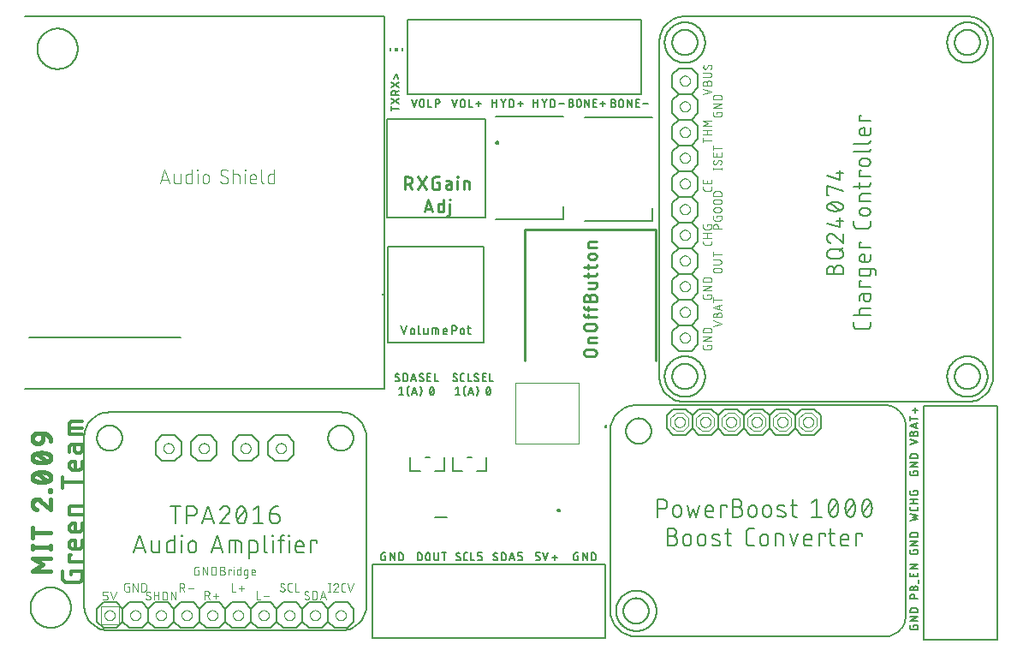
<source format=gbr>
G04 EAGLE Gerber RS-274X export*
G75*
%MOMM*%
%FSLAX34Y34*%
%LPD*%
%INSilkscreen Top*%
%IPPOS*%
%AMOC8*
5,1,8,0,0,1.08239X$1,22.5*%
G01*
%ADD10C,0.203200*%
%ADD11C,0.001000*%
%ADD12C,0.152400*%
%ADD13C,0.076200*%
%ADD14C,0.457200*%
%ADD15C,0.355600*%
%ADD16C,0.127000*%
%ADD17C,0.228600*%
%ADD18C,0.025400*%
%ADD19C,0.200000*%
%ADD20C,0.100000*%
%ADD21C,0.200000*%
%ADD22C,0.254000*%
%ADD23R,0.150000X0.300000*%
%ADD24R,0.300000X0.300000*%
%ADD25C,0.100000*%


D10*
X660400Y797379D02*
X658186Y797282D01*
X655989Y796993D01*
X653826Y796514D01*
X651713Y795847D01*
X649666Y794999D01*
X647700Y793976D01*
X645831Y792786D01*
X644073Y791437D01*
X642440Y789940D01*
X640943Y788306D01*
X639594Y786548D01*
X638403Y784679D01*
X637380Y782714D01*
X636532Y780666D01*
X635866Y778553D01*
X635386Y776390D01*
X635097Y774193D01*
X635000Y771979D01*
X635000Y441779D01*
X635097Y439565D01*
X635386Y437368D01*
X635866Y435205D01*
X636532Y433092D01*
X637380Y431045D01*
X638403Y429079D01*
X639594Y427210D01*
X640943Y425452D01*
X642440Y423819D01*
X644073Y422322D01*
X645831Y420973D01*
X647700Y419782D01*
X649666Y418759D01*
X651713Y417911D01*
X653826Y417245D01*
X655989Y416765D01*
X658186Y416476D01*
X660400Y416379D01*
X939800Y416379D01*
X942014Y416476D01*
X944211Y416765D01*
X946374Y417245D01*
X948487Y417911D01*
X950535Y418759D01*
X952500Y419782D01*
X954369Y420973D01*
X956127Y422322D01*
X957761Y423819D01*
X959258Y425452D01*
X960607Y427210D01*
X961797Y429079D01*
X962820Y431045D01*
X963668Y433092D01*
X964335Y435205D01*
X964814Y437368D01*
X965103Y439565D01*
X965200Y441779D01*
X965200Y771979D01*
X965103Y774193D01*
X964814Y776390D01*
X964335Y778553D01*
X963668Y780666D01*
X962820Y782714D01*
X961797Y784679D01*
X960607Y786548D01*
X959258Y788306D01*
X957761Y789940D01*
X956127Y791437D01*
X954369Y792786D01*
X952500Y793976D01*
X950535Y794999D01*
X948487Y795847D01*
X946374Y796514D01*
X944211Y796993D01*
X942014Y797282D01*
X939800Y797379D01*
X660400Y797379D01*
X647900Y771979D02*
X647904Y772286D01*
X647915Y772592D01*
X647934Y772899D01*
X647960Y773204D01*
X647994Y773509D01*
X648035Y773813D01*
X648084Y774116D01*
X648140Y774418D01*
X648204Y774718D01*
X648275Y775016D01*
X648353Y775313D01*
X648438Y775608D01*
X648531Y775900D01*
X648631Y776190D01*
X648738Y776478D01*
X648852Y776763D01*
X648972Y777045D01*
X649100Y777323D01*
X649235Y777599D01*
X649376Y777871D01*
X649524Y778140D01*
X649678Y778405D01*
X649839Y778666D01*
X650007Y778924D01*
X650180Y779177D01*
X650360Y779425D01*
X650546Y779669D01*
X650737Y779909D01*
X650935Y780144D01*
X651138Y780373D01*
X651347Y780598D01*
X651561Y780818D01*
X651781Y781032D01*
X652006Y781241D01*
X652235Y781444D01*
X652470Y781642D01*
X652710Y781833D01*
X652954Y782019D01*
X653202Y782199D01*
X653455Y782372D01*
X653713Y782540D01*
X653974Y782701D01*
X654239Y782855D01*
X654508Y783003D01*
X654780Y783144D01*
X655056Y783279D01*
X655334Y783407D01*
X655616Y783527D01*
X655901Y783641D01*
X656189Y783748D01*
X656479Y783848D01*
X656771Y783941D01*
X657066Y784026D01*
X657363Y784104D01*
X657661Y784175D01*
X657961Y784239D01*
X658263Y784295D01*
X658566Y784344D01*
X658870Y784385D01*
X659175Y784419D01*
X659480Y784445D01*
X659787Y784464D01*
X660093Y784475D01*
X660400Y784479D01*
X660707Y784475D01*
X661013Y784464D01*
X661320Y784445D01*
X661625Y784419D01*
X661930Y784385D01*
X662234Y784344D01*
X662537Y784295D01*
X662839Y784239D01*
X663139Y784175D01*
X663437Y784104D01*
X663734Y784026D01*
X664029Y783941D01*
X664321Y783848D01*
X664611Y783748D01*
X664899Y783641D01*
X665184Y783527D01*
X665466Y783407D01*
X665744Y783279D01*
X666020Y783144D01*
X666292Y783003D01*
X666561Y782855D01*
X666826Y782701D01*
X667087Y782540D01*
X667345Y782372D01*
X667598Y782199D01*
X667846Y782019D01*
X668090Y781833D01*
X668330Y781642D01*
X668565Y781444D01*
X668794Y781241D01*
X669019Y781032D01*
X669239Y780818D01*
X669453Y780598D01*
X669662Y780373D01*
X669865Y780144D01*
X670063Y779909D01*
X670254Y779669D01*
X670440Y779425D01*
X670620Y779177D01*
X670793Y778924D01*
X670961Y778666D01*
X671122Y778405D01*
X671276Y778140D01*
X671424Y777871D01*
X671565Y777599D01*
X671700Y777323D01*
X671828Y777045D01*
X671948Y776763D01*
X672062Y776478D01*
X672169Y776190D01*
X672269Y775900D01*
X672362Y775608D01*
X672447Y775313D01*
X672525Y775016D01*
X672596Y774718D01*
X672660Y774418D01*
X672716Y774116D01*
X672765Y773813D01*
X672806Y773509D01*
X672840Y773204D01*
X672866Y772899D01*
X672885Y772592D01*
X672896Y772286D01*
X672900Y771979D01*
X672896Y771672D01*
X672885Y771366D01*
X672866Y771059D01*
X672840Y770754D01*
X672806Y770449D01*
X672765Y770145D01*
X672716Y769842D01*
X672660Y769540D01*
X672596Y769240D01*
X672525Y768942D01*
X672447Y768645D01*
X672362Y768350D01*
X672269Y768058D01*
X672169Y767768D01*
X672062Y767480D01*
X671948Y767195D01*
X671828Y766913D01*
X671700Y766635D01*
X671565Y766359D01*
X671424Y766087D01*
X671276Y765818D01*
X671122Y765553D01*
X670961Y765292D01*
X670793Y765034D01*
X670620Y764781D01*
X670440Y764533D01*
X670254Y764289D01*
X670063Y764049D01*
X669865Y763814D01*
X669662Y763585D01*
X669453Y763360D01*
X669239Y763140D01*
X669019Y762926D01*
X668794Y762717D01*
X668565Y762514D01*
X668330Y762316D01*
X668090Y762125D01*
X667846Y761939D01*
X667598Y761759D01*
X667345Y761586D01*
X667087Y761418D01*
X666826Y761257D01*
X666561Y761103D01*
X666292Y760955D01*
X666020Y760814D01*
X665744Y760679D01*
X665466Y760551D01*
X665184Y760431D01*
X664899Y760317D01*
X664611Y760210D01*
X664321Y760110D01*
X664029Y760017D01*
X663734Y759932D01*
X663437Y759854D01*
X663139Y759783D01*
X662839Y759719D01*
X662537Y759663D01*
X662234Y759614D01*
X661930Y759573D01*
X661625Y759539D01*
X661320Y759513D01*
X661013Y759494D01*
X660707Y759483D01*
X660400Y759479D01*
X660093Y759483D01*
X659787Y759494D01*
X659480Y759513D01*
X659175Y759539D01*
X658870Y759573D01*
X658566Y759614D01*
X658263Y759663D01*
X657961Y759719D01*
X657661Y759783D01*
X657363Y759854D01*
X657066Y759932D01*
X656771Y760017D01*
X656479Y760110D01*
X656189Y760210D01*
X655901Y760317D01*
X655616Y760431D01*
X655334Y760551D01*
X655056Y760679D01*
X654780Y760814D01*
X654508Y760955D01*
X654239Y761103D01*
X653974Y761257D01*
X653713Y761418D01*
X653455Y761586D01*
X653202Y761759D01*
X652954Y761939D01*
X652710Y762125D01*
X652470Y762316D01*
X652235Y762514D01*
X652006Y762717D01*
X651781Y762926D01*
X651561Y763140D01*
X651347Y763360D01*
X651138Y763585D01*
X650935Y763814D01*
X650737Y764049D01*
X650546Y764289D01*
X650360Y764533D01*
X650180Y764781D01*
X650007Y765034D01*
X649839Y765292D01*
X649678Y765553D01*
X649524Y765818D01*
X649376Y766087D01*
X649235Y766359D01*
X649100Y766635D01*
X648972Y766913D01*
X648852Y767195D01*
X648738Y767480D01*
X648631Y767768D01*
X648531Y768058D01*
X648438Y768350D01*
X648353Y768645D01*
X648275Y768942D01*
X648204Y769240D01*
X648140Y769540D01*
X648084Y769842D01*
X648035Y770145D01*
X647994Y770449D01*
X647960Y770754D01*
X647934Y771059D01*
X647915Y771366D01*
X647904Y771672D01*
X647900Y771979D01*
X927300Y771979D02*
X927304Y772286D01*
X927315Y772592D01*
X927334Y772899D01*
X927360Y773204D01*
X927394Y773509D01*
X927435Y773813D01*
X927484Y774116D01*
X927540Y774418D01*
X927604Y774718D01*
X927675Y775016D01*
X927753Y775313D01*
X927838Y775608D01*
X927931Y775900D01*
X928031Y776190D01*
X928138Y776478D01*
X928252Y776763D01*
X928372Y777045D01*
X928500Y777323D01*
X928635Y777599D01*
X928776Y777871D01*
X928924Y778140D01*
X929078Y778405D01*
X929239Y778666D01*
X929407Y778924D01*
X929580Y779177D01*
X929760Y779425D01*
X929946Y779669D01*
X930137Y779909D01*
X930335Y780144D01*
X930538Y780373D01*
X930747Y780598D01*
X930961Y780818D01*
X931181Y781032D01*
X931406Y781241D01*
X931635Y781444D01*
X931870Y781642D01*
X932110Y781833D01*
X932354Y782019D01*
X932602Y782199D01*
X932855Y782372D01*
X933113Y782540D01*
X933374Y782701D01*
X933639Y782855D01*
X933908Y783003D01*
X934180Y783144D01*
X934456Y783279D01*
X934734Y783407D01*
X935016Y783527D01*
X935301Y783641D01*
X935589Y783748D01*
X935879Y783848D01*
X936171Y783941D01*
X936466Y784026D01*
X936763Y784104D01*
X937061Y784175D01*
X937361Y784239D01*
X937663Y784295D01*
X937966Y784344D01*
X938270Y784385D01*
X938575Y784419D01*
X938880Y784445D01*
X939187Y784464D01*
X939493Y784475D01*
X939800Y784479D01*
X940107Y784475D01*
X940413Y784464D01*
X940720Y784445D01*
X941025Y784419D01*
X941330Y784385D01*
X941634Y784344D01*
X941937Y784295D01*
X942239Y784239D01*
X942539Y784175D01*
X942837Y784104D01*
X943134Y784026D01*
X943429Y783941D01*
X943721Y783848D01*
X944011Y783748D01*
X944299Y783641D01*
X944584Y783527D01*
X944866Y783407D01*
X945144Y783279D01*
X945420Y783144D01*
X945692Y783003D01*
X945961Y782855D01*
X946226Y782701D01*
X946487Y782540D01*
X946745Y782372D01*
X946998Y782199D01*
X947246Y782019D01*
X947490Y781833D01*
X947730Y781642D01*
X947965Y781444D01*
X948194Y781241D01*
X948419Y781032D01*
X948639Y780818D01*
X948853Y780598D01*
X949062Y780373D01*
X949265Y780144D01*
X949463Y779909D01*
X949654Y779669D01*
X949840Y779425D01*
X950020Y779177D01*
X950193Y778924D01*
X950361Y778666D01*
X950522Y778405D01*
X950676Y778140D01*
X950824Y777871D01*
X950965Y777599D01*
X951100Y777323D01*
X951228Y777045D01*
X951348Y776763D01*
X951462Y776478D01*
X951569Y776190D01*
X951669Y775900D01*
X951762Y775608D01*
X951847Y775313D01*
X951925Y775016D01*
X951996Y774718D01*
X952060Y774418D01*
X952116Y774116D01*
X952165Y773813D01*
X952206Y773509D01*
X952240Y773204D01*
X952266Y772899D01*
X952285Y772592D01*
X952296Y772286D01*
X952300Y771979D01*
X952296Y771672D01*
X952285Y771366D01*
X952266Y771059D01*
X952240Y770754D01*
X952206Y770449D01*
X952165Y770145D01*
X952116Y769842D01*
X952060Y769540D01*
X951996Y769240D01*
X951925Y768942D01*
X951847Y768645D01*
X951762Y768350D01*
X951669Y768058D01*
X951569Y767768D01*
X951462Y767480D01*
X951348Y767195D01*
X951228Y766913D01*
X951100Y766635D01*
X950965Y766359D01*
X950824Y766087D01*
X950676Y765818D01*
X950522Y765553D01*
X950361Y765292D01*
X950193Y765034D01*
X950020Y764781D01*
X949840Y764533D01*
X949654Y764289D01*
X949463Y764049D01*
X949265Y763814D01*
X949062Y763585D01*
X948853Y763360D01*
X948639Y763140D01*
X948419Y762926D01*
X948194Y762717D01*
X947965Y762514D01*
X947730Y762316D01*
X947490Y762125D01*
X947246Y761939D01*
X946998Y761759D01*
X946745Y761586D01*
X946487Y761418D01*
X946226Y761257D01*
X945961Y761103D01*
X945692Y760955D01*
X945420Y760814D01*
X945144Y760679D01*
X944866Y760551D01*
X944584Y760431D01*
X944299Y760317D01*
X944011Y760210D01*
X943721Y760110D01*
X943429Y760017D01*
X943134Y759932D01*
X942837Y759854D01*
X942539Y759783D01*
X942239Y759719D01*
X941937Y759663D01*
X941634Y759614D01*
X941330Y759573D01*
X941025Y759539D01*
X940720Y759513D01*
X940413Y759494D01*
X940107Y759483D01*
X939800Y759479D01*
X939493Y759483D01*
X939187Y759494D01*
X938880Y759513D01*
X938575Y759539D01*
X938270Y759573D01*
X937966Y759614D01*
X937663Y759663D01*
X937361Y759719D01*
X937061Y759783D01*
X936763Y759854D01*
X936466Y759932D01*
X936171Y760017D01*
X935879Y760110D01*
X935589Y760210D01*
X935301Y760317D01*
X935016Y760431D01*
X934734Y760551D01*
X934456Y760679D01*
X934180Y760814D01*
X933908Y760955D01*
X933639Y761103D01*
X933374Y761257D01*
X933113Y761418D01*
X932855Y761586D01*
X932602Y761759D01*
X932354Y761939D01*
X932110Y762125D01*
X931870Y762316D01*
X931635Y762514D01*
X931406Y762717D01*
X931181Y762926D01*
X930961Y763140D01*
X930747Y763360D01*
X930538Y763585D01*
X930335Y763814D01*
X930137Y764049D01*
X929946Y764289D01*
X929760Y764533D01*
X929580Y764781D01*
X929407Y765034D01*
X929239Y765292D01*
X929078Y765553D01*
X928924Y765818D01*
X928776Y766087D01*
X928635Y766359D01*
X928500Y766635D01*
X928372Y766913D01*
X928252Y767195D01*
X928138Y767480D01*
X928031Y767768D01*
X927931Y768058D01*
X927838Y768350D01*
X927753Y768645D01*
X927675Y768942D01*
X927604Y769240D01*
X927540Y769540D01*
X927484Y769842D01*
X927435Y770145D01*
X927394Y770449D01*
X927360Y770754D01*
X927334Y771059D01*
X927315Y771366D01*
X927304Y771672D01*
X927300Y771979D01*
X927300Y441779D02*
X927304Y442086D01*
X927315Y442392D01*
X927334Y442699D01*
X927360Y443004D01*
X927394Y443309D01*
X927435Y443613D01*
X927484Y443916D01*
X927540Y444218D01*
X927604Y444518D01*
X927675Y444816D01*
X927753Y445113D01*
X927838Y445408D01*
X927931Y445700D01*
X928031Y445990D01*
X928138Y446278D01*
X928252Y446563D01*
X928372Y446845D01*
X928500Y447123D01*
X928635Y447399D01*
X928776Y447671D01*
X928924Y447940D01*
X929078Y448205D01*
X929239Y448466D01*
X929407Y448724D01*
X929580Y448977D01*
X929760Y449225D01*
X929946Y449469D01*
X930137Y449709D01*
X930335Y449944D01*
X930538Y450173D01*
X930747Y450398D01*
X930961Y450618D01*
X931181Y450832D01*
X931406Y451041D01*
X931635Y451244D01*
X931870Y451442D01*
X932110Y451633D01*
X932354Y451819D01*
X932602Y451999D01*
X932855Y452172D01*
X933113Y452340D01*
X933374Y452501D01*
X933639Y452655D01*
X933908Y452803D01*
X934180Y452944D01*
X934456Y453079D01*
X934734Y453207D01*
X935016Y453327D01*
X935301Y453441D01*
X935589Y453548D01*
X935879Y453648D01*
X936171Y453741D01*
X936466Y453826D01*
X936763Y453904D01*
X937061Y453975D01*
X937361Y454039D01*
X937663Y454095D01*
X937966Y454144D01*
X938270Y454185D01*
X938575Y454219D01*
X938880Y454245D01*
X939187Y454264D01*
X939493Y454275D01*
X939800Y454279D01*
X940107Y454275D01*
X940413Y454264D01*
X940720Y454245D01*
X941025Y454219D01*
X941330Y454185D01*
X941634Y454144D01*
X941937Y454095D01*
X942239Y454039D01*
X942539Y453975D01*
X942837Y453904D01*
X943134Y453826D01*
X943429Y453741D01*
X943721Y453648D01*
X944011Y453548D01*
X944299Y453441D01*
X944584Y453327D01*
X944866Y453207D01*
X945144Y453079D01*
X945420Y452944D01*
X945692Y452803D01*
X945961Y452655D01*
X946226Y452501D01*
X946487Y452340D01*
X946745Y452172D01*
X946998Y451999D01*
X947246Y451819D01*
X947490Y451633D01*
X947730Y451442D01*
X947965Y451244D01*
X948194Y451041D01*
X948419Y450832D01*
X948639Y450618D01*
X948853Y450398D01*
X949062Y450173D01*
X949265Y449944D01*
X949463Y449709D01*
X949654Y449469D01*
X949840Y449225D01*
X950020Y448977D01*
X950193Y448724D01*
X950361Y448466D01*
X950522Y448205D01*
X950676Y447940D01*
X950824Y447671D01*
X950965Y447399D01*
X951100Y447123D01*
X951228Y446845D01*
X951348Y446563D01*
X951462Y446278D01*
X951569Y445990D01*
X951669Y445700D01*
X951762Y445408D01*
X951847Y445113D01*
X951925Y444816D01*
X951996Y444518D01*
X952060Y444218D01*
X952116Y443916D01*
X952165Y443613D01*
X952206Y443309D01*
X952240Y443004D01*
X952266Y442699D01*
X952285Y442392D01*
X952296Y442086D01*
X952300Y441779D01*
X952296Y441472D01*
X952285Y441166D01*
X952266Y440859D01*
X952240Y440554D01*
X952206Y440249D01*
X952165Y439945D01*
X952116Y439642D01*
X952060Y439340D01*
X951996Y439040D01*
X951925Y438742D01*
X951847Y438445D01*
X951762Y438150D01*
X951669Y437858D01*
X951569Y437568D01*
X951462Y437280D01*
X951348Y436995D01*
X951228Y436713D01*
X951100Y436435D01*
X950965Y436159D01*
X950824Y435887D01*
X950676Y435618D01*
X950522Y435353D01*
X950361Y435092D01*
X950193Y434834D01*
X950020Y434581D01*
X949840Y434333D01*
X949654Y434089D01*
X949463Y433849D01*
X949265Y433614D01*
X949062Y433385D01*
X948853Y433160D01*
X948639Y432940D01*
X948419Y432726D01*
X948194Y432517D01*
X947965Y432314D01*
X947730Y432116D01*
X947490Y431925D01*
X947246Y431739D01*
X946998Y431559D01*
X946745Y431386D01*
X946487Y431218D01*
X946226Y431057D01*
X945961Y430903D01*
X945692Y430755D01*
X945420Y430614D01*
X945144Y430479D01*
X944866Y430351D01*
X944584Y430231D01*
X944299Y430117D01*
X944011Y430010D01*
X943721Y429910D01*
X943429Y429817D01*
X943134Y429732D01*
X942837Y429654D01*
X942539Y429583D01*
X942239Y429519D01*
X941937Y429463D01*
X941634Y429414D01*
X941330Y429373D01*
X941025Y429339D01*
X940720Y429313D01*
X940413Y429294D01*
X940107Y429283D01*
X939800Y429279D01*
X939493Y429283D01*
X939187Y429294D01*
X938880Y429313D01*
X938575Y429339D01*
X938270Y429373D01*
X937966Y429414D01*
X937663Y429463D01*
X937361Y429519D01*
X937061Y429583D01*
X936763Y429654D01*
X936466Y429732D01*
X936171Y429817D01*
X935879Y429910D01*
X935589Y430010D01*
X935301Y430117D01*
X935016Y430231D01*
X934734Y430351D01*
X934456Y430479D01*
X934180Y430614D01*
X933908Y430755D01*
X933639Y430903D01*
X933374Y431057D01*
X933113Y431218D01*
X932855Y431386D01*
X932602Y431559D01*
X932354Y431739D01*
X932110Y431925D01*
X931870Y432116D01*
X931635Y432314D01*
X931406Y432517D01*
X931181Y432726D01*
X930961Y432940D01*
X930747Y433160D01*
X930538Y433385D01*
X930335Y433614D01*
X930137Y433849D01*
X929946Y434089D01*
X929760Y434333D01*
X929580Y434581D01*
X929407Y434834D01*
X929239Y435092D01*
X929078Y435353D01*
X928924Y435618D01*
X928776Y435887D01*
X928635Y436159D01*
X928500Y436435D01*
X928372Y436713D01*
X928252Y436995D01*
X928138Y437280D01*
X928031Y437568D01*
X927931Y437858D01*
X927838Y438150D01*
X927753Y438445D01*
X927675Y438742D01*
X927604Y439040D01*
X927540Y439340D01*
X927484Y439642D01*
X927435Y439945D01*
X927394Y440249D01*
X927360Y440554D01*
X927334Y440859D01*
X927315Y441166D01*
X927304Y441472D01*
X927300Y441779D01*
X647900Y441779D02*
X647904Y442086D01*
X647915Y442392D01*
X647934Y442699D01*
X647960Y443004D01*
X647994Y443309D01*
X648035Y443613D01*
X648084Y443916D01*
X648140Y444218D01*
X648204Y444518D01*
X648275Y444816D01*
X648353Y445113D01*
X648438Y445408D01*
X648531Y445700D01*
X648631Y445990D01*
X648738Y446278D01*
X648852Y446563D01*
X648972Y446845D01*
X649100Y447123D01*
X649235Y447399D01*
X649376Y447671D01*
X649524Y447940D01*
X649678Y448205D01*
X649839Y448466D01*
X650007Y448724D01*
X650180Y448977D01*
X650360Y449225D01*
X650546Y449469D01*
X650737Y449709D01*
X650935Y449944D01*
X651138Y450173D01*
X651347Y450398D01*
X651561Y450618D01*
X651781Y450832D01*
X652006Y451041D01*
X652235Y451244D01*
X652470Y451442D01*
X652710Y451633D01*
X652954Y451819D01*
X653202Y451999D01*
X653455Y452172D01*
X653713Y452340D01*
X653974Y452501D01*
X654239Y452655D01*
X654508Y452803D01*
X654780Y452944D01*
X655056Y453079D01*
X655334Y453207D01*
X655616Y453327D01*
X655901Y453441D01*
X656189Y453548D01*
X656479Y453648D01*
X656771Y453741D01*
X657066Y453826D01*
X657363Y453904D01*
X657661Y453975D01*
X657961Y454039D01*
X658263Y454095D01*
X658566Y454144D01*
X658870Y454185D01*
X659175Y454219D01*
X659480Y454245D01*
X659787Y454264D01*
X660093Y454275D01*
X660400Y454279D01*
X660707Y454275D01*
X661013Y454264D01*
X661320Y454245D01*
X661625Y454219D01*
X661930Y454185D01*
X662234Y454144D01*
X662537Y454095D01*
X662839Y454039D01*
X663139Y453975D01*
X663437Y453904D01*
X663734Y453826D01*
X664029Y453741D01*
X664321Y453648D01*
X664611Y453548D01*
X664899Y453441D01*
X665184Y453327D01*
X665466Y453207D01*
X665744Y453079D01*
X666020Y452944D01*
X666292Y452803D01*
X666561Y452655D01*
X666826Y452501D01*
X667087Y452340D01*
X667345Y452172D01*
X667598Y451999D01*
X667846Y451819D01*
X668090Y451633D01*
X668330Y451442D01*
X668565Y451244D01*
X668794Y451041D01*
X669019Y450832D01*
X669239Y450618D01*
X669453Y450398D01*
X669662Y450173D01*
X669865Y449944D01*
X670063Y449709D01*
X670254Y449469D01*
X670440Y449225D01*
X670620Y448977D01*
X670793Y448724D01*
X670961Y448466D01*
X671122Y448205D01*
X671276Y447940D01*
X671424Y447671D01*
X671565Y447399D01*
X671700Y447123D01*
X671828Y446845D01*
X671948Y446563D01*
X672062Y446278D01*
X672169Y445990D01*
X672269Y445700D01*
X672362Y445408D01*
X672447Y445113D01*
X672525Y444816D01*
X672596Y444518D01*
X672660Y444218D01*
X672716Y443916D01*
X672765Y443613D01*
X672806Y443309D01*
X672840Y443004D01*
X672866Y442699D01*
X672885Y442392D01*
X672896Y442086D01*
X672900Y441779D01*
X672896Y441472D01*
X672885Y441166D01*
X672866Y440859D01*
X672840Y440554D01*
X672806Y440249D01*
X672765Y439945D01*
X672716Y439642D01*
X672660Y439340D01*
X672596Y439040D01*
X672525Y438742D01*
X672447Y438445D01*
X672362Y438150D01*
X672269Y437858D01*
X672169Y437568D01*
X672062Y437280D01*
X671948Y436995D01*
X671828Y436713D01*
X671700Y436435D01*
X671565Y436159D01*
X671424Y435887D01*
X671276Y435618D01*
X671122Y435353D01*
X670961Y435092D01*
X670793Y434834D01*
X670620Y434581D01*
X670440Y434333D01*
X670254Y434089D01*
X670063Y433849D01*
X669865Y433614D01*
X669662Y433385D01*
X669453Y433160D01*
X669239Y432940D01*
X669019Y432726D01*
X668794Y432517D01*
X668565Y432314D01*
X668330Y432116D01*
X668090Y431925D01*
X667846Y431739D01*
X667598Y431559D01*
X667345Y431386D01*
X667087Y431218D01*
X666826Y431057D01*
X666561Y430903D01*
X666292Y430755D01*
X666020Y430614D01*
X665744Y430479D01*
X665466Y430351D01*
X665184Y430231D01*
X664899Y430117D01*
X664611Y430010D01*
X664321Y429910D01*
X664029Y429817D01*
X663734Y429732D01*
X663437Y429654D01*
X663139Y429583D01*
X662839Y429519D01*
X662537Y429463D01*
X662234Y429414D01*
X661930Y429373D01*
X661625Y429339D01*
X661320Y429313D01*
X661013Y429294D01*
X660707Y429283D01*
X660400Y429279D01*
X660093Y429283D01*
X659787Y429294D01*
X659480Y429313D01*
X659175Y429339D01*
X658870Y429373D01*
X658566Y429414D01*
X658263Y429463D01*
X657961Y429519D01*
X657661Y429583D01*
X657363Y429654D01*
X657066Y429732D01*
X656771Y429817D01*
X656479Y429910D01*
X656189Y430010D01*
X655901Y430117D01*
X655616Y430231D01*
X655334Y430351D01*
X655056Y430479D01*
X654780Y430614D01*
X654508Y430755D01*
X654239Y430903D01*
X653974Y431057D01*
X653713Y431218D01*
X653455Y431386D01*
X653202Y431559D01*
X652954Y431739D01*
X652710Y431925D01*
X652470Y432116D01*
X652235Y432314D01*
X652006Y432517D01*
X651781Y432726D01*
X651561Y432940D01*
X651347Y433160D01*
X651138Y433385D01*
X650935Y433614D01*
X650737Y433849D01*
X650546Y434089D01*
X650360Y434333D01*
X650180Y434581D01*
X650007Y434834D01*
X649839Y435092D01*
X649678Y435353D01*
X649524Y435618D01*
X649376Y435887D01*
X649235Y436159D01*
X649100Y436435D01*
X648972Y436713D01*
X648852Y436995D01*
X648738Y437280D01*
X648631Y437568D01*
X648531Y437858D01*
X648438Y438150D01*
X648353Y438445D01*
X648275Y438742D01*
X648204Y439040D01*
X648140Y439340D01*
X648084Y439642D01*
X648035Y439945D01*
X647994Y440249D01*
X647960Y440554D01*
X647934Y440859D01*
X647915Y441166D01*
X647904Y441472D01*
X647900Y441779D01*
D11*
X655400Y479879D02*
X655402Y480020D01*
X655408Y480161D01*
X655418Y480301D01*
X655432Y480441D01*
X655450Y480581D01*
X655471Y480720D01*
X655497Y480859D01*
X655526Y480997D01*
X655560Y481133D01*
X655597Y481269D01*
X655638Y481404D01*
X655683Y481538D01*
X655732Y481670D01*
X655784Y481801D01*
X655840Y481930D01*
X655900Y482057D01*
X655963Y482183D01*
X656029Y482307D01*
X656100Y482430D01*
X656173Y482550D01*
X656250Y482668D01*
X656330Y482784D01*
X656414Y482897D01*
X656500Y483008D01*
X656590Y483117D01*
X656683Y483223D01*
X656778Y483326D01*
X656877Y483427D01*
X656978Y483525D01*
X657082Y483620D01*
X657189Y483712D01*
X657298Y483801D01*
X657410Y483886D01*
X657524Y483969D01*
X657640Y484049D01*
X657759Y484125D01*
X657880Y484197D01*
X658002Y484267D01*
X658127Y484332D01*
X658253Y484395D01*
X658381Y484453D01*
X658511Y484508D01*
X658642Y484560D01*
X658775Y484607D01*
X658909Y484651D01*
X659044Y484692D01*
X659180Y484728D01*
X659317Y484760D01*
X659455Y484789D01*
X659593Y484814D01*
X659733Y484834D01*
X659873Y484851D01*
X660013Y484864D01*
X660154Y484873D01*
X660294Y484878D01*
X660435Y484879D01*
X660576Y484876D01*
X660717Y484869D01*
X660857Y484858D01*
X660997Y484843D01*
X661137Y484824D01*
X661276Y484802D01*
X661414Y484775D01*
X661552Y484745D01*
X661688Y484710D01*
X661824Y484672D01*
X661958Y484630D01*
X662092Y484584D01*
X662224Y484535D01*
X662354Y484481D01*
X662483Y484424D01*
X662610Y484364D01*
X662736Y484300D01*
X662859Y484232D01*
X662981Y484161D01*
X663101Y484087D01*
X663218Y484009D01*
X663333Y483928D01*
X663446Y483844D01*
X663557Y483757D01*
X663665Y483666D01*
X663770Y483573D01*
X663873Y483476D01*
X663973Y483377D01*
X664070Y483275D01*
X664164Y483170D01*
X664255Y483063D01*
X664343Y482953D01*
X664428Y482841D01*
X664510Y482726D01*
X664589Y482609D01*
X664664Y482490D01*
X664736Y482369D01*
X664804Y482246D01*
X664869Y482121D01*
X664931Y481994D01*
X664988Y481865D01*
X665043Y481735D01*
X665093Y481604D01*
X665140Y481471D01*
X665183Y481337D01*
X665222Y481201D01*
X665257Y481065D01*
X665289Y480928D01*
X665316Y480790D01*
X665340Y480651D01*
X665360Y480511D01*
X665376Y480371D01*
X665388Y480231D01*
X665396Y480090D01*
X665400Y479949D01*
X665400Y479809D01*
X665396Y479668D01*
X665388Y479527D01*
X665376Y479387D01*
X665360Y479247D01*
X665340Y479107D01*
X665316Y478968D01*
X665289Y478830D01*
X665257Y478693D01*
X665222Y478557D01*
X665183Y478421D01*
X665140Y478287D01*
X665093Y478154D01*
X665043Y478023D01*
X664988Y477893D01*
X664931Y477764D01*
X664869Y477637D01*
X664804Y477512D01*
X664736Y477389D01*
X664664Y477268D01*
X664589Y477149D01*
X664510Y477032D01*
X664428Y476917D01*
X664343Y476805D01*
X664255Y476695D01*
X664164Y476588D01*
X664070Y476483D01*
X663973Y476381D01*
X663873Y476282D01*
X663770Y476185D01*
X663665Y476092D01*
X663557Y476001D01*
X663446Y475914D01*
X663333Y475830D01*
X663218Y475749D01*
X663101Y475671D01*
X662981Y475597D01*
X662859Y475526D01*
X662736Y475458D01*
X662610Y475394D01*
X662483Y475334D01*
X662354Y475277D01*
X662224Y475223D01*
X662092Y475174D01*
X661958Y475128D01*
X661824Y475086D01*
X661688Y475048D01*
X661552Y475013D01*
X661414Y474983D01*
X661276Y474956D01*
X661137Y474934D01*
X660997Y474915D01*
X660857Y474900D01*
X660717Y474889D01*
X660576Y474882D01*
X660435Y474879D01*
X660294Y474880D01*
X660154Y474885D01*
X660013Y474894D01*
X659873Y474907D01*
X659733Y474924D01*
X659593Y474944D01*
X659455Y474969D01*
X659317Y474998D01*
X659180Y475030D01*
X659044Y475066D01*
X658909Y475107D01*
X658775Y475151D01*
X658642Y475198D01*
X658511Y475250D01*
X658381Y475305D01*
X658253Y475363D01*
X658127Y475426D01*
X658002Y475491D01*
X657880Y475561D01*
X657759Y475633D01*
X657640Y475709D01*
X657524Y475789D01*
X657410Y475872D01*
X657298Y475957D01*
X657189Y476046D01*
X657082Y476138D01*
X656978Y476233D01*
X656877Y476331D01*
X656778Y476432D01*
X656683Y476535D01*
X656590Y476641D01*
X656500Y476750D01*
X656414Y476861D01*
X656330Y476974D01*
X656250Y477090D01*
X656173Y477208D01*
X656100Y477328D01*
X656029Y477451D01*
X655963Y477575D01*
X655900Y477701D01*
X655840Y477828D01*
X655784Y477957D01*
X655732Y478088D01*
X655683Y478220D01*
X655638Y478354D01*
X655597Y478489D01*
X655560Y478625D01*
X655526Y478761D01*
X655497Y478899D01*
X655471Y479038D01*
X655450Y479177D01*
X655432Y479317D01*
X655418Y479457D01*
X655408Y479597D01*
X655402Y479738D01*
X655400Y479879D01*
X655400Y505279D02*
X655402Y505420D01*
X655408Y505561D01*
X655418Y505701D01*
X655432Y505841D01*
X655450Y505981D01*
X655471Y506120D01*
X655497Y506259D01*
X655526Y506397D01*
X655560Y506533D01*
X655597Y506669D01*
X655638Y506804D01*
X655683Y506938D01*
X655732Y507070D01*
X655784Y507201D01*
X655840Y507330D01*
X655900Y507457D01*
X655963Y507583D01*
X656029Y507707D01*
X656100Y507830D01*
X656173Y507950D01*
X656250Y508068D01*
X656330Y508184D01*
X656414Y508297D01*
X656500Y508408D01*
X656590Y508517D01*
X656683Y508623D01*
X656778Y508726D01*
X656877Y508827D01*
X656978Y508925D01*
X657082Y509020D01*
X657189Y509112D01*
X657298Y509201D01*
X657410Y509286D01*
X657524Y509369D01*
X657640Y509449D01*
X657759Y509525D01*
X657880Y509597D01*
X658002Y509667D01*
X658127Y509732D01*
X658253Y509795D01*
X658381Y509853D01*
X658511Y509908D01*
X658642Y509960D01*
X658775Y510007D01*
X658909Y510051D01*
X659044Y510092D01*
X659180Y510128D01*
X659317Y510160D01*
X659455Y510189D01*
X659593Y510214D01*
X659733Y510234D01*
X659873Y510251D01*
X660013Y510264D01*
X660154Y510273D01*
X660294Y510278D01*
X660435Y510279D01*
X660576Y510276D01*
X660717Y510269D01*
X660857Y510258D01*
X660997Y510243D01*
X661137Y510224D01*
X661276Y510202D01*
X661414Y510175D01*
X661552Y510145D01*
X661688Y510110D01*
X661824Y510072D01*
X661958Y510030D01*
X662092Y509984D01*
X662224Y509935D01*
X662354Y509881D01*
X662483Y509824D01*
X662610Y509764D01*
X662736Y509700D01*
X662859Y509632D01*
X662981Y509561D01*
X663101Y509487D01*
X663218Y509409D01*
X663333Y509328D01*
X663446Y509244D01*
X663557Y509157D01*
X663665Y509066D01*
X663770Y508973D01*
X663873Y508876D01*
X663973Y508777D01*
X664070Y508675D01*
X664164Y508570D01*
X664255Y508463D01*
X664343Y508353D01*
X664428Y508241D01*
X664510Y508126D01*
X664589Y508009D01*
X664664Y507890D01*
X664736Y507769D01*
X664804Y507646D01*
X664869Y507521D01*
X664931Y507394D01*
X664988Y507265D01*
X665043Y507135D01*
X665093Y507004D01*
X665140Y506871D01*
X665183Y506737D01*
X665222Y506601D01*
X665257Y506465D01*
X665289Y506328D01*
X665316Y506190D01*
X665340Y506051D01*
X665360Y505911D01*
X665376Y505771D01*
X665388Y505631D01*
X665396Y505490D01*
X665400Y505349D01*
X665400Y505209D01*
X665396Y505068D01*
X665388Y504927D01*
X665376Y504787D01*
X665360Y504647D01*
X665340Y504507D01*
X665316Y504368D01*
X665289Y504230D01*
X665257Y504093D01*
X665222Y503957D01*
X665183Y503821D01*
X665140Y503687D01*
X665093Y503554D01*
X665043Y503423D01*
X664988Y503293D01*
X664931Y503164D01*
X664869Y503037D01*
X664804Y502912D01*
X664736Y502789D01*
X664664Y502668D01*
X664589Y502549D01*
X664510Y502432D01*
X664428Y502317D01*
X664343Y502205D01*
X664255Y502095D01*
X664164Y501988D01*
X664070Y501883D01*
X663973Y501781D01*
X663873Y501682D01*
X663770Y501585D01*
X663665Y501492D01*
X663557Y501401D01*
X663446Y501314D01*
X663333Y501230D01*
X663218Y501149D01*
X663101Y501071D01*
X662981Y500997D01*
X662859Y500926D01*
X662736Y500858D01*
X662610Y500794D01*
X662483Y500734D01*
X662354Y500677D01*
X662224Y500623D01*
X662092Y500574D01*
X661958Y500528D01*
X661824Y500486D01*
X661688Y500448D01*
X661552Y500413D01*
X661414Y500383D01*
X661276Y500356D01*
X661137Y500334D01*
X660997Y500315D01*
X660857Y500300D01*
X660717Y500289D01*
X660576Y500282D01*
X660435Y500279D01*
X660294Y500280D01*
X660154Y500285D01*
X660013Y500294D01*
X659873Y500307D01*
X659733Y500324D01*
X659593Y500344D01*
X659455Y500369D01*
X659317Y500398D01*
X659180Y500430D01*
X659044Y500466D01*
X658909Y500507D01*
X658775Y500551D01*
X658642Y500598D01*
X658511Y500650D01*
X658381Y500705D01*
X658253Y500763D01*
X658127Y500826D01*
X658002Y500891D01*
X657880Y500961D01*
X657759Y501033D01*
X657640Y501109D01*
X657524Y501189D01*
X657410Y501272D01*
X657298Y501357D01*
X657189Y501446D01*
X657082Y501538D01*
X656978Y501633D01*
X656877Y501731D01*
X656778Y501832D01*
X656683Y501935D01*
X656590Y502041D01*
X656500Y502150D01*
X656414Y502261D01*
X656330Y502374D01*
X656250Y502490D01*
X656173Y502608D01*
X656100Y502728D01*
X656029Y502851D01*
X655963Y502975D01*
X655900Y503101D01*
X655840Y503228D01*
X655784Y503357D01*
X655732Y503488D01*
X655683Y503620D01*
X655638Y503754D01*
X655597Y503889D01*
X655560Y504025D01*
X655526Y504161D01*
X655497Y504299D01*
X655471Y504438D01*
X655450Y504577D01*
X655432Y504717D01*
X655418Y504857D01*
X655408Y504997D01*
X655402Y505138D01*
X655400Y505279D01*
X655400Y530679D02*
X655402Y530820D01*
X655408Y530961D01*
X655418Y531101D01*
X655432Y531241D01*
X655450Y531381D01*
X655471Y531520D01*
X655497Y531659D01*
X655526Y531797D01*
X655560Y531933D01*
X655597Y532069D01*
X655638Y532204D01*
X655683Y532338D01*
X655732Y532470D01*
X655784Y532601D01*
X655840Y532730D01*
X655900Y532857D01*
X655963Y532983D01*
X656029Y533107D01*
X656100Y533230D01*
X656173Y533350D01*
X656250Y533468D01*
X656330Y533584D01*
X656414Y533697D01*
X656500Y533808D01*
X656590Y533917D01*
X656683Y534023D01*
X656778Y534126D01*
X656877Y534227D01*
X656978Y534325D01*
X657082Y534420D01*
X657189Y534512D01*
X657298Y534601D01*
X657410Y534686D01*
X657524Y534769D01*
X657640Y534849D01*
X657759Y534925D01*
X657880Y534997D01*
X658002Y535067D01*
X658127Y535132D01*
X658253Y535195D01*
X658381Y535253D01*
X658511Y535308D01*
X658642Y535360D01*
X658775Y535407D01*
X658909Y535451D01*
X659044Y535492D01*
X659180Y535528D01*
X659317Y535560D01*
X659455Y535589D01*
X659593Y535614D01*
X659733Y535634D01*
X659873Y535651D01*
X660013Y535664D01*
X660154Y535673D01*
X660294Y535678D01*
X660435Y535679D01*
X660576Y535676D01*
X660717Y535669D01*
X660857Y535658D01*
X660997Y535643D01*
X661137Y535624D01*
X661276Y535602D01*
X661414Y535575D01*
X661552Y535545D01*
X661688Y535510D01*
X661824Y535472D01*
X661958Y535430D01*
X662092Y535384D01*
X662224Y535335D01*
X662354Y535281D01*
X662483Y535224D01*
X662610Y535164D01*
X662736Y535100D01*
X662859Y535032D01*
X662981Y534961D01*
X663101Y534887D01*
X663218Y534809D01*
X663333Y534728D01*
X663446Y534644D01*
X663557Y534557D01*
X663665Y534466D01*
X663770Y534373D01*
X663873Y534276D01*
X663973Y534177D01*
X664070Y534075D01*
X664164Y533970D01*
X664255Y533863D01*
X664343Y533753D01*
X664428Y533641D01*
X664510Y533526D01*
X664589Y533409D01*
X664664Y533290D01*
X664736Y533169D01*
X664804Y533046D01*
X664869Y532921D01*
X664931Y532794D01*
X664988Y532665D01*
X665043Y532535D01*
X665093Y532404D01*
X665140Y532271D01*
X665183Y532137D01*
X665222Y532001D01*
X665257Y531865D01*
X665289Y531728D01*
X665316Y531590D01*
X665340Y531451D01*
X665360Y531311D01*
X665376Y531171D01*
X665388Y531031D01*
X665396Y530890D01*
X665400Y530749D01*
X665400Y530609D01*
X665396Y530468D01*
X665388Y530327D01*
X665376Y530187D01*
X665360Y530047D01*
X665340Y529907D01*
X665316Y529768D01*
X665289Y529630D01*
X665257Y529493D01*
X665222Y529357D01*
X665183Y529221D01*
X665140Y529087D01*
X665093Y528954D01*
X665043Y528823D01*
X664988Y528693D01*
X664931Y528564D01*
X664869Y528437D01*
X664804Y528312D01*
X664736Y528189D01*
X664664Y528068D01*
X664589Y527949D01*
X664510Y527832D01*
X664428Y527717D01*
X664343Y527605D01*
X664255Y527495D01*
X664164Y527388D01*
X664070Y527283D01*
X663973Y527181D01*
X663873Y527082D01*
X663770Y526985D01*
X663665Y526892D01*
X663557Y526801D01*
X663446Y526714D01*
X663333Y526630D01*
X663218Y526549D01*
X663101Y526471D01*
X662981Y526397D01*
X662859Y526326D01*
X662736Y526258D01*
X662610Y526194D01*
X662483Y526134D01*
X662354Y526077D01*
X662224Y526023D01*
X662092Y525974D01*
X661958Y525928D01*
X661824Y525886D01*
X661688Y525848D01*
X661552Y525813D01*
X661414Y525783D01*
X661276Y525756D01*
X661137Y525734D01*
X660997Y525715D01*
X660857Y525700D01*
X660717Y525689D01*
X660576Y525682D01*
X660435Y525679D01*
X660294Y525680D01*
X660154Y525685D01*
X660013Y525694D01*
X659873Y525707D01*
X659733Y525724D01*
X659593Y525744D01*
X659455Y525769D01*
X659317Y525798D01*
X659180Y525830D01*
X659044Y525866D01*
X658909Y525907D01*
X658775Y525951D01*
X658642Y525998D01*
X658511Y526050D01*
X658381Y526105D01*
X658253Y526163D01*
X658127Y526226D01*
X658002Y526291D01*
X657880Y526361D01*
X657759Y526433D01*
X657640Y526509D01*
X657524Y526589D01*
X657410Y526672D01*
X657298Y526757D01*
X657189Y526846D01*
X657082Y526938D01*
X656978Y527033D01*
X656877Y527131D01*
X656778Y527232D01*
X656683Y527335D01*
X656590Y527441D01*
X656500Y527550D01*
X656414Y527661D01*
X656330Y527774D01*
X656250Y527890D01*
X656173Y528008D01*
X656100Y528128D01*
X656029Y528251D01*
X655963Y528375D01*
X655900Y528501D01*
X655840Y528628D01*
X655784Y528757D01*
X655732Y528888D01*
X655683Y529020D01*
X655638Y529154D01*
X655597Y529289D01*
X655560Y529425D01*
X655526Y529561D01*
X655497Y529699D01*
X655471Y529838D01*
X655450Y529977D01*
X655432Y530117D01*
X655418Y530257D01*
X655408Y530397D01*
X655402Y530538D01*
X655400Y530679D01*
X655400Y556079D02*
X655402Y556220D01*
X655408Y556361D01*
X655418Y556501D01*
X655432Y556641D01*
X655450Y556781D01*
X655471Y556920D01*
X655497Y557059D01*
X655526Y557197D01*
X655560Y557333D01*
X655597Y557469D01*
X655638Y557604D01*
X655683Y557738D01*
X655732Y557870D01*
X655784Y558001D01*
X655840Y558130D01*
X655900Y558257D01*
X655963Y558383D01*
X656029Y558507D01*
X656100Y558630D01*
X656173Y558750D01*
X656250Y558868D01*
X656330Y558984D01*
X656414Y559097D01*
X656500Y559208D01*
X656590Y559317D01*
X656683Y559423D01*
X656778Y559526D01*
X656877Y559627D01*
X656978Y559725D01*
X657082Y559820D01*
X657189Y559912D01*
X657298Y560001D01*
X657410Y560086D01*
X657524Y560169D01*
X657640Y560249D01*
X657759Y560325D01*
X657880Y560397D01*
X658002Y560467D01*
X658127Y560532D01*
X658253Y560595D01*
X658381Y560653D01*
X658511Y560708D01*
X658642Y560760D01*
X658775Y560807D01*
X658909Y560851D01*
X659044Y560892D01*
X659180Y560928D01*
X659317Y560960D01*
X659455Y560989D01*
X659593Y561014D01*
X659733Y561034D01*
X659873Y561051D01*
X660013Y561064D01*
X660154Y561073D01*
X660294Y561078D01*
X660435Y561079D01*
X660576Y561076D01*
X660717Y561069D01*
X660857Y561058D01*
X660997Y561043D01*
X661137Y561024D01*
X661276Y561002D01*
X661414Y560975D01*
X661552Y560945D01*
X661688Y560910D01*
X661824Y560872D01*
X661958Y560830D01*
X662092Y560784D01*
X662224Y560735D01*
X662354Y560681D01*
X662483Y560624D01*
X662610Y560564D01*
X662736Y560500D01*
X662859Y560432D01*
X662981Y560361D01*
X663101Y560287D01*
X663218Y560209D01*
X663333Y560128D01*
X663446Y560044D01*
X663557Y559957D01*
X663665Y559866D01*
X663770Y559773D01*
X663873Y559676D01*
X663973Y559577D01*
X664070Y559475D01*
X664164Y559370D01*
X664255Y559263D01*
X664343Y559153D01*
X664428Y559041D01*
X664510Y558926D01*
X664589Y558809D01*
X664664Y558690D01*
X664736Y558569D01*
X664804Y558446D01*
X664869Y558321D01*
X664931Y558194D01*
X664988Y558065D01*
X665043Y557935D01*
X665093Y557804D01*
X665140Y557671D01*
X665183Y557537D01*
X665222Y557401D01*
X665257Y557265D01*
X665289Y557128D01*
X665316Y556990D01*
X665340Y556851D01*
X665360Y556711D01*
X665376Y556571D01*
X665388Y556431D01*
X665396Y556290D01*
X665400Y556149D01*
X665400Y556009D01*
X665396Y555868D01*
X665388Y555727D01*
X665376Y555587D01*
X665360Y555447D01*
X665340Y555307D01*
X665316Y555168D01*
X665289Y555030D01*
X665257Y554893D01*
X665222Y554757D01*
X665183Y554621D01*
X665140Y554487D01*
X665093Y554354D01*
X665043Y554223D01*
X664988Y554093D01*
X664931Y553964D01*
X664869Y553837D01*
X664804Y553712D01*
X664736Y553589D01*
X664664Y553468D01*
X664589Y553349D01*
X664510Y553232D01*
X664428Y553117D01*
X664343Y553005D01*
X664255Y552895D01*
X664164Y552788D01*
X664070Y552683D01*
X663973Y552581D01*
X663873Y552482D01*
X663770Y552385D01*
X663665Y552292D01*
X663557Y552201D01*
X663446Y552114D01*
X663333Y552030D01*
X663218Y551949D01*
X663101Y551871D01*
X662981Y551797D01*
X662859Y551726D01*
X662736Y551658D01*
X662610Y551594D01*
X662483Y551534D01*
X662354Y551477D01*
X662224Y551423D01*
X662092Y551374D01*
X661958Y551328D01*
X661824Y551286D01*
X661688Y551248D01*
X661552Y551213D01*
X661414Y551183D01*
X661276Y551156D01*
X661137Y551134D01*
X660997Y551115D01*
X660857Y551100D01*
X660717Y551089D01*
X660576Y551082D01*
X660435Y551079D01*
X660294Y551080D01*
X660154Y551085D01*
X660013Y551094D01*
X659873Y551107D01*
X659733Y551124D01*
X659593Y551144D01*
X659455Y551169D01*
X659317Y551198D01*
X659180Y551230D01*
X659044Y551266D01*
X658909Y551307D01*
X658775Y551351D01*
X658642Y551398D01*
X658511Y551450D01*
X658381Y551505D01*
X658253Y551563D01*
X658127Y551626D01*
X658002Y551691D01*
X657880Y551761D01*
X657759Y551833D01*
X657640Y551909D01*
X657524Y551989D01*
X657410Y552072D01*
X657298Y552157D01*
X657189Y552246D01*
X657082Y552338D01*
X656978Y552433D01*
X656877Y552531D01*
X656778Y552632D01*
X656683Y552735D01*
X656590Y552841D01*
X656500Y552950D01*
X656414Y553061D01*
X656330Y553174D01*
X656250Y553290D01*
X656173Y553408D01*
X656100Y553528D01*
X656029Y553651D01*
X655963Y553775D01*
X655900Y553901D01*
X655840Y554028D01*
X655784Y554157D01*
X655732Y554288D01*
X655683Y554420D01*
X655638Y554554D01*
X655597Y554689D01*
X655560Y554825D01*
X655526Y554961D01*
X655497Y555099D01*
X655471Y555238D01*
X655450Y555377D01*
X655432Y555517D01*
X655418Y555657D01*
X655408Y555797D01*
X655402Y555938D01*
X655400Y556079D01*
X655400Y581479D02*
X655402Y581620D01*
X655408Y581761D01*
X655418Y581901D01*
X655432Y582041D01*
X655450Y582181D01*
X655471Y582320D01*
X655497Y582459D01*
X655526Y582597D01*
X655560Y582733D01*
X655597Y582869D01*
X655638Y583004D01*
X655683Y583138D01*
X655732Y583270D01*
X655784Y583401D01*
X655840Y583530D01*
X655900Y583657D01*
X655963Y583783D01*
X656029Y583907D01*
X656100Y584030D01*
X656173Y584150D01*
X656250Y584268D01*
X656330Y584384D01*
X656414Y584497D01*
X656500Y584608D01*
X656590Y584717D01*
X656683Y584823D01*
X656778Y584926D01*
X656877Y585027D01*
X656978Y585125D01*
X657082Y585220D01*
X657189Y585312D01*
X657298Y585401D01*
X657410Y585486D01*
X657524Y585569D01*
X657640Y585649D01*
X657759Y585725D01*
X657880Y585797D01*
X658002Y585867D01*
X658127Y585932D01*
X658253Y585995D01*
X658381Y586053D01*
X658511Y586108D01*
X658642Y586160D01*
X658775Y586207D01*
X658909Y586251D01*
X659044Y586292D01*
X659180Y586328D01*
X659317Y586360D01*
X659455Y586389D01*
X659593Y586414D01*
X659733Y586434D01*
X659873Y586451D01*
X660013Y586464D01*
X660154Y586473D01*
X660294Y586478D01*
X660435Y586479D01*
X660576Y586476D01*
X660717Y586469D01*
X660857Y586458D01*
X660997Y586443D01*
X661137Y586424D01*
X661276Y586402D01*
X661414Y586375D01*
X661552Y586345D01*
X661688Y586310D01*
X661824Y586272D01*
X661958Y586230D01*
X662092Y586184D01*
X662224Y586135D01*
X662354Y586081D01*
X662483Y586024D01*
X662610Y585964D01*
X662736Y585900D01*
X662859Y585832D01*
X662981Y585761D01*
X663101Y585687D01*
X663218Y585609D01*
X663333Y585528D01*
X663446Y585444D01*
X663557Y585357D01*
X663665Y585266D01*
X663770Y585173D01*
X663873Y585076D01*
X663973Y584977D01*
X664070Y584875D01*
X664164Y584770D01*
X664255Y584663D01*
X664343Y584553D01*
X664428Y584441D01*
X664510Y584326D01*
X664589Y584209D01*
X664664Y584090D01*
X664736Y583969D01*
X664804Y583846D01*
X664869Y583721D01*
X664931Y583594D01*
X664988Y583465D01*
X665043Y583335D01*
X665093Y583204D01*
X665140Y583071D01*
X665183Y582937D01*
X665222Y582801D01*
X665257Y582665D01*
X665289Y582528D01*
X665316Y582390D01*
X665340Y582251D01*
X665360Y582111D01*
X665376Y581971D01*
X665388Y581831D01*
X665396Y581690D01*
X665400Y581549D01*
X665400Y581409D01*
X665396Y581268D01*
X665388Y581127D01*
X665376Y580987D01*
X665360Y580847D01*
X665340Y580707D01*
X665316Y580568D01*
X665289Y580430D01*
X665257Y580293D01*
X665222Y580157D01*
X665183Y580021D01*
X665140Y579887D01*
X665093Y579754D01*
X665043Y579623D01*
X664988Y579493D01*
X664931Y579364D01*
X664869Y579237D01*
X664804Y579112D01*
X664736Y578989D01*
X664664Y578868D01*
X664589Y578749D01*
X664510Y578632D01*
X664428Y578517D01*
X664343Y578405D01*
X664255Y578295D01*
X664164Y578188D01*
X664070Y578083D01*
X663973Y577981D01*
X663873Y577882D01*
X663770Y577785D01*
X663665Y577692D01*
X663557Y577601D01*
X663446Y577514D01*
X663333Y577430D01*
X663218Y577349D01*
X663101Y577271D01*
X662981Y577197D01*
X662859Y577126D01*
X662736Y577058D01*
X662610Y576994D01*
X662483Y576934D01*
X662354Y576877D01*
X662224Y576823D01*
X662092Y576774D01*
X661958Y576728D01*
X661824Y576686D01*
X661688Y576648D01*
X661552Y576613D01*
X661414Y576583D01*
X661276Y576556D01*
X661137Y576534D01*
X660997Y576515D01*
X660857Y576500D01*
X660717Y576489D01*
X660576Y576482D01*
X660435Y576479D01*
X660294Y576480D01*
X660154Y576485D01*
X660013Y576494D01*
X659873Y576507D01*
X659733Y576524D01*
X659593Y576544D01*
X659455Y576569D01*
X659317Y576598D01*
X659180Y576630D01*
X659044Y576666D01*
X658909Y576707D01*
X658775Y576751D01*
X658642Y576798D01*
X658511Y576850D01*
X658381Y576905D01*
X658253Y576963D01*
X658127Y577026D01*
X658002Y577091D01*
X657880Y577161D01*
X657759Y577233D01*
X657640Y577309D01*
X657524Y577389D01*
X657410Y577472D01*
X657298Y577557D01*
X657189Y577646D01*
X657082Y577738D01*
X656978Y577833D01*
X656877Y577931D01*
X656778Y578032D01*
X656683Y578135D01*
X656590Y578241D01*
X656500Y578350D01*
X656414Y578461D01*
X656330Y578574D01*
X656250Y578690D01*
X656173Y578808D01*
X656100Y578928D01*
X656029Y579051D01*
X655963Y579175D01*
X655900Y579301D01*
X655840Y579428D01*
X655784Y579557D01*
X655732Y579688D01*
X655683Y579820D01*
X655638Y579954D01*
X655597Y580089D01*
X655560Y580225D01*
X655526Y580361D01*
X655497Y580499D01*
X655471Y580638D01*
X655450Y580777D01*
X655432Y580917D01*
X655418Y581057D01*
X655408Y581197D01*
X655402Y581338D01*
X655400Y581479D01*
X655400Y606879D02*
X655402Y607020D01*
X655408Y607161D01*
X655418Y607301D01*
X655432Y607441D01*
X655450Y607581D01*
X655471Y607720D01*
X655497Y607859D01*
X655526Y607997D01*
X655560Y608133D01*
X655597Y608269D01*
X655638Y608404D01*
X655683Y608538D01*
X655732Y608670D01*
X655784Y608801D01*
X655840Y608930D01*
X655900Y609057D01*
X655963Y609183D01*
X656029Y609307D01*
X656100Y609430D01*
X656173Y609550D01*
X656250Y609668D01*
X656330Y609784D01*
X656414Y609897D01*
X656500Y610008D01*
X656590Y610117D01*
X656683Y610223D01*
X656778Y610326D01*
X656877Y610427D01*
X656978Y610525D01*
X657082Y610620D01*
X657189Y610712D01*
X657298Y610801D01*
X657410Y610886D01*
X657524Y610969D01*
X657640Y611049D01*
X657759Y611125D01*
X657880Y611197D01*
X658002Y611267D01*
X658127Y611332D01*
X658253Y611395D01*
X658381Y611453D01*
X658511Y611508D01*
X658642Y611560D01*
X658775Y611607D01*
X658909Y611651D01*
X659044Y611692D01*
X659180Y611728D01*
X659317Y611760D01*
X659455Y611789D01*
X659593Y611814D01*
X659733Y611834D01*
X659873Y611851D01*
X660013Y611864D01*
X660154Y611873D01*
X660294Y611878D01*
X660435Y611879D01*
X660576Y611876D01*
X660717Y611869D01*
X660857Y611858D01*
X660997Y611843D01*
X661137Y611824D01*
X661276Y611802D01*
X661414Y611775D01*
X661552Y611745D01*
X661688Y611710D01*
X661824Y611672D01*
X661958Y611630D01*
X662092Y611584D01*
X662224Y611535D01*
X662354Y611481D01*
X662483Y611424D01*
X662610Y611364D01*
X662736Y611300D01*
X662859Y611232D01*
X662981Y611161D01*
X663101Y611087D01*
X663218Y611009D01*
X663333Y610928D01*
X663446Y610844D01*
X663557Y610757D01*
X663665Y610666D01*
X663770Y610573D01*
X663873Y610476D01*
X663973Y610377D01*
X664070Y610275D01*
X664164Y610170D01*
X664255Y610063D01*
X664343Y609953D01*
X664428Y609841D01*
X664510Y609726D01*
X664589Y609609D01*
X664664Y609490D01*
X664736Y609369D01*
X664804Y609246D01*
X664869Y609121D01*
X664931Y608994D01*
X664988Y608865D01*
X665043Y608735D01*
X665093Y608604D01*
X665140Y608471D01*
X665183Y608337D01*
X665222Y608201D01*
X665257Y608065D01*
X665289Y607928D01*
X665316Y607790D01*
X665340Y607651D01*
X665360Y607511D01*
X665376Y607371D01*
X665388Y607231D01*
X665396Y607090D01*
X665400Y606949D01*
X665400Y606809D01*
X665396Y606668D01*
X665388Y606527D01*
X665376Y606387D01*
X665360Y606247D01*
X665340Y606107D01*
X665316Y605968D01*
X665289Y605830D01*
X665257Y605693D01*
X665222Y605557D01*
X665183Y605421D01*
X665140Y605287D01*
X665093Y605154D01*
X665043Y605023D01*
X664988Y604893D01*
X664931Y604764D01*
X664869Y604637D01*
X664804Y604512D01*
X664736Y604389D01*
X664664Y604268D01*
X664589Y604149D01*
X664510Y604032D01*
X664428Y603917D01*
X664343Y603805D01*
X664255Y603695D01*
X664164Y603588D01*
X664070Y603483D01*
X663973Y603381D01*
X663873Y603282D01*
X663770Y603185D01*
X663665Y603092D01*
X663557Y603001D01*
X663446Y602914D01*
X663333Y602830D01*
X663218Y602749D01*
X663101Y602671D01*
X662981Y602597D01*
X662859Y602526D01*
X662736Y602458D01*
X662610Y602394D01*
X662483Y602334D01*
X662354Y602277D01*
X662224Y602223D01*
X662092Y602174D01*
X661958Y602128D01*
X661824Y602086D01*
X661688Y602048D01*
X661552Y602013D01*
X661414Y601983D01*
X661276Y601956D01*
X661137Y601934D01*
X660997Y601915D01*
X660857Y601900D01*
X660717Y601889D01*
X660576Y601882D01*
X660435Y601879D01*
X660294Y601880D01*
X660154Y601885D01*
X660013Y601894D01*
X659873Y601907D01*
X659733Y601924D01*
X659593Y601944D01*
X659455Y601969D01*
X659317Y601998D01*
X659180Y602030D01*
X659044Y602066D01*
X658909Y602107D01*
X658775Y602151D01*
X658642Y602198D01*
X658511Y602250D01*
X658381Y602305D01*
X658253Y602363D01*
X658127Y602426D01*
X658002Y602491D01*
X657880Y602561D01*
X657759Y602633D01*
X657640Y602709D01*
X657524Y602789D01*
X657410Y602872D01*
X657298Y602957D01*
X657189Y603046D01*
X657082Y603138D01*
X656978Y603233D01*
X656877Y603331D01*
X656778Y603432D01*
X656683Y603535D01*
X656590Y603641D01*
X656500Y603750D01*
X656414Y603861D01*
X656330Y603974D01*
X656250Y604090D01*
X656173Y604208D01*
X656100Y604328D01*
X656029Y604451D01*
X655963Y604575D01*
X655900Y604701D01*
X655840Y604828D01*
X655784Y604957D01*
X655732Y605088D01*
X655683Y605220D01*
X655638Y605354D01*
X655597Y605489D01*
X655560Y605625D01*
X655526Y605761D01*
X655497Y605899D01*
X655471Y606038D01*
X655450Y606177D01*
X655432Y606317D01*
X655418Y606457D01*
X655408Y606597D01*
X655402Y606738D01*
X655400Y606879D01*
X655400Y632279D02*
X655402Y632420D01*
X655408Y632561D01*
X655418Y632701D01*
X655432Y632841D01*
X655450Y632981D01*
X655471Y633120D01*
X655497Y633259D01*
X655526Y633397D01*
X655560Y633533D01*
X655597Y633669D01*
X655638Y633804D01*
X655683Y633938D01*
X655732Y634070D01*
X655784Y634201D01*
X655840Y634330D01*
X655900Y634457D01*
X655963Y634583D01*
X656029Y634707D01*
X656100Y634830D01*
X656173Y634950D01*
X656250Y635068D01*
X656330Y635184D01*
X656414Y635297D01*
X656500Y635408D01*
X656590Y635517D01*
X656683Y635623D01*
X656778Y635726D01*
X656877Y635827D01*
X656978Y635925D01*
X657082Y636020D01*
X657189Y636112D01*
X657298Y636201D01*
X657410Y636286D01*
X657524Y636369D01*
X657640Y636449D01*
X657759Y636525D01*
X657880Y636597D01*
X658002Y636667D01*
X658127Y636732D01*
X658253Y636795D01*
X658381Y636853D01*
X658511Y636908D01*
X658642Y636960D01*
X658775Y637007D01*
X658909Y637051D01*
X659044Y637092D01*
X659180Y637128D01*
X659317Y637160D01*
X659455Y637189D01*
X659593Y637214D01*
X659733Y637234D01*
X659873Y637251D01*
X660013Y637264D01*
X660154Y637273D01*
X660294Y637278D01*
X660435Y637279D01*
X660576Y637276D01*
X660717Y637269D01*
X660857Y637258D01*
X660997Y637243D01*
X661137Y637224D01*
X661276Y637202D01*
X661414Y637175D01*
X661552Y637145D01*
X661688Y637110D01*
X661824Y637072D01*
X661958Y637030D01*
X662092Y636984D01*
X662224Y636935D01*
X662354Y636881D01*
X662483Y636824D01*
X662610Y636764D01*
X662736Y636700D01*
X662859Y636632D01*
X662981Y636561D01*
X663101Y636487D01*
X663218Y636409D01*
X663333Y636328D01*
X663446Y636244D01*
X663557Y636157D01*
X663665Y636066D01*
X663770Y635973D01*
X663873Y635876D01*
X663973Y635777D01*
X664070Y635675D01*
X664164Y635570D01*
X664255Y635463D01*
X664343Y635353D01*
X664428Y635241D01*
X664510Y635126D01*
X664589Y635009D01*
X664664Y634890D01*
X664736Y634769D01*
X664804Y634646D01*
X664869Y634521D01*
X664931Y634394D01*
X664988Y634265D01*
X665043Y634135D01*
X665093Y634004D01*
X665140Y633871D01*
X665183Y633737D01*
X665222Y633601D01*
X665257Y633465D01*
X665289Y633328D01*
X665316Y633190D01*
X665340Y633051D01*
X665360Y632911D01*
X665376Y632771D01*
X665388Y632631D01*
X665396Y632490D01*
X665400Y632349D01*
X665400Y632209D01*
X665396Y632068D01*
X665388Y631927D01*
X665376Y631787D01*
X665360Y631647D01*
X665340Y631507D01*
X665316Y631368D01*
X665289Y631230D01*
X665257Y631093D01*
X665222Y630957D01*
X665183Y630821D01*
X665140Y630687D01*
X665093Y630554D01*
X665043Y630423D01*
X664988Y630293D01*
X664931Y630164D01*
X664869Y630037D01*
X664804Y629912D01*
X664736Y629789D01*
X664664Y629668D01*
X664589Y629549D01*
X664510Y629432D01*
X664428Y629317D01*
X664343Y629205D01*
X664255Y629095D01*
X664164Y628988D01*
X664070Y628883D01*
X663973Y628781D01*
X663873Y628682D01*
X663770Y628585D01*
X663665Y628492D01*
X663557Y628401D01*
X663446Y628314D01*
X663333Y628230D01*
X663218Y628149D01*
X663101Y628071D01*
X662981Y627997D01*
X662859Y627926D01*
X662736Y627858D01*
X662610Y627794D01*
X662483Y627734D01*
X662354Y627677D01*
X662224Y627623D01*
X662092Y627574D01*
X661958Y627528D01*
X661824Y627486D01*
X661688Y627448D01*
X661552Y627413D01*
X661414Y627383D01*
X661276Y627356D01*
X661137Y627334D01*
X660997Y627315D01*
X660857Y627300D01*
X660717Y627289D01*
X660576Y627282D01*
X660435Y627279D01*
X660294Y627280D01*
X660154Y627285D01*
X660013Y627294D01*
X659873Y627307D01*
X659733Y627324D01*
X659593Y627344D01*
X659455Y627369D01*
X659317Y627398D01*
X659180Y627430D01*
X659044Y627466D01*
X658909Y627507D01*
X658775Y627551D01*
X658642Y627598D01*
X658511Y627650D01*
X658381Y627705D01*
X658253Y627763D01*
X658127Y627826D01*
X658002Y627891D01*
X657880Y627961D01*
X657759Y628033D01*
X657640Y628109D01*
X657524Y628189D01*
X657410Y628272D01*
X657298Y628357D01*
X657189Y628446D01*
X657082Y628538D01*
X656978Y628633D01*
X656877Y628731D01*
X656778Y628832D01*
X656683Y628935D01*
X656590Y629041D01*
X656500Y629150D01*
X656414Y629261D01*
X656330Y629374D01*
X656250Y629490D01*
X656173Y629608D01*
X656100Y629728D01*
X656029Y629851D01*
X655963Y629975D01*
X655900Y630101D01*
X655840Y630228D01*
X655784Y630357D01*
X655732Y630488D01*
X655683Y630620D01*
X655638Y630754D01*
X655597Y630889D01*
X655560Y631025D01*
X655526Y631161D01*
X655497Y631299D01*
X655471Y631438D01*
X655450Y631577D01*
X655432Y631717D01*
X655418Y631857D01*
X655408Y631997D01*
X655402Y632138D01*
X655400Y632279D01*
X655400Y657679D02*
X655402Y657820D01*
X655408Y657961D01*
X655418Y658101D01*
X655432Y658241D01*
X655450Y658381D01*
X655471Y658520D01*
X655497Y658659D01*
X655526Y658797D01*
X655560Y658933D01*
X655597Y659069D01*
X655638Y659204D01*
X655683Y659338D01*
X655732Y659470D01*
X655784Y659601D01*
X655840Y659730D01*
X655900Y659857D01*
X655963Y659983D01*
X656029Y660107D01*
X656100Y660230D01*
X656173Y660350D01*
X656250Y660468D01*
X656330Y660584D01*
X656414Y660697D01*
X656500Y660808D01*
X656590Y660917D01*
X656683Y661023D01*
X656778Y661126D01*
X656877Y661227D01*
X656978Y661325D01*
X657082Y661420D01*
X657189Y661512D01*
X657298Y661601D01*
X657410Y661686D01*
X657524Y661769D01*
X657640Y661849D01*
X657759Y661925D01*
X657880Y661997D01*
X658002Y662067D01*
X658127Y662132D01*
X658253Y662195D01*
X658381Y662253D01*
X658511Y662308D01*
X658642Y662360D01*
X658775Y662407D01*
X658909Y662451D01*
X659044Y662492D01*
X659180Y662528D01*
X659317Y662560D01*
X659455Y662589D01*
X659593Y662614D01*
X659733Y662634D01*
X659873Y662651D01*
X660013Y662664D01*
X660154Y662673D01*
X660294Y662678D01*
X660435Y662679D01*
X660576Y662676D01*
X660717Y662669D01*
X660857Y662658D01*
X660997Y662643D01*
X661137Y662624D01*
X661276Y662602D01*
X661414Y662575D01*
X661552Y662545D01*
X661688Y662510D01*
X661824Y662472D01*
X661958Y662430D01*
X662092Y662384D01*
X662224Y662335D01*
X662354Y662281D01*
X662483Y662224D01*
X662610Y662164D01*
X662736Y662100D01*
X662859Y662032D01*
X662981Y661961D01*
X663101Y661887D01*
X663218Y661809D01*
X663333Y661728D01*
X663446Y661644D01*
X663557Y661557D01*
X663665Y661466D01*
X663770Y661373D01*
X663873Y661276D01*
X663973Y661177D01*
X664070Y661075D01*
X664164Y660970D01*
X664255Y660863D01*
X664343Y660753D01*
X664428Y660641D01*
X664510Y660526D01*
X664589Y660409D01*
X664664Y660290D01*
X664736Y660169D01*
X664804Y660046D01*
X664869Y659921D01*
X664931Y659794D01*
X664988Y659665D01*
X665043Y659535D01*
X665093Y659404D01*
X665140Y659271D01*
X665183Y659137D01*
X665222Y659001D01*
X665257Y658865D01*
X665289Y658728D01*
X665316Y658590D01*
X665340Y658451D01*
X665360Y658311D01*
X665376Y658171D01*
X665388Y658031D01*
X665396Y657890D01*
X665400Y657749D01*
X665400Y657609D01*
X665396Y657468D01*
X665388Y657327D01*
X665376Y657187D01*
X665360Y657047D01*
X665340Y656907D01*
X665316Y656768D01*
X665289Y656630D01*
X665257Y656493D01*
X665222Y656357D01*
X665183Y656221D01*
X665140Y656087D01*
X665093Y655954D01*
X665043Y655823D01*
X664988Y655693D01*
X664931Y655564D01*
X664869Y655437D01*
X664804Y655312D01*
X664736Y655189D01*
X664664Y655068D01*
X664589Y654949D01*
X664510Y654832D01*
X664428Y654717D01*
X664343Y654605D01*
X664255Y654495D01*
X664164Y654388D01*
X664070Y654283D01*
X663973Y654181D01*
X663873Y654082D01*
X663770Y653985D01*
X663665Y653892D01*
X663557Y653801D01*
X663446Y653714D01*
X663333Y653630D01*
X663218Y653549D01*
X663101Y653471D01*
X662981Y653397D01*
X662859Y653326D01*
X662736Y653258D01*
X662610Y653194D01*
X662483Y653134D01*
X662354Y653077D01*
X662224Y653023D01*
X662092Y652974D01*
X661958Y652928D01*
X661824Y652886D01*
X661688Y652848D01*
X661552Y652813D01*
X661414Y652783D01*
X661276Y652756D01*
X661137Y652734D01*
X660997Y652715D01*
X660857Y652700D01*
X660717Y652689D01*
X660576Y652682D01*
X660435Y652679D01*
X660294Y652680D01*
X660154Y652685D01*
X660013Y652694D01*
X659873Y652707D01*
X659733Y652724D01*
X659593Y652744D01*
X659455Y652769D01*
X659317Y652798D01*
X659180Y652830D01*
X659044Y652866D01*
X658909Y652907D01*
X658775Y652951D01*
X658642Y652998D01*
X658511Y653050D01*
X658381Y653105D01*
X658253Y653163D01*
X658127Y653226D01*
X658002Y653291D01*
X657880Y653361D01*
X657759Y653433D01*
X657640Y653509D01*
X657524Y653589D01*
X657410Y653672D01*
X657298Y653757D01*
X657189Y653846D01*
X657082Y653938D01*
X656978Y654033D01*
X656877Y654131D01*
X656778Y654232D01*
X656683Y654335D01*
X656590Y654441D01*
X656500Y654550D01*
X656414Y654661D01*
X656330Y654774D01*
X656250Y654890D01*
X656173Y655008D01*
X656100Y655128D01*
X656029Y655251D01*
X655963Y655375D01*
X655900Y655501D01*
X655840Y655628D01*
X655784Y655757D01*
X655732Y655888D01*
X655683Y656020D01*
X655638Y656154D01*
X655597Y656289D01*
X655560Y656425D01*
X655526Y656561D01*
X655497Y656699D01*
X655471Y656838D01*
X655450Y656977D01*
X655432Y657117D01*
X655418Y657257D01*
X655408Y657397D01*
X655402Y657538D01*
X655400Y657679D01*
X655400Y683079D02*
X655402Y683220D01*
X655408Y683361D01*
X655418Y683501D01*
X655432Y683641D01*
X655450Y683781D01*
X655471Y683920D01*
X655497Y684059D01*
X655526Y684197D01*
X655560Y684333D01*
X655597Y684469D01*
X655638Y684604D01*
X655683Y684738D01*
X655732Y684870D01*
X655784Y685001D01*
X655840Y685130D01*
X655900Y685257D01*
X655963Y685383D01*
X656029Y685507D01*
X656100Y685630D01*
X656173Y685750D01*
X656250Y685868D01*
X656330Y685984D01*
X656414Y686097D01*
X656500Y686208D01*
X656590Y686317D01*
X656683Y686423D01*
X656778Y686526D01*
X656877Y686627D01*
X656978Y686725D01*
X657082Y686820D01*
X657189Y686912D01*
X657298Y687001D01*
X657410Y687086D01*
X657524Y687169D01*
X657640Y687249D01*
X657759Y687325D01*
X657880Y687397D01*
X658002Y687467D01*
X658127Y687532D01*
X658253Y687595D01*
X658381Y687653D01*
X658511Y687708D01*
X658642Y687760D01*
X658775Y687807D01*
X658909Y687851D01*
X659044Y687892D01*
X659180Y687928D01*
X659317Y687960D01*
X659455Y687989D01*
X659593Y688014D01*
X659733Y688034D01*
X659873Y688051D01*
X660013Y688064D01*
X660154Y688073D01*
X660294Y688078D01*
X660435Y688079D01*
X660576Y688076D01*
X660717Y688069D01*
X660857Y688058D01*
X660997Y688043D01*
X661137Y688024D01*
X661276Y688002D01*
X661414Y687975D01*
X661552Y687945D01*
X661688Y687910D01*
X661824Y687872D01*
X661958Y687830D01*
X662092Y687784D01*
X662224Y687735D01*
X662354Y687681D01*
X662483Y687624D01*
X662610Y687564D01*
X662736Y687500D01*
X662859Y687432D01*
X662981Y687361D01*
X663101Y687287D01*
X663218Y687209D01*
X663333Y687128D01*
X663446Y687044D01*
X663557Y686957D01*
X663665Y686866D01*
X663770Y686773D01*
X663873Y686676D01*
X663973Y686577D01*
X664070Y686475D01*
X664164Y686370D01*
X664255Y686263D01*
X664343Y686153D01*
X664428Y686041D01*
X664510Y685926D01*
X664589Y685809D01*
X664664Y685690D01*
X664736Y685569D01*
X664804Y685446D01*
X664869Y685321D01*
X664931Y685194D01*
X664988Y685065D01*
X665043Y684935D01*
X665093Y684804D01*
X665140Y684671D01*
X665183Y684537D01*
X665222Y684401D01*
X665257Y684265D01*
X665289Y684128D01*
X665316Y683990D01*
X665340Y683851D01*
X665360Y683711D01*
X665376Y683571D01*
X665388Y683431D01*
X665396Y683290D01*
X665400Y683149D01*
X665400Y683009D01*
X665396Y682868D01*
X665388Y682727D01*
X665376Y682587D01*
X665360Y682447D01*
X665340Y682307D01*
X665316Y682168D01*
X665289Y682030D01*
X665257Y681893D01*
X665222Y681757D01*
X665183Y681621D01*
X665140Y681487D01*
X665093Y681354D01*
X665043Y681223D01*
X664988Y681093D01*
X664931Y680964D01*
X664869Y680837D01*
X664804Y680712D01*
X664736Y680589D01*
X664664Y680468D01*
X664589Y680349D01*
X664510Y680232D01*
X664428Y680117D01*
X664343Y680005D01*
X664255Y679895D01*
X664164Y679788D01*
X664070Y679683D01*
X663973Y679581D01*
X663873Y679482D01*
X663770Y679385D01*
X663665Y679292D01*
X663557Y679201D01*
X663446Y679114D01*
X663333Y679030D01*
X663218Y678949D01*
X663101Y678871D01*
X662981Y678797D01*
X662859Y678726D01*
X662736Y678658D01*
X662610Y678594D01*
X662483Y678534D01*
X662354Y678477D01*
X662224Y678423D01*
X662092Y678374D01*
X661958Y678328D01*
X661824Y678286D01*
X661688Y678248D01*
X661552Y678213D01*
X661414Y678183D01*
X661276Y678156D01*
X661137Y678134D01*
X660997Y678115D01*
X660857Y678100D01*
X660717Y678089D01*
X660576Y678082D01*
X660435Y678079D01*
X660294Y678080D01*
X660154Y678085D01*
X660013Y678094D01*
X659873Y678107D01*
X659733Y678124D01*
X659593Y678144D01*
X659455Y678169D01*
X659317Y678198D01*
X659180Y678230D01*
X659044Y678266D01*
X658909Y678307D01*
X658775Y678351D01*
X658642Y678398D01*
X658511Y678450D01*
X658381Y678505D01*
X658253Y678563D01*
X658127Y678626D01*
X658002Y678691D01*
X657880Y678761D01*
X657759Y678833D01*
X657640Y678909D01*
X657524Y678989D01*
X657410Y679072D01*
X657298Y679157D01*
X657189Y679246D01*
X657082Y679338D01*
X656978Y679433D01*
X656877Y679531D01*
X656778Y679632D01*
X656683Y679735D01*
X656590Y679841D01*
X656500Y679950D01*
X656414Y680061D01*
X656330Y680174D01*
X656250Y680290D01*
X656173Y680408D01*
X656100Y680528D01*
X656029Y680651D01*
X655963Y680775D01*
X655900Y680901D01*
X655840Y681028D01*
X655784Y681157D01*
X655732Y681288D01*
X655683Y681420D01*
X655638Y681554D01*
X655597Y681689D01*
X655560Y681825D01*
X655526Y681961D01*
X655497Y682099D01*
X655471Y682238D01*
X655450Y682377D01*
X655432Y682517D01*
X655418Y682657D01*
X655408Y682797D01*
X655402Y682938D01*
X655400Y683079D01*
X655400Y708479D02*
X655402Y708620D01*
X655408Y708761D01*
X655418Y708901D01*
X655432Y709041D01*
X655450Y709181D01*
X655471Y709320D01*
X655497Y709459D01*
X655526Y709597D01*
X655560Y709733D01*
X655597Y709869D01*
X655638Y710004D01*
X655683Y710138D01*
X655732Y710270D01*
X655784Y710401D01*
X655840Y710530D01*
X655900Y710657D01*
X655963Y710783D01*
X656029Y710907D01*
X656100Y711030D01*
X656173Y711150D01*
X656250Y711268D01*
X656330Y711384D01*
X656414Y711497D01*
X656500Y711608D01*
X656590Y711717D01*
X656683Y711823D01*
X656778Y711926D01*
X656877Y712027D01*
X656978Y712125D01*
X657082Y712220D01*
X657189Y712312D01*
X657298Y712401D01*
X657410Y712486D01*
X657524Y712569D01*
X657640Y712649D01*
X657759Y712725D01*
X657880Y712797D01*
X658002Y712867D01*
X658127Y712932D01*
X658253Y712995D01*
X658381Y713053D01*
X658511Y713108D01*
X658642Y713160D01*
X658775Y713207D01*
X658909Y713251D01*
X659044Y713292D01*
X659180Y713328D01*
X659317Y713360D01*
X659455Y713389D01*
X659593Y713414D01*
X659733Y713434D01*
X659873Y713451D01*
X660013Y713464D01*
X660154Y713473D01*
X660294Y713478D01*
X660435Y713479D01*
X660576Y713476D01*
X660717Y713469D01*
X660857Y713458D01*
X660997Y713443D01*
X661137Y713424D01*
X661276Y713402D01*
X661414Y713375D01*
X661552Y713345D01*
X661688Y713310D01*
X661824Y713272D01*
X661958Y713230D01*
X662092Y713184D01*
X662224Y713135D01*
X662354Y713081D01*
X662483Y713024D01*
X662610Y712964D01*
X662736Y712900D01*
X662859Y712832D01*
X662981Y712761D01*
X663101Y712687D01*
X663218Y712609D01*
X663333Y712528D01*
X663446Y712444D01*
X663557Y712357D01*
X663665Y712266D01*
X663770Y712173D01*
X663873Y712076D01*
X663973Y711977D01*
X664070Y711875D01*
X664164Y711770D01*
X664255Y711663D01*
X664343Y711553D01*
X664428Y711441D01*
X664510Y711326D01*
X664589Y711209D01*
X664664Y711090D01*
X664736Y710969D01*
X664804Y710846D01*
X664869Y710721D01*
X664931Y710594D01*
X664988Y710465D01*
X665043Y710335D01*
X665093Y710204D01*
X665140Y710071D01*
X665183Y709937D01*
X665222Y709801D01*
X665257Y709665D01*
X665289Y709528D01*
X665316Y709390D01*
X665340Y709251D01*
X665360Y709111D01*
X665376Y708971D01*
X665388Y708831D01*
X665396Y708690D01*
X665400Y708549D01*
X665400Y708409D01*
X665396Y708268D01*
X665388Y708127D01*
X665376Y707987D01*
X665360Y707847D01*
X665340Y707707D01*
X665316Y707568D01*
X665289Y707430D01*
X665257Y707293D01*
X665222Y707157D01*
X665183Y707021D01*
X665140Y706887D01*
X665093Y706754D01*
X665043Y706623D01*
X664988Y706493D01*
X664931Y706364D01*
X664869Y706237D01*
X664804Y706112D01*
X664736Y705989D01*
X664664Y705868D01*
X664589Y705749D01*
X664510Y705632D01*
X664428Y705517D01*
X664343Y705405D01*
X664255Y705295D01*
X664164Y705188D01*
X664070Y705083D01*
X663973Y704981D01*
X663873Y704882D01*
X663770Y704785D01*
X663665Y704692D01*
X663557Y704601D01*
X663446Y704514D01*
X663333Y704430D01*
X663218Y704349D01*
X663101Y704271D01*
X662981Y704197D01*
X662859Y704126D01*
X662736Y704058D01*
X662610Y703994D01*
X662483Y703934D01*
X662354Y703877D01*
X662224Y703823D01*
X662092Y703774D01*
X661958Y703728D01*
X661824Y703686D01*
X661688Y703648D01*
X661552Y703613D01*
X661414Y703583D01*
X661276Y703556D01*
X661137Y703534D01*
X660997Y703515D01*
X660857Y703500D01*
X660717Y703489D01*
X660576Y703482D01*
X660435Y703479D01*
X660294Y703480D01*
X660154Y703485D01*
X660013Y703494D01*
X659873Y703507D01*
X659733Y703524D01*
X659593Y703544D01*
X659455Y703569D01*
X659317Y703598D01*
X659180Y703630D01*
X659044Y703666D01*
X658909Y703707D01*
X658775Y703751D01*
X658642Y703798D01*
X658511Y703850D01*
X658381Y703905D01*
X658253Y703963D01*
X658127Y704026D01*
X658002Y704091D01*
X657880Y704161D01*
X657759Y704233D01*
X657640Y704309D01*
X657524Y704389D01*
X657410Y704472D01*
X657298Y704557D01*
X657189Y704646D01*
X657082Y704738D01*
X656978Y704833D01*
X656877Y704931D01*
X656778Y705032D01*
X656683Y705135D01*
X656590Y705241D01*
X656500Y705350D01*
X656414Y705461D01*
X656330Y705574D01*
X656250Y705690D01*
X656173Y705808D01*
X656100Y705928D01*
X656029Y706051D01*
X655963Y706175D01*
X655900Y706301D01*
X655840Y706428D01*
X655784Y706557D01*
X655732Y706688D01*
X655683Y706820D01*
X655638Y706954D01*
X655597Y707089D01*
X655560Y707225D01*
X655526Y707361D01*
X655497Y707499D01*
X655471Y707638D01*
X655450Y707777D01*
X655432Y707917D01*
X655418Y708057D01*
X655408Y708197D01*
X655402Y708338D01*
X655400Y708479D01*
X655400Y733879D02*
X655402Y734020D01*
X655408Y734161D01*
X655418Y734301D01*
X655432Y734441D01*
X655450Y734581D01*
X655471Y734720D01*
X655497Y734859D01*
X655526Y734997D01*
X655560Y735133D01*
X655597Y735269D01*
X655638Y735404D01*
X655683Y735538D01*
X655732Y735670D01*
X655784Y735801D01*
X655840Y735930D01*
X655900Y736057D01*
X655963Y736183D01*
X656029Y736307D01*
X656100Y736430D01*
X656173Y736550D01*
X656250Y736668D01*
X656330Y736784D01*
X656414Y736897D01*
X656500Y737008D01*
X656590Y737117D01*
X656683Y737223D01*
X656778Y737326D01*
X656877Y737427D01*
X656978Y737525D01*
X657082Y737620D01*
X657189Y737712D01*
X657298Y737801D01*
X657410Y737886D01*
X657524Y737969D01*
X657640Y738049D01*
X657759Y738125D01*
X657880Y738197D01*
X658002Y738267D01*
X658127Y738332D01*
X658253Y738395D01*
X658381Y738453D01*
X658511Y738508D01*
X658642Y738560D01*
X658775Y738607D01*
X658909Y738651D01*
X659044Y738692D01*
X659180Y738728D01*
X659317Y738760D01*
X659455Y738789D01*
X659593Y738814D01*
X659733Y738834D01*
X659873Y738851D01*
X660013Y738864D01*
X660154Y738873D01*
X660294Y738878D01*
X660435Y738879D01*
X660576Y738876D01*
X660717Y738869D01*
X660857Y738858D01*
X660997Y738843D01*
X661137Y738824D01*
X661276Y738802D01*
X661414Y738775D01*
X661552Y738745D01*
X661688Y738710D01*
X661824Y738672D01*
X661958Y738630D01*
X662092Y738584D01*
X662224Y738535D01*
X662354Y738481D01*
X662483Y738424D01*
X662610Y738364D01*
X662736Y738300D01*
X662859Y738232D01*
X662981Y738161D01*
X663101Y738087D01*
X663218Y738009D01*
X663333Y737928D01*
X663446Y737844D01*
X663557Y737757D01*
X663665Y737666D01*
X663770Y737573D01*
X663873Y737476D01*
X663973Y737377D01*
X664070Y737275D01*
X664164Y737170D01*
X664255Y737063D01*
X664343Y736953D01*
X664428Y736841D01*
X664510Y736726D01*
X664589Y736609D01*
X664664Y736490D01*
X664736Y736369D01*
X664804Y736246D01*
X664869Y736121D01*
X664931Y735994D01*
X664988Y735865D01*
X665043Y735735D01*
X665093Y735604D01*
X665140Y735471D01*
X665183Y735337D01*
X665222Y735201D01*
X665257Y735065D01*
X665289Y734928D01*
X665316Y734790D01*
X665340Y734651D01*
X665360Y734511D01*
X665376Y734371D01*
X665388Y734231D01*
X665396Y734090D01*
X665400Y733949D01*
X665400Y733809D01*
X665396Y733668D01*
X665388Y733527D01*
X665376Y733387D01*
X665360Y733247D01*
X665340Y733107D01*
X665316Y732968D01*
X665289Y732830D01*
X665257Y732693D01*
X665222Y732557D01*
X665183Y732421D01*
X665140Y732287D01*
X665093Y732154D01*
X665043Y732023D01*
X664988Y731893D01*
X664931Y731764D01*
X664869Y731637D01*
X664804Y731512D01*
X664736Y731389D01*
X664664Y731268D01*
X664589Y731149D01*
X664510Y731032D01*
X664428Y730917D01*
X664343Y730805D01*
X664255Y730695D01*
X664164Y730588D01*
X664070Y730483D01*
X663973Y730381D01*
X663873Y730282D01*
X663770Y730185D01*
X663665Y730092D01*
X663557Y730001D01*
X663446Y729914D01*
X663333Y729830D01*
X663218Y729749D01*
X663101Y729671D01*
X662981Y729597D01*
X662859Y729526D01*
X662736Y729458D01*
X662610Y729394D01*
X662483Y729334D01*
X662354Y729277D01*
X662224Y729223D01*
X662092Y729174D01*
X661958Y729128D01*
X661824Y729086D01*
X661688Y729048D01*
X661552Y729013D01*
X661414Y728983D01*
X661276Y728956D01*
X661137Y728934D01*
X660997Y728915D01*
X660857Y728900D01*
X660717Y728889D01*
X660576Y728882D01*
X660435Y728879D01*
X660294Y728880D01*
X660154Y728885D01*
X660013Y728894D01*
X659873Y728907D01*
X659733Y728924D01*
X659593Y728944D01*
X659455Y728969D01*
X659317Y728998D01*
X659180Y729030D01*
X659044Y729066D01*
X658909Y729107D01*
X658775Y729151D01*
X658642Y729198D01*
X658511Y729250D01*
X658381Y729305D01*
X658253Y729363D01*
X658127Y729426D01*
X658002Y729491D01*
X657880Y729561D01*
X657759Y729633D01*
X657640Y729709D01*
X657524Y729789D01*
X657410Y729872D01*
X657298Y729957D01*
X657189Y730046D01*
X657082Y730138D01*
X656978Y730233D01*
X656877Y730331D01*
X656778Y730432D01*
X656683Y730535D01*
X656590Y730641D01*
X656500Y730750D01*
X656414Y730861D01*
X656330Y730974D01*
X656250Y731090D01*
X656173Y731208D01*
X656100Y731328D01*
X656029Y731451D01*
X655963Y731575D01*
X655900Y731701D01*
X655840Y731828D01*
X655784Y731957D01*
X655732Y732088D01*
X655683Y732220D01*
X655638Y732354D01*
X655597Y732489D01*
X655560Y732625D01*
X655526Y732761D01*
X655497Y732899D01*
X655471Y733038D01*
X655450Y733177D01*
X655432Y733317D01*
X655418Y733457D01*
X655408Y733597D01*
X655402Y733738D01*
X655400Y733879D01*
D12*
X808087Y547191D02*
X808087Y542675D01*
X808086Y547191D02*
X808088Y547324D01*
X808094Y547456D01*
X808104Y547588D01*
X808117Y547720D01*
X808135Y547852D01*
X808156Y547982D01*
X808181Y548113D01*
X808210Y548242D01*
X808243Y548370D01*
X808279Y548498D01*
X808319Y548624D01*
X808363Y548749D01*
X808411Y548873D01*
X808462Y548995D01*
X808517Y549116D01*
X808575Y549235D01*
X808637Y549353D01*
X808702Y549468D01*
X808771Y549582D01*
X808842Y549693D01*
X808918Y549802D01*
X808996Y549909D01*
X809077Y550014D01*
X809162Y550116D01*
X809249Y550216D01*
X809339Y550313D01*
X809432Y550408D01*
X809528Y550499D01*
X809626Y550588D01*
X809727Y550674D01*
X809831Y550757D01*
X809937Y550837D01*
X810045Y550913D01*
X810155Y550987D01*
X810268Y551057D01*
X810382Y551124D01*
X810499Y551187D01*
X810617Y551247D01*
X810737Y551304D01*
X810859Y551357D01*
X810982Y551406D01*
X811106Y551452D01*
X811232Y551494D01*
X811359Y551532D01*
X811487Y551567D01*
X811616Y551598D01*
X811745Y551625D01*
X811876Y551648D01*
X812007Y551668D01*
X812139Y551683D01*
X812271Y551695D01*
X812403Y551703D01*
X812536Y551707D01*
X812668Y551707D01*
X812801Y551703D01*
X812933Y551695D01*
X813065Y551683D01*
X813197Y551668D01*
X813328Y551648D01*
X813459Y551625D01*
X813588Y551598D01*
X813717Y551567D01*
X813845Y551532D01*
X813972Y551494D01*
X814098Y551452D01*
X814222Y551406D01*
X814345Y551357D01*
X814467Y551304D01*
X814587Y551247D01*
X814705Y551187D01*
X814822Y551124D01*
X814936Y551057D01*
X815049Y550987D01*
X815159Y550913D01*
X815267Y550837D01*
X815373Y550757D01*
X815477Y550674D01*
X815578Y550588D01*
X815676Y550499D01*
X815772Y550408D01*
X815865Y550313D01*
X815955Y550216D01*
X816042Y550116D01*
X816127Y550014D01*
X816208Y549909D01*
X816286Y549802D01*
X816362Y549693D01*
X816433Y549582D01*
X816502Y549468D01*
X816567Y549353D01*
X816629Y549235D01*
X816687Y549116D01*
X816742Y548995D01*
X816793Y548873D01*
X816841Y548749D01*
X816885Y548624D01*
X816925Y548498D01*
X816961Y548370D01*
X816994Y548242D01*
X817023Y548113D01*
X817048Y547982D01*
X817069Y547852D01*
X817087Y547720D01*
X817100Y547588D01*
X817110Y547456D01*
X817116Y547324D01*
X817118Y547191D01*
X817118Y542675D01*
X800862Y542675D01*
X800862Y547191D01*
X800864Y547310D01*
X800870Y547430D01*
X800880Y547549D01*
X800894Y547667D01*
X800911Y547786D01*
X800933Y547903D01*
X800958Y548020D01*
X800988Y548135D01*
X801021Y548250D01*
X801058Y548364D01*
X801098Y548476D01*
X801143Y548587D01*
X801191Y548696D01*
X801242Y548804D01*
X801297Y548910D01*
X801356Y549014D01*
X801418Y549116D01*
X801483Y549216D01*
X801552Y549314D01*
X801624Y549410D01*
X801699Y549503D01*
X801776Y549593D01*
X801857Y549681D01*
X801941Y549766D01*
X802028Y549848D01*
X802117Y549928D01*
X802209Y550004D01*
X802303Y550078D01*
X802400Y550148D01*
X802498Y550215D01*
X802599Y550279D01*
X802703Y550339D01*
X802808Y550396D01*
X802915Y550449D01*
X803023Y550499D01*
X803133Y550545D01*
X803245Y550587D01*
X803358Y550626D01*
X803472Y550661D01*
X803587Y550692D01*
X803704Y550720D01*
X803821Y550743D01*
X803938Y550763D01*
X804057Y550779D01*
X804176Y550791D01*
X804295Y550799D01*
X804414Y550803D01*
X804534Y550803D01*
X804653Y550799D01*
X804772Y550791D01*
X804891Y550779D01*
X805010Y550763D01*
X805127Y550743D01*
X805244Y550720D01*
X805361Y550692D01*
X805476Y550661D01*
X805590Y550626D01*
X805703Y550587D01*
X805815Y550545D01*
X805925Y550499D01*
X806033Y550449D01*
X806140Y550396D01*
X806245Y550339D01*
X806349Y550279D01*
X806450Y550215D01*
X806548Y550148D01*
X806645Y550078D01*
X806739Y550004D01*
X806831Y549928D01*
X806920Y549848D01*
X807007Y549766D01*
X807091Y549681D01*
X807172Y549593D01*
X807249Y549503D01*
X807324Y549410D01*
X807396Y549314D01*
X807465Y549216D01*
X807530Y549116D01*
X807592Y549014D01*
X807651Y548910D01*
X807706Y548804D01*
X807757Y548696D01*
X807805Y548587D01*
X807850Y548476D01*
X807890Y548364D01*
X807927Y548250D01*
X807960Y548135D01*
X807990Y548020D01*
X808015Y547903D01*
X808037Y547786D01*
X808054Y547667D01*
X808068Y547549D01*
X808078Y547430D01*
X808084Y547310D01*
X808086Y547191D01*
X805378Y558411D02*
X812602Y558411D01*
X805378Y558410D02*
X805245Y558412D01*
X805113Y558418D01*
X804981Y558428D01*
X804849Y558441D01*
X804717Y558459D01*
X804587Y558480D01*
X804456Y558505D01*
X804327Y558534D01*
X804199Y558567D01*
X804071Y558603D01*
X803945Y558643D01*
X803820Y558687D01*
X803696Y558735D01*
X803574Y558786D01*
X803453Y558841D01*
X803334Y558899D01*
X803216Y558961D01*
X803101Y559026D01*
X802987Y559095D01*
X802876Y559166D01*
X802767Y559242D01*
X802660Y559320D01*
X802555Y559401D01*
X802453Y559486D01*
X802353Y559573D01*
X802256Y559663D01*
X802161Y559756D01*
X802070Y559852D01*
X801981Y559950D01*
X801895Y560051D01*
X801812Y560155D01*
X801732Y560261D01*
X801656Y560369D01*
X801582Y560479D01*
X801512Y560592D01*
X801445Y560706D01*
X801382Y560823D01*
X801322Y560941D01*
X801265Y561061D01*
X801212Y561183D01*
X801163Y561306D01*
X801117Y561430D01*
X801075Y561556D01*
X801037Y561683D01*
X801002Y561811D01*
X800971Y561940D01*
X800944Y562069D01*
X800921Y562200D01*
X800901Y562331D01*
X800886Y562463D01*
X800874Y562595D01*
X800866Y562727D01*
X800862Y562860D01*
X800862Y562992D01*
X800866Y563125D01*
X800874Y563257D01*
X800886Y563389D01*
X800901Y563521D01*
X800921Y563652D01*
X800944Y563783D01*
X800971Y563912D01*
X801002Y564041D01*
X801037Y564169D01*
X801075Y564296D01*
X801117Y564422D01*
X801163Y564546D01*
X801212Y564669D01*
X801265Y564791D01*
X801322Y564911D01*
X801382Y565029D01*
X801445Y565146D01*
X801512Y565260D01*
X801582Y565373D01*
X801656Y565483D01*
X801732Y565591D01*
X801812Y565697D01*
X801895Y565801D01*
X801981Y565902D01*
X802070Y566000D01*
X802161Y566096D01*
X802256Y566189D01*
X802353Y566279D01*
X802453Y566366D01*
X802555Y566451D01*
X802660Y566532D01*
X802767Y566610D01*
X802876Y566686D01*
X802987Y566757D01*
X803101Y566826D01*
X803216Y566891D01*
X803334Y566953D01*
X803453Y567011D01*
X803574Y567066D01*
X803696Y567117D01*
X803820Y567165D01*
X803945Y567209D01*
X804071Y567249D01*
X804199Y567285D01*
X804327Y567318D01*
X804456Y567347D01*
X804587Y567372D01*
X804717Y567393D01*
X804849Y567411D01*
X804981Y567424D01*
X805113Y567434D01*
X805245Y567440D01*
X805378Y567442D01*
X812602Y567442D01*
X812735Y567440D01*
X812867Y567434D01*
X812999Y567424D01*
X813131Y567411D01*
X813263Y567393D01*
X813393Y567372D01*
X813524Y567347D01*
X813653Y567318D01*
X813781Y567285D01*
X813909Y567249D01*
X814035Y567209D01*
X814160Y567165D01*
X814284Y567117D01*
X814406Y567066D01*
X814527Y567011D01*
X814646Y566953D01*
X814764Y566891D01*
X814879Y566826D01*
X814993Y566757D01*
X815104Y566686D01*
X815213Y566610D01*
X815320Y566532D01*
X815425Y566451D01*
X815527Y566366D01*
X815627Y566279D01*
X815724Y566189D01*
X815819Y566096D01*
X815910Y566000D01*
X815999Y565902D01*
X816085Y565801D01*
X816168Y565697D01*
X816248Y565591D01*
X816324Y565483D01*
X816398Y565373D01*
X816468Y565260D01*
X816535Y565146D01*
X816598Y565029D01*
X816658Y564911D01*
X816715Y564791D01*
X816768Y564669D01*
X816817Y564546D01*
X816863Y564422D01*
X816905Y564296D01*
X816943Y564169D01*
X816978Y564041D01*
X817009Y563912D01*
X817036Y563783D01*
X817059Y563652D01*
X817079Y563521D01*
X817094Y563389D01*
X817106Y563257D01*
X817114Y563125D01*
X817118Y562992D01*
X817118Y562860D01*
X817114Y562727D01*
X817106Y562595D01*
X817094Y562463D01*
X817079Y562331D01*
X817059Y562200D01*
X817036Y562069D01*
X817009Y561940D01*
X816978Y561811D01*
X816943Y561683D01*
X816905Y561556D01*
X816863Y561430D01*
X816817Y561306D01*
X816768Y561183D01*
X816715Y561061D01*
X816658Y560941D01*
X816598Y560823D01*
X816535Y560706D01*
X816468Y560592D01*
X816398Y560479D01*
X816324Y560369D01*
X816248Y560261D01*
X816168Y560155D01*
X816085Y560051D01*
X815999Y559950D01*
X815910Y559852D01*
X815819Y559756D01*
X815724Y559663D01*
X815627Y559573D01*
X815527Y559486D01*
X815425Y559401D01*
X815320Y559320D01*
X815213Y559242D01*
X815104Y559166D01*
X814993Y559095D01*
X814879Y559026D01*
X814764Y558961D01*
X814646Y558899D01*
X814527Y558841D01*
X814406Y558786D01*
X814284Y558735D01*
X814160Y558687D01*
X814035Y558643D01*
X813909Y558603D01*
X813781Y558567D01*
X813653Y558534D01*
X813524Y558505D01*
X813393Y558480D01*
X813263Y558459D01*
X813131Y558441D01*
X812999Y558428D01*
X812867Y558418D01*
X812735Y558412D01*
X812602Y558410D01*
X813506Y565636D02*
X817118Y569248D01*
X804926Y582758D02*
X804801Y582756D01*
X804676Y582750D01*
X804551Y582741D01*
X804427Y582727D01*
X804303Y582710D01*
X804179Y582689D01*
X804057Y582664D01*
X803935Y582635D01*
X803814Y582603D01*
X803694Y582567D01*
X803575Y582527D01*
X803458Y582484D01*
X803342Y582437D01*
X803227Y582386D01*
X803115Y582332D01*
X803003Y582274D01*
X802894Y582214D01*
X802787Y582149D01*
X802681Y582082D01*
X802578Y582011D01*
X802477Y581937D01*
X802378Y581860D01*
X802282Y581780D01*
X802188Y581697D01*
X802097Y581612D01*
X802008Y581523D01*
X801923Y581432D01*
X801840Y581338D01*
X801760Y581242D01*
X801683Y581143D01*
X801609Y581042D01*
X801538Y580939D01*
X801471Y580833D01*
X801406Y580726D01*
X801346Y580617D01*
X801288Y580505D01*
X801234Y580393D01*
X801183Y580278D01*
X801136Y580162D01*
X801093Y580045D01*
X801053Y579926D01*
X801017Y579806D01*
X800985Y579685D01*
X800956Y579563D01*
X800931Y579441D01*
X800910Y579317D01*
X800893Y579193D01*
X800879Y579069D01*
X800870Y578944D01*
X800864Y578819D01*
X800862Y578694D01*
X800864Y578551D01*
X800870Y578409D01*
X800880Y578266D01*
X800893Y578124D01*
X800911Y577983D01*
X800932Y577841D01*
X800957Y577701D01*
X800986Y577561D01*
X801019Y577422D01*
X801056Y577284D01*
X801096Y577147D01*
X801140Y577012D01*
X801188Y576877D01*
X801240Y576744D01*
X801295Y576612D01*
X801354Y576482D01*
X801416Y576354D01*
X801482Y576227D01*
X801551Y576102D01*
X801623Y575979D01*
X801699Y575858D01*
X801778Y575740D01*
X801861Y575623D01*
X801946Y575509D01*
X802035Y575397D01*
X802126Y575288D01*
X802221Y575181D01*
X802318Y575076D01*
X802419Y574975D01*
X802522Y574876D01*
X802627Y574780D01*
X802736Y574687D01*
X802847Y574597D01*
X802960Y574510D01*
X803075Y574426D01*
X803193Y574346D01*
X803313Y574268D01*
X803435Y574194D01*
X803559Y574124D01*
X803685Y574056D01*
X803813Y573993D01*
X803942Y573932D01*
X804073Y573875D01*
X804205Y573822D01*
X804339Y573773D01*
X804474Y573727D01*
X808087Y581403D02*
X807995Y581497D01*
X807901Y581587D01*
X807804Y581675D01*
X807704Y581760D01*
X807602Y581842D01*
X807497Y581920D01*
X807390Y581996D01*
X807281Y582068D01*
X807170Y582137D01*
X807056Y582203D01*
X806941Y582265D01*
X806824Y582324D01*
X806705Y582379D01*
X806585Y582430D01*
X806463Y582478D01*
X806340Y582523D01*
X806216Y582563D01*
X806090Y582600D01*
X805963Y582633D01*
X805836Y582662D01*
X805707Y582688D01*
X805578Y582709D01*
X805448Y582727D01*
X805318Y582740D01*
X805188Y582750D01*
X805057Y582756D01*
X804926Y582758D01*
X808087Y581403D02*
X817118Y573727D01*
X817118Y582758D01*
X813506Y589358D02*
X800862Y592970D01*
X813506Y589358D02*
X813506Y598389D01*
X809893Y595680D02*
X817118Y595680D01*
X808990Y604989D02*
X808670Y604993D01*
X808351Y605004D01*
X808031Y605023D01*
X807713Y605050D01*
X807395Y605084D01*
X807078Y605126D01*
X806762Y605176D01*
X806447Y605233D01*
X806134Y605297D01*
X805822Y605369D01*
X805512Y605448D01*
X805205Y605535D01*
X804899Y605629D01*
X804596Y605730D01*
X804295Y605839D01*
X803997Y605954D01*
X803701Y606077D01*
X803409Y606207D01*
X803120Y606344D01*
X803119Y606345D02*
X803011Y606384D01*
X802904Y606427D01*
X802799Y606473D01*
X802696Y606523D01*
X802594Y606577D01*
X802494Y606634D01*
X802396Y606695D01*
X802300Y606759D01*
X802207Y606826D01*
X802116Y606896D01*
X802027Y606970D01*
X801941Y607046D01*
X801858Y607126D01*
X801777Y607208D01*
X801699Y607293D01*
X801625Y607380D01*
X801553Y607471D01*
X801484Y607563D01*
X801419Y607658D01*
X801357Y607755D01*
X801298Y607854D01*
X801243Y607955D01*
X801192Y608058D01*
X801144Y608163D01*
X801099Y608269D01*
X801058Y608376D01*
X801021Y608485D01*
X800988Y608596D01*
X800959Y608707D01*
X800933Y608819D01*
X800911Y608932D01*
X800894Y609046D01*
X800880Y609160D01*
X800870Y609275D01*
X800864Y609390D01*
X800862Y609505D01*
X800864Y609620D01*
X800870Y609735D01*
X800880Y609850D01*
X800894Y609964D01*
X800911Y610078D01*
X800933Y610191D01*
X800959Y610303D01*
X800988Y610415D01*
X801021Y610525D01*
X801058Y610634D01*
X801099Y610742D01*
X801144Y610848D01*
X801192Y610953D01*
X801243Y611055D01*
X801299Y611157D01*
X801357Y611256D01*
X801419Y611353D01*
X801485Y611448D01*
X801553Y611540D01*
X801625Y611630D01*
X801699Y611718D01*
X801777Y611803D01*
X801858Y611885D01*
X801941Y611964D01*
X802027Y612041D01*
X802116Y612114D01*
X802207Y612185D01*
X802301Y612252D01*
X802396Y612316D01*
X802494Y612377D01*
X802594Y612434D01*
X802696Y612487D01*
X802800Y612538D01*
X802905Y612584D01*
X803012Y612627D01*
X803120Y612666D01*
X803120Y612665D02*
X803409Y612802D01*
X803701Y612932D01*
X803997Y613055D01*
X804295Y613170D01*
X804596Y613279D01*
X804899Y613380D01*
X805205Y613474D01*
X805512Y613561D01*
X805822Y613640D01*
X806134Y613712D01*
X806447Y613776D01*
X806762Y613833D01*
X807078Y613883D01*
X807395Y613925D01*
X807713Y613959D01*
X808031Y613986D01*
X808351Y614005D01*
X808670Y614016D01*
X808990Y614020D01*
X808990Y604990D02*
X809310Y604994D01*
X809629Y605005D01*
X809949Y605024D01*
X810267Y605051D01*
X810585Y605085D01*
X810902Y605127D01*
X811218Y605177D01*
X811533Y605234D01*
X811846Y605298D01*
X812158Y605370D01*
X812468Y605449D01*
X812775Y605536D01*
X813081Y605630D01*
X813384Y605731D01*
X813685Y605840D01*
X813983Y605955D01*
X814279Y606078D01*
X814571Y606208D01*
X814860Y606345D01*
X814861Y606344D02*
X814969Y606383D01*
X815076Y606426D01*
X815181Y606472D01*
X815285Y606523D01*
X815387Y606576D01*
X815487Y606633D01*
X815585Y606694D01*
X815680Y606758D01*
X815774Y606825D01*
X815865Y606896D01*
X815954Y606969D01*
X816040Y607046D01*
X816123Y607125D01*
X816204Y607207D01*
X816282Y607292D01*
X816356Y607380D01*
X816428Y607470D01*
X816497Y607563D01*
X816562Y607657D01*
X816624Y607754D01*
X816682Y607854D01*
X816738Y607955D01*
X816789Y608057D01*
X816837Y608162D01*
X816882Y608268D01*
X816923Y608376D01*
X816960Y608485D01*
X816993Y608595D01*
X817022Y608707D01*
X817048Y608819D01*
X817070Y608932D01*
X817087Y609046D01*
X817101Y609160D01*
X817111Y609275D01*
X817117Y609390D01*
X817119Y609505D01*
X814860Y612665D02*
X814571Y612802D01*
X814279Y612932D01*
X813983Y613055D01*
X813685Y613170D01*
X813384Y613279D01*
X813081Y613380D01*
X812775Y613474D01*
X812468Y613561D01*
X812158Y613640D01*
X811846Y613712D01*
X811533Y613776D01*
X811218Y613833D01*
X810902Y613883D01*
X810585Y613925D01*
X810267Y613959D01*
X809949Y613986D01*
X809629Y614005D01*
X809310Y614016D01*
X808990Y614020D01*
X814860Y612666D02*
X814968Y612627D01*
X815075Y612584D01*
X815180Y612538D01*
X815284Y612487D01*
X815386Y612434D01*
X815486Y612377D01*
X815584Y612316D01*
X815679Y612252D01*
X815773Y612185D01*
X815864Y612114D01*
X815953Y612041D01*
X816039Y611964D01*
X816122Y611885D01*
X816203Y611803D01*
X816281Y611718D01*
X816355Y611630D01*
X816427Y611540D01*
X816496Y611447D01*
X816561Y611353D01*
X816623Y611256D01*
X816681Y611156D01*
X816737Y611055D01*
X816788Y610952D01*
X816836Y610848D01*
X816881Y610742D01*
X816922Y610634D01*
X816959Y610525D01*
X816992Y610415D01*
X817021Y610303D01*
X817047Y610191D01*
X817069Y610078D01*
X817086Y609964D01*
X817100Y609850D01*
X817110Y609735D01*
X817116Y609620D01*
X817118Y609505D01*
X813506Y605892D02*
X804474Y613117D01*
X802668Y620620D02*
X800862Y620620D01*
X800862Y629652D01*
X817118Y625136D01*
X813506Y636252D02*
X800862Y639864D01*
X813506Y636252D02*
X813506Y645283D01*
X817118Y642573D02*
X809893Y642573D01*
X843788Y495596D02*
X843788Y491984D01*
X843786Y491866D01*
X843780Y491748D01*
X843771Y491630D01*
X843757Y491513D01*
X843740Y491396D01*
X843719Y491279D01*
X843694Y491164D01*
X843665Y491049D01*
X843632Y490935D01*
X843596Y490823D01*
X843556Y490712D01*
X843513Y490602D01*
X843466Y490493D01*
X843416Y490386D01*
X843361Y490281D01*
X843304Y490178D01*
X843243Y490077D01*
X843179Y489977D01*
X843112Y489880D01*
X843042Y489785D01*
X842968Y489693D01*
X842892Y489602D01*
X842812Y489515D01*
X842730Y489430D01*
X842645Y489348D01*
X842558Y489268D01*
X842467Y489192D01*
X842375Y489118D01*
X842280Y489048D01*
X842183Y488981D01*
X842083Y488917D01*
X841982Y488856D01*
X841879Y488799D01*
X841774Y488744D01*
X841667Y488694D01*
X841558Y488647D01*
X841448Y488604D01*
X841337Y488564D01*
X841225Y488528D01*
X841111Y488495D01*
X840996Y488466D01*
X840881Y488441D01*
X840764Y488420D01*
X840647Y488403D01*
X840530Y488389D01*
X840412Y488380D01*
X840294Y488374D01*
X840176Y488372D01*
X831144Y488372D01*
X831144Y488371D02*
X831026Y488373D01*
X830908Y488379D01*
X830790Y488388D01*
X830672Y488402D01*
X830555Y488419D01*
X830439Y488440D01*
X830324Y488465D01*
X830209Y488494D01*
X830095Y488527D01*
X829983Y488563D01*
X829871Y488603D01*
X829761Y488646D01*
X829653Y488693D01*
X829546Y488744D01*
X829441Y488798D01*
X829338Y488855D01*
X829236Y488916D01*
X829137Y488980D01*
X829040Y489047D01*
X828945Y489118D01*
X828852Y489191D01*
X828762Y489268D01*
X828674Y489347D01*
X828589Y489429D01*
X828507Y489514D01*
X828428Y489602D01*
X828351Y489692D01*
X828278Y489785D01*
X828207Y489879D01*
X828140Y489977D01*
X828076Y490076D01*
X828015Y490177D01*
X827958Y490281D01*
X827904Y490386D01*
X827853Y490493D01*
X827806Y490601D01*
X827763Y490711D01*
X827723Y490823D01*
X827687Y490935D01*
X827654Y491049D01*
X827625Y491164D01*
X827600Y491279D01*
X827579Y491395D01*
X827562Y491512D01*
X827548Y491630D01*
X827539Y491748D01*
X827533Y491866D01*
X827531Y491984D01*
X827532Y491984D02*
X827532Y495596D01*
X827532Y501819D02*
X843788Y501819D01*
X832951Y501819D02*
X832951Y506335D01*
X832953Y506439D01*
X832959Y506542D01*
X832969Y506646D01*
X832983Y506749D01*
X833001Y506851D01*
X833022Y506952D01*
X833048Y507053D01*
X833077Y507152D01*
X833110Y507251D01*
X833147Y507348D01*
X833188Y507443D01*
X833232Y507537D01*
X833280Y507629D01*
X833331Y507719D01*
X833386Y507808D01*
X833444Y507894D01*
X833506Y507977D01*
X833570Y508059D01*
X833638Y508137D01*
X833708Y508213D01*
X833781Y508287D01*
X833858Y508357D01*
X833936Y508425D01*
X834018Y508489D01*
X834101Y508551D01*
X834187Y508609D01*
X834276Y508664D01*
X834366Y508715D01*
X834458Y508763D01*
X834552Y508807D01*
X834647Y508848D01*
X834744Y508885D01*
X834843Y508918D01*
X834942Y508947D01*
X835043Y508973D01*
X835144Y508994D01*
X835246Y509012D01*
X835349Y509026D01*
X835453Y509036D01*
X835556Y509042D01*
X835660Y509044D01*
X843788Y509044D01*
X837466Y518975D02*
X837466Y523039D01*
X837466Y518975D02*
X837468Y518863D01*
X837474Y518752D01*
X837484Y518641D01*
X837497Y518530D01*
X837515Y518420D01*
X837537Y518311D01*
X837562Y518202D01*
X837591Y518094D01*
X837624Y517988D01*
X837661Y517882D01*
X837701Y517778D01*
X837745Y517676D01*
X837793Y517575D01*
X837844Y517476D01*
X837899Y517378D01*
X837957Y517283D01*
X838018Y517190D01*
X838083Y517099D01*
X838151Y517010D01*
X838222Y516924D01*
X838295Y516841D01*
X838372Y516760D01*
X838452Y516681D01*
X838534Y516606D01*
X838619Y516534D01*
X838706Y516464D01*
X838796Y516398D01*
X838888Y516335D01*
X838983Y516275D01*
X839079Y516219D01*
X839177Y516166D01*
X839277Y516117D01*
X839379Y516071D01*
X839482Y516029D01*
X839587Y515990D01*
X839693Y515955D01*
X839800Y515924D01*
X839908Y515897D01*
X840017Y515873D01*
X840127Y515854D01*
X840237Y515838D01*
X840348Y515826D01*
X840460Y515818D01*
X840571Y515814D01*
X840683Y515814D01*
X840794Y515818D01*
X840906Y515826D01*
X841017Y515838D01*
X841127Y515854D01*
X841237Y515873D01*
X841346Y515897D01*
X841454Y515924D01*
X841561Y515955D01*
X841667Y515990D01*
X841772Y516029D01*
X841875Y516071D01*
X841977Y516117D01*
X842077Y516166D01*
X842175Y516219D01*
X842271Y516275D01*
X842366Y516335D01*
X842458Y516398D01*
X842548Y516464D01*
X842635Y516534D01*
X842720Y516606D01*
X842802Y516681D01*
X842882Y516760D01*
X842959Y516841D01*
X843032Y516924D01*
X843103Y517010D01*
X843171Y517099D01*
X843236Y517190D01*
X843297Y517283D01*
X843355Y517378D01*
X843410Y517476D01*
X843461Y517575D01*
X843509Y517676D01*
X843553Y517778D01*
X843593Y517882D01*
X843630Y517988D01*
X843663Y518094D01*
X843692Y518202D01*
X843717Y518311D01*
X843739Y518420D01*
X843757Y518530D01*
X843770Y518641D01*
X843780Y518752D01*
X843786Y518863D01*
X843788Y518975D01*
X843788Y523039D01*
X835660Y523039D01*
X835660Y523038D02*
X835559Y523036D01*
X835458Y523030D01*
X835357Y523021D01*
X835256Y523008D01*
X835156Y522991D01*
X835057Y522970D01*
X834959Y522946D01*
X834862Y522918D01*
X834765Y522886D01*
X834670Y522851D01*
X834577Y522812D01*
X834485Y522770D01*
X834394Y522724D01*
X834306Y522675D01*
X834219Y522623D01*
X834134Y522567D01*
X834051Y522509D01*
X833971Y522447D01*
X833893Y522382D01*
X833817Y522315D01*
X833744Y522245D01*
X833674Y522172D01*
X833607Y522096D01*
X833542Y522018D01*
X833480Y521938D01*
X833422Y521855D01*
X833366Y521770D01*
X833314Y521684D01*
X833265Y521595D01*
X833219Y521504D01*
X833177Y521412D01*
X833138Y521319D01*
X833103Y521224D01*
X833071Y521127D01*
X833043Y521030D01*
X833019Y520932D01*
X832998Y520833D01*
X832981Y520733D01*
X832968Y520632D01*
X832959Y520531D01*
X832953Y520430D01*
X832951Y520329D01*
X832951Y516717D01*
X832951Y530561D02*
X843788Y530561D01*
X832951Y530561D02*
X832951Y535980D01*
X834757Y535980D01*
X843788Y543533D02*
X843788Y548049D01*
X843788Y543533D02*
X843786Y543432D01*
X843780Y543331D01*
X843771Y543230D01*
X843758Y543129D01*
X843741Y543029D01*
X843720Y542930D01*
X843696Y542832D01*
X843668Y542735D01*
X843636Y542638D01*
X843601Y542543D01*
X843562Y542450D01*
X843520Y542358D01*
X843474Y542267D01*
X843425Y542179D01*
X843373Y542092D01*
X843317Y542007D01*
X843259Y541924D01*
X843197Y541844D01*
X843132Y541766D01*
X843065Y541690D01*
X842995Y541617D01*
X842922Y541547D01*
X842846Y541480D01*
X842768Y541415D01*
X842688Y541353D01*
X842605Y541295D01*
X842520Y541239D01*
X842434Y541187D01*
X842345Y541138D01*
X842254Y541092D01*
X842162Y541050D01*
X842069Y541011D01*
X841974Y540976D01*
X841877Y540944D01*
X841780Y540916D01*
X841682Y540892D01*
X841583Y540871D01*
X841483Y540854D01*
X841382Y540841D01*
X841281Y540832D01*
X841180Y540826D01*
X841079Y540824D01*
X835660Y540824D01*
X835559Y540826D01*
X835458Y540832D01*
X835357Y540841D01*
X835256Y540854D01*
X835156Y540871D01*
X835057Y540892D01*
X834959Y540916D01*
X834862Y540944D01*
X834765Y540976D01*
X834670Y541011D01*
X834577Y541050D01*
X834485Y541092D01*
X834394Y541138D01*
X834306Y541187D01*
X834219Y541239D01*
X834134Y541295D01*
X834051Y541353D01*
X833971Y541415D01*
X833893Y541480D01*
X833817Y541547D01*
X833744Y541617D01*
X833674Y541690D01*
X833607Y541766D01*
X833542Y541844D01*
X833480Y541924D01*
X833422Y542007D01*
X833366Y542092D01*
X833314Y542179D01*
X833265Y542267D01*
X833219Y542358D01*
X833177Y542450D01*
X833138Y542543D01*
X833103Y542638D01*
X833071Y542735D01*
X833043Y542832D01*
X833019Y542930D01*
X832998Y543029D01*
X832981Y543129D01*
X832968Y543230D01*
X832959Y543331D01*
X832953Y543432D01*
X832951Y543533D01*
X832951Y548049D01*
X846497Y548049D01*
X846497Y548048D02*
X846598Y548046D01*
X846699Y548040D01*
X846800Y548031D01*
X846901Y548018D01*
X847001Y548001D01*
X847100Y547980D01*
X847198Y547956D01*
X847295Y547928D01*
X847392Y547896D01*
X847487Y547861D01*
X847580Y547822D01*
X847672Y547780D01*
X847763Y547734D01*
X847852Y547685D01*
X847938Y547633D01*
X848023Y547577D01*
X848106Y547519D01*
X848186Y547457D01*
X848264Y547392D01*
X848340Y547325D01*
X848413Y547255D01*
X848483Y547182D01*
X848550Y547106D01*
X848615Y547028D01*
X848677Y546948D01*
X848735Y546865D01*
X848791Y546780D01*
X848843Y546694D01*
X848892Y546605D01*
X848938Y546514D01*
X848980Y546422D01*
X849019Y546329D01*
X849054Y546234D01*
X849086Y546137D01*
X849114Y546040D01*
X849138Y545942D01*
X849159Y545843D01*
X849176Y545743D01*
X849189Y545642D01*
X849198Y545541D01*
X849204Y545440D01*
X849206Y545339D01*
X849207Y545339D02*
X849207Y541727D01*
X843788Y557675D02*
X843788Y562190D01*
X843788Y557675D02*
X843786Y557574D01*
X843780Y557473D01*
X843771Y557372D01*
X843758Y557271D01*
X843741Y557171D01*
X843720Y557072D01*
X843696Y556974D01*
X843668Y556877D01*
X843636Y556780D01*
X843601Y556685D01*
X843562Y556592D01*
X843520Y556500D01*
X843474Y556409D01*
X843425Y556321D01*
X843373Y556234D01*
X843317Y556149D01*
X843259Y556066D01*
X843197Y555986D01*
X843132Y555908D01*
X843065Y555832D01*
X842995Y555759D01*
X842922Y555689D01*
X842846Y555622D01*
X842768Y555557D01*
X842688Y555495D01*
X842605Y555437D01*
X842520Y555381D01*
X842434Y555329D01*
X842345Y555280D01*
X842254Y555234D01*
X842162Y555192D01*
X842069Y555153D01*
X841974Y555118D01*
X841877Y555086D01*
X841780Y555058D01*
X841682Y555034D01*
X841583Y555013D01*
X841483Y554996D01*
X841382Y554983D01*
X841281Y554974D01*
X841180Y554968D01*
X841079Y554966D01*
X841079Y554965D02*
X836563Y554965D01*
X836563Y554966D02*
X836444Y554968D01*
X836324Y554974D01*
X836205Y554984D01*
X836087Y554998D01*
X835968Y555015D01*
X835851Y555037D01*
X835734Y555062D01*
X835619Y555092D01*
X835504Y555125D01*
X835390Y555162D01*
X835278Y555202D01*
X835167Y555247D01*
X835058Y555295D01*
X834950Y555346D01*
X834844Y555401D01*
X834740Y555460D01*
X834638Y555522D01*
X834538Y555587D01*
X834440Y555656D01*
X834344Y555728D01*
X834251Y555803D01*
X834161Y555880D01*
X834073Y555961D01*
X833988Y556045D01*
X833906Y556132D01*
X833826Y556221D01*
X833750Y556313D01*
X833676Y556407D01*
X833606Y556504D01*
X833539Y556602D01*
X833475Y556703D01*
X833415Y556807D01*
X833358Y556912D01*
X833305Y557019D01*
X833255Y557127D01*
X833209Y557237D01*
X833167Y557349D01*
X833128Y557462D01*
X833093Y557576D01*
X833062Y557691D01*
X833034Y557808D01*
X833011Y557925D01*
X832991Y558042D01*
X832975Y558161D01*
X832963Y558280D01*
X832955Y558399D01*
X832951Y558518D01*
X832951Y558638D01*
X832955Y558757D01*
X832963Y558876D01*
X832975Y558995D01*
X832991Y559114D01*
X833011Y559231D01*
X833034Y559348D01*
X833062Y559465D01*
X833093Y559580D01*
X833128Y559694D01*
X833167Y559807D01*
X833209Y559919D01*
X833255Y560029D01*
X833305Y560137D01*
X833358Y560244D01*
X833415Y560349D01*
X833475Y560453D01*
X833539Y560554D01*
X833606Y560652D01*
X833676Y560749D01*
X833750Y560843D01*
X833826Y560935D01*
X833906Y561024D01*
X833988Y561111D01*
X834073Y561195D01*
X834161Y561276D01*
X834251Y561353D01*
X834344Y561428D01*
X834440Y561500D01*
X834538Y561569D01*
X834638Y561634D01*
X834740Y561696D01*
X834844Y561755D01*
X834950Y561810D01*
X835058Y561861D01*
X835167Y561909D01*
X835278Y561954D01*
X835390Y561994D01*
X835504Y562031D01*
X835619Y562064D01*
X835734Y562094D01*
X835851Y562119D01*
X835968Y562141D01*
X836087Y562158D01*
X836205Y562172D01*
X836324Y562182D01*
X836444Y562188D01*
X836563Y562190D01*
X838369Y562190D01*
X838369Y554965D01*
X843788Y569118D02*
X832951Y569118D01*
X832951Y574537D01*
X834757Y574537D01*
X843788Y591503D02*
X843788Y595115D01*
X843788Y591503D02*
X843786Y591385D01*
X843780Y591267D01*
X843771Y591149D01*
X843757Y591032D01*
X843740Y590915D01*
X843719Y590798D01*
X843694Y590683D01*
X843665Y590568D01*
X843632Y590454D01*
X843596Y590342D01*
X843556Y590231D01*
X843513Y590121D01*
X843466Y590012D01*
X843416Y589905D01*
X843361Y589800D01*
X843304Y589697D01*
X843243Y589596D01*
X843179Y589496D01*
X843112Y589399D01*
X843042Y589304D01*
X842968Y589212D01*
X842892Y589121D01*
X842812Y589034D01*
X842730Y588949D01*
X842645Y588867D01*
X842558Y588787D01*
X842467Y588711D01*
X842375Y588637D01*
X842280Y588567D01*
X842183Y588500D01*
X842083Y588436D01*
X841982Y588375D01*
X841879Y588318D01*
X841774Y588263D01*
X841667Y588213D01*
X841558Y588166D01*
X841448Y588123D01*
X841337Y588083D01*
X841225Y588047D01*
X841111Y588014D01*
X840996Y587985D01*
X840881Y587960D01*
X840764Y587939D01*
X840647Y587922D01*
X840530Y587908D01*
X840412Y587899D01*
X840294Y587893D01*
X840176Y587891D01*
X840176Y587890D02*
X831144Y587890D01*
X831026Y587892D01*
X830908Y587898D01*
X830790Y587907D01*
X830672Y587921D01*
X830555Y587938D01*
X830439Y587959D01*
X830324Y587984D01*
X830209Y588013D01*
X830095Y588046D01*
X829983Y588082D01*
X829871Y588122D01*
X829761Y588165D01*
X829653Y588212D01*
X829546Y588263D01*
X829441Y588317D01*
X829338Y588374D01*
X829236Y588435D01*
X829137Y588499D01*
X829040Y588566D01*
X828945Y588637D01*
X828852Y588710D01*
X828762Y588787D01*
X828674Y588866D01*
X828589Y588948D01*
X828507Y589033D01*
X828428Y589121D01*
X828351Y589211D01*
X828278Y589304D01*
X828207Y589398D01*
X828140Y589496D01*
X828076Y589595D01*
X828015Y589696D01*
X827958Y589800D01*
X827904Y589905D01*
X827853Y590012D01*
X827806Y590120D01*
X827763Y590230D01*
X827723Y590342D01*
X827687Y590454D01*
X827654Y590568D01*
X827625Y590683D01*
X827600Y590798D01*
X827579Y590914D01*
X827562Y591031D01*
X827548Y591149D01*
X827539Y591267D01*
X827533Y591385D01*
X827531Y591503D01*
X827532Y591503D02*
X827532Y595115D01*
X836563Y600817D02*
X840176Y600817D01*
X836563Y600817D02*
X836444Y600819D01*
X836324Y600825D01*
X836205Y600835D01*
X836087Y600849D01*
X835968Y600866D01*
X835851Y600888D01*
X835734Y600913D01*
X835619Y600943D01*
X835504Y600976D01*
X835390Y601013D01*
X835278Y601053D01*
X835167Y601098D01*
X835058Y601146D01*
X834950Y601197D01*
X834844Y601252D01*
X834740Y601311D01*
X834638Y601373D01*
X834538Y601438D01*
X834440Y601507D01*
X834344Y601579D01*
X834251Y601654D01*
X834161Y601731D01*
X834073Y601812D01*
X833988Y601896D01*
X833906Y601983D01*
X833826Y602072D01*
X833750Y602164D01*
X833676Y602258D01*
X833606Y602355D01*
X833539Y602453D01*
X833475Y602554D01*
X833415Y602658D01*
X833358Y602763D01*
X833305Y602870D01*
X833255Y602978D01*
X833209Y603088D01*
X833167Y603200D01*
X833128Y603313D01*
X833093Y603427D01*
X833062Y603542D01*
X833034Y603659D01*
X833011Y603776D01*
X832991Y603893D01*
X832975Y604012D01*
X832963Y604131D01*
X832955Y604250D01*
X832951Y604369D01*
X832951Y604489D01*
X832955Y604608D01*
X832963Y604727D01*
X832975Y604846D01*
X832991Y604965D01*
X833011Y605082D01*
X833034Y605199D01*
X833062Y605316D01*
X833093Y605431D01*
X833128Y605545D01*
X833167Y605658D01*
X833209Y605770D01*
X833255Y605880D01*
X833305Y605988D01*
X833358Y606095D01*
X833415Y606200D01*
X833475Y606304D01*
X833539Y606405D01*
X833606Y606503D01*
X833676Y606600D01*
X833750Y606694D01*
X833826Y606786D01*
X833906Y606875D01*
X833988Y606962D01*
X834073Y607046D01*
X834161Y607127D01*
X834251Y607204D01*
X834344Y607279D01*
X834440Y607351D01*
X834538Y607420D01*
X834638Y607485D01*
X834740Y607547D01*
X834844Y607606D01*
X834950Y607661D01*
X835058Y607712D01*
X835167Y607760D01*
X835278Y607805D01*
X835390Y607845D01*
X835504Y607882D01*
X835619Y607915D01*
X835734Y607945D01*
X835851Y607970D01*
X835968Y607992D01*
X836087Y608009D01*
X836205Y608023D01*
X836324Y608033D01*
X836444Y608039D01*
X836563Y608041D01*
X836563Y608042D02*
X840176Y608042D01*
X840176Y608041D02*
X840295Y608039D01*
X840415Y608033D01*
X840534Y608023D01*
X840652Y608009D01*
X840771Y607992D01*
X840888Y607970D01*
X841005Y607945D01*
X841120Y607915D01*
X841235Y607882D01*
X841349Y607845D01*
X841461Y607805D01*
X841572Y607760D01*
X841681Y607712D01*
X841789Y607661D01*
X841895Y607606D01*
X841999Y607547D01*
X842101Y607485D01*
X842201Y607420D01*
X842299Y607351D01*
X842395Y607279D01*
X842488Y607204D01*
X842578Y607127D01*
X842666Y607046D01*
X842751Y606962D01*
X842833Y606875D01*
X842913Y606786D01*
X842989Y606694D01*
X843063Y606600D01*
X843133Y606503D01*
X843200Y606405D01*
X843264Y606304D01*
X843324Y606200D01*
X843381Y606095D01*
X843434Y605988D01*
X843484Y605880D01*
X843530Y605770D01*
X843572Y605658D01*
X843611Y605545D01*
X843646Y605431D01*
X843677Y605316D01*
X843705Y605199D01*
X843728Y605082D01*
X843748Y604965D01*
X843764Y604846D01*
X843776Y604727D01*
X843784Y604608D01*
X843788Y604489D01*
X843788Y604369D01*
X843784Y604250D01*
X843776Y604131D01*
X843764Y604012D01*
X843748Y603893D01*
X843728Y603776D01*
X843705Y603659D01*
X843677Y603542D01*
X843646Y603427D01*
X843611Y603313D01*
X843572Y603200D01*
X843530Y603088D01*
X843484Y602978D01*
X843434Y602870D01*
X843381Y602763D01*
X843324Y602658D01*
X843264Y602554D01*
X843200Y602453D01*
X843133Y602355D01*
X843063Y602258D01*
X842989Y602164D01*
X842913Y602072D01*
X842833Y601983D01*
X842751Y601896D01*
X842666Y601812D01*
X842578Y601731D01*
X842488Y601654D01*
X842395Y601579D01*
X842299Y601507D01*
X842201Y601438D01*
X842101Y601373D01*
X841999Y601311D01*
X841895Y601252D01*
X841789Y601197D01*
X841681Y601146D01*
X841572Y601098D01*
X841461Y601053D01*
X841349Y601013D01*
X841235Y600976D01*
X841120Y600943D01*
X841005Y600913D01*
X840888Y600888D01*
X840771Y600866D01*
X840652Y600849D01*
X840534Y600835D01*
X840415Y600825D01*
X840295Y600819D01*
X840176Y600817D01*
X843788Y614885D02*
X832951Y614885D01*
X832951Y619400D01*
X832953Y619504D01*
X832959Y619607D01*
X832969Y619711D01*
X832983Y619814D01*
X833001Y619916D01*
X833022Y620017D01*
X833048Y620118D01*
X833077Y620217D01*
X833110Y620316D01*
X833147Y620413D01*
X833188Y620508D01*
X833232Y620602D01*
X833280Y620694D01*
X833331Y620784D01*
X833386Y620873D01*
X833444Y620959D01*
X833506Y621042D01*
X833570Y621124D01*
X833638Y621202D01*
X833708Y621278D01*
X833781Y621352D01*
X833858Y621422D01*
X833936Y621490D01*
X834018Y621554D01*
X834101Y621616D01*
X834187Y621674D01*
X834276Y621729D01*
X834366Y621780D01*
X834458Y621828D01*
X834552Y621872D01*
X834647Y621913D01*
X834744Y621950D01*
X834843Y621983D01*
X834942Y622012D01*
X835043Y622038D01*
X835144Y622059D01*
X835246Y622077D01*
X835349Y622091D01*
X835453Y622101D01*
X835556Y622107D01*
X835660Y622109D01*
X835660Y622110D02*
X843788Y622110D01*
X832951Y627656D02*
X832951Y633074D01*
X827532Y629462D02*
X841079Y629462D01*
X841180Y629464D01*
X841281Y629470D01*
X841382Y629479D01*
X841483Y629492D01*
X841583Y629509D01*
X841682Y629530D01*
X841780Y629554D01*
X841877Y629582D01*
X841974Y629614D01*
X842069Y629649D01*
X842162Y629688D01*
X842254Y629730D01*
X842345Y629776D01*
X842434Y629825D01*
X842520Y629877D01*
X842605Y629933D01*
X842688Y629991D01*
X842768Y630053D01*
X842846Y630118D01*
X842922Y630185D01*
X842995Y630255D01*
X843065Y630328D01*
X843132Y630404D01*
X843197Y630482D01*
X843259Y630562D01*
X843317Y630645D01*
X843373Y630730D01*
X843425Y630817D01*
X843474Y630905D01*
X843520Y630996D01*
X843562Y631088D01*
X843601Y631181D01*
X843636Y631276D01*
X843668Y631373D01*
X843696Y631470D01*
X843720Y631568D01*
X843741Y631667D01*
X843758Y631767D01*
X843771Y631868D01*
X843780Y631969D01*
X843786Y632070D01*
X843788Y632171D01*
X843788Y633074D01*
X843788Y639459D02*
X832951Y639459D01*
X832951Y644877D01*
X834757Y644877D01*
X836563Y649795D02*
X840176Y649795D01*
X836563Y649795D02*
X836444Y649797D01*
X836324Y649803D01*
X836205Y649813D01*
X836087Y649827D01*
X835968Y649844D01*
X835851Y649866D01*
X835734Y649891D01*
X835619Y649921D01*
X835504Y649954D01*
X835390Y649991D01*
X835278Y650031D01*
X835167Y650076D01*
X835058Y650124D01*
X834950Y650175D01*
X834844Y650230D01*
X834740Y650289D01*
X834638Y650351D01*
X834538Y650416D01*
X834440Y650485D01*
X834344Y650557D01*
X834251Y650632D01*
X834161Y650709D01*
X834073Y650790D01*
X833988Y650874D01*
X833906Y650961D01*
X833826Y651050D01*
X833750Y651142D01*
X833676Y651236D01*
X833606Y651333D01*
X833539Y651431D01*
X833475Y651532D01*
X833415Y651636D01*
X833358Y651741D01*
X833305Y651848D01*
X833255Y651956D01*
X833209Y652066D01*
X833167Y652178D01*
X833128Y652291D01*
X833093Y652405D01*
X833062Y652520D01*
X833034Y652637D01*
X833011Y652754D01*
X832991Y652871D01*
X832975Y652990D01*
X832963Y653109D01*
X832955Y653228D01*
X832951Y653347D01*
X832951Y653467D01*
X832955Y653586D01*
X832963Y653705D01*
X832975Y653824D01*
X832991Y653943D01*
X833011Y654060D01*
X833034Y654177D01*
X833062Y654294D01*
X833093Y654409D01*
X833128Y654523D01*
X833167Y654636D01*
X833209Y654748D01*
X833255Y654858D01*
X833305Y654966D01*
X833358Y655073D01*
X833415Y655178D01*
X833475Y655282D01*
X833539Y655383D01*
X833606Y655481D01*
X833676Y655578D01*
X833750Y655672D01*
X833826Y655764D01*
X833906Y655853D01*
X833988Y655940D01*
X834073Y656024D01*
X834161Y656105D01*
X834251Y656182D01*
X834344Y656257D01*
X834440Y656329D01*
X834538Y656398D01*
X834638Y656463D01*
X834740Y656525D01*
X834844Y656584D01*
X834950Y656639D01*
X835058Y656690D01*
X835167Y656738D01*
X835278Y656783D01*
X835390Y656823D01*
X835504Y656860D01*
X835619Y656893D01*
X835734Y656923D01*
X835851Y656948D01*
X835968Y656970D01*
X836087Y656987D01*
X836205Y657001D01*
X836324Y657011D01*
X836444Y657017D01*
X836563Y657019D01*
X840176Y657019D01*
X840295Y657017D01*
X840415Y657011D01*
X840534Y657001D01*
X840652Y656987D01*
X840771Y656970D01*
X840888Y656948D01*
X841005Y656923D01*
X841120Y656893D01*
X841235Y656860D01*
X841349Y656823D01*
X841461Y656783D01*
X841572Y656738D01*
X841681Y656690D01*
X841789Y656639D01*
X841895Y656584D01*
X841999Y656525D01*
X842101Y656463D01*
X842201Y656398D01*
X842299Y656329D01*
X842395Y656257D01*
X842488Y656182D01*
X842578Y656105D01*
X842666Y656024D01*
X842751Y655940D01*
X842833Y655853D01*
X842913Y655764D01*
X842989Y655672D01*
X843063Y655578D01*
X843133Y655481D01*
X843200Y655383D01*
X843264Y655282D01*
X843324Y655178D01*
X843381Y655073D01*
X843434Y654966D01*
X843484Y654858D01*
X843530Y654748D01*
X843572Y654636D01*
X843611Y654523D01*
X843646Y654409D01*
X843677Y654294D01*
X843705Y654177D01*
X843728Y654060D01*
X843748Y653943D01*
X843764Y653824D01*
X843776Y653705D01*
X843784Y653586D01*
X843788Y653467D01*
X843788Y653347D01*
X843784Y653228D01*
X843776Y653109D01*
X843764Y652990D01*
X843748Y652871D01*
X843728Y652754D01*
X843705Y652637D01*
X843677Y652520D01*
X843646Y652405D01*
X843611Y652291D01*
X843572Y652178D01*
X843530Y652066D01*
X843484Y651956D01*
X843434Y651848D01*
X843381Y651741D01*
X843324Y651636D01*
X843264Y651532D01*
X843200Y651431D01*
X843133Y651333D01*
X843063Y651236D01*
X842989Y651142D01*
X842913Y651050D01*
X842833Y650961D01*
X842751Y650874D01*
X842666Y650790D01*
X842578Y650709D01*
X842488Y650632D01*
X842395Y650557D01*
X842299Y650485D01*
X842201Y650416D01*
X842101Y650351D01*
X841999Y650289D01*
X841895Y650230D01*
X841789Y650175D01*
X841681Y650124D01*
X841572Y650076D01*
X841461Y650031D01*
X841349Y649991D01*
X841235Y649954D01*
X841120Y649921D01*
X841005Y649891D01*
X840888Y649866D01*
X840771Y649844D01*
X840652Y649827D01*
X840534Y649813D01*
X840415Y649803D01*
X840295Y649797D01*
X840176Y649795D01*
X841079Y663578D02*
X827532Y663578D01*
X841079Y663579D02*
X841180Y663581D01*
X841281Y663587D01*
X841382Y663596D01*
X841483Y663609D01*
X841583Y663626D01*
X841682Y663647D01*
X841780Y663671D01*
X841877Y663699D01*
X841974Y663731D01*
X842069Y663766D01*
X842162Y663805D01*
X842254Y663847D01*
X842345Y663893D01*
X842434Y663942D01*
X842520Y663994D01*
X842605Y664050D01*
X842688Y664108D01*
X842768Y664170D01*
X842846Y664235D01*
X842922Y664302D01*
X842995Y664372D01*
X843065Y664445D01*
X843132Y664521D01*
X843197Y664599D01*
X843259Y664679D01*
X843317Y664762D01*
X843373Y664847D01*
X843425Y664934D01*
X843474Y665022D01*
X843520Y665113D01*
X843562Y665205D01*
X843601Y665298D01*
X843636Y665393D01*
X843668Y665490D01*
X843696Y665587D01*
X843720Y665685D01*
X843741Y665784D01*
X843758Y665884D01*
X843771Y665985D01*
X843780Y666086D01*
X843786Y666187D01*
X843788Y666288D01*
X841079Y671915D02*
X827532Y671915D01*
X841079Y671915D02*
X841180Y671917D01*
X841281Y671923D01*
X841382Y671932D01*
X841483Y671945D01*
X841583Y671962D01*
X841682Y671983D01*
X841780Y672007D01*
X841877Y672035D01*
X841974Y672067D01*
X842069Y672102D01*
X842162Y672141D01*
X842254Y672183D01*
X842345Y672229D01*
X842434Y672278D01*
X842520Y672330D01*
X842605Y672386D01*
X842688Y672444D01*
X842768Y672506D01*
X842846Y672571D01*
X842922Y672638D01*
X842995Y672708D01*
X843065Y672781D01*
X843132Y672857D01*
X843197Y672935D01*
X843259Y673015D01*
X843317Y673098D01*
X843373Y673183D01*
X843425Y673270D01*
X843474Y673358D01*
X843520Y673449D01*
X843562Y673541D01*
X843601Y673634D01*
X843636Y673729D01*
X843668Y673826D01*
X843696Y673923D01*
X843720Y674021D01*
X843741Y674120D01*
X843758Y674220D01*
X843771Y674321D01*
X843780Y674422D01*
X843786Y674523D01*
X843788Y674624D01*
X843788Y682724D02*
X843788Y687240D01*
X843788Y682724D02*
X843786Y682623D01*
X843780Y682522D01*
X843771Y682421D01*
X843758Y682320D01*
X843741Y682220D01*
X843720Y682121D01*
X843696Y682023D01*
X843668Y681926D01*
X843636Y681829D01*
X843601Y681734D01*
X843562Y681641D01*
X843520Y681549D01*
X843474Y681458D01*
X843425Y681370D01*
X843373Y681283D01*
X843317Y681198D01*
X843259Y681115D01*
X843197Y681035D01*
X843132Y680957D01*
X843065Y680881D01*
X842995Y680808D01*
X842922Y680738D01*
X842846Y680671D01*
X842768Y680606D01*
X842688Y680544D01*
X842605Y680486D01*
X842520Y680430D01*
X842434Y680378D01*
X842345Y680329D01*
X842254Y680283D01*
X842162Y680241D01*
X842069Y680202D01*
X841974Y680167D01*
X841877Y680135D01*
X841780Y680107D01*
X841682Y680083D01*
X841583Y680062D01*
X841483Y680045D01*
X841382Y680032D01*
X841281Y680023D01*
X841180Y680017D01*
X841079Y680015D01*
X836563Y680015D01*
X836444Y680017D01*
X836324Y680023D01*
X836205Y680033D01*
X836087Y680047D01*
X835968Y680064D01*
X835851Y680086D01*
X835734Y680111D01*
X835619Y680141D01*
X835504Y680174D01*
X835390Y680211D01*
X835278Y680251D01*
X835167Y680296D01*
X835058Y680344D01*
X834950Y680395D01*
X834844Y680450D01*
X834740Y680509D01*
X834638Y680571D01*
X834538Y680636D01*
X834440Y680705D01*
X834344Y680777D01*
X834251Y680852D01*
X834161Y680929D01*
X834073Y681010D01*
X833988Y681094D01*
X833906Y681181D01*
X833826Y681270D01*
X833750Y681362D01*
X833676Y681456D01*
X833606Y681553D01*
X833539Y681651D01*
X833475Y681752D01*
X833415Y681856D01*
X833358Y681961D01*
X833305Y682068D01*
X833255Y682176D01*
X833209Y682286D01*
X833167Y682398D01*
X833128Y682511D01*
X833093Y682625D01*
X833062Y682740D01*
X833034Y682857D01*
X833011Y682974D01*
X832991Y683091D01*
X832975Y683210D01*
X832963Y683329D01*
X832955Y683448D01*
X832951Y683567D01*
X832951Y683687D01*
X832955Y683806D01*
X832963Y683925D01*
X832975Y684044D01*
X832991Y684163D01*
X833011Y684280D01*
X833034Y684397D01*
X833062Y684514D01*
X833093Y684629D01*
X833128Y684743D01*
X833167Y684856D01*
X833209Y684968D01*
X833255Y685078D01*
X833305Y685186D01*
X833358Y685293D01*
X833415Y685398D01*
X833475Y685502D01*
X833539Y685603D01*
X833606Y685701D01*
X833676Y685798D01*
X833750Y685892D01*
X833826Y685984D01*
X833906Y686073D01*
X833988Y686160D01*
X834073Y686244D01*
X834161Y686325D01*
X834251Y686402D01*
X834344Y686477D01*
X834440Y686549D01*
X834538Y686618D01*
X834638Y686683D01*
X834740Y686745D01*
X834844Y686804D01*
X834950Y686859D01*
X835058Y686910D01*
X835167Y686958D01*
X835278Y687003D01*
X835390Y687043D01*
X835504Y687080D01*
X835619Y687113D01*
X835734Y687143D01*
X835851Y687168D01*
X835968Y687190D01*
X836087Y687207D01*
X836205Y687221D01*
X836324Y687231D01*
X836444Y687237D01*
X836563Y687239D01*
X836563Y687240D02*
X838369Y687240D01*
X838369Y680015D01*
X843788Y694168D02*
X832951Y694168D01*
X832951Y699587D01*
X834757Y699587D01*
D13*
X686609Y723271D02*
X678481Y720561D01*
X678481Y725980D02*
X686609Y723271D01*
X682093Y729403D02*
X682093Y731661D01*
X682095Y731754D01*
X682101Y731847D01*
X682110Y731940D01*
X682124Y732033D01*
X682141Y732124D01*
X682162Y732215D01*
X682187Y732305D01*
X682215Y732394D01*
X682247Y732482D01*
X682283Y732568D01*
X682322Y732653D01*
X682365Y732736D01*
X682411Y732817D01*
X682461Y732896D01*
X682513Y732973D01*
X682569Y733048D01*
X682628Y733120D01*
X682690Y733190D01*
X682754Y733258D01*
X682822Y733322D01*
X682892Y733384D01*
X682964Y733443D01*
X683039Y733499D01*
X683116Y733551D01*
X683195Y733601D01*
X683276Y733647D01*
X683359Y733690D01*
X683444Y733729D01*
X683530Y733765D01*
X683618Y733797D01*
X683707Y733825D01*
X683797Y733850D01*
X683888Y733871D01*
X683979Y733888D01*
X684072Y733902D01*
X684165Y733911D01*
X684258Y733917D01*
X684351Y733919D01*
X684444Y733917D01*
X684537Y733911D01*
X684630Y733902D01*
X684723Y733888D01*
X684814Y733871D01*
X684905Y733850D01*
X684995Y733825D01*
X685084Y733797D01*
X685172Y733765D01*
X685258Y733729D01*
X685343Y733690D01*
X685426Y733647D01*
X685507Y733601D01*
X685586Y733551D01*
X685663Y733499D01*
X685738Y733443D01*
X685810Y733384D01*
X685880Y733322D01*
X685948Y733258D01*
X686012Y733190D01*
X686074Y733120D01*
X686133Y733048D01*
X686189Y732973D01*
X686241Y732896D01*
X686291Y732817D01*
X686337Y732736D01*
X686380Y732653D01*
X686419Y732568D01*
X686455Y732482D01*
X686487Y732394D01*
X686515Y732305D01*
X686540Y732215D01*
X686561Y732124D01*
X686578Y732033D01*
X686592Y731940D01*
X686601Y731847D01*
X686607Y731754D01*
X686609Y731661D01*
X686609Y729403D01*
X678481Y729403D01*
X678481Y731661D01*
X678483Y731744D01*
X678489Y731828D01*
X678498Y731911D01*
X678512Y731993D01*
X678529Y732074D01*
X678550Y732155D01*
X678575Y732235D01*
X678603Y732313D01*
X678635Y732390D01*
X678670Y732466D01*
X678709Y732540D01*
X678752Y732612D01*
X678797Y732682D01*
X678846Y732749D01*
X678898Y732815D01*
X678952Y732878D01*
X679010Y732938D01*
X679070Y732996D01*
X679133Y733050D01*
X679199Y733102D01*
X679266Y733151D01*
X679336Y733196D01*
X679408Y733239D01*
X679482Y733278D01*
X679558Y733313D01*
X679635Y733345D01*
X679713Y733373D01*
X679793Y733398D01*
X679874Y733419D01*
X679955Y733436D01*
X680037Y733450D01*
X680120Y733459D01*
X680204Y733465D01*
X680287Y733467D01*
X680370Y733465D01*
X680454Y733459D01*
X680537Y733450D01*
X680619Y733436D01*
X680700Y733419D01*
X680781Y733398D01*
X680861Y733373D01*
X680939Y733345D01*
X681016Y733313D01*
X681092Y733278D01*
X681166Y733239D01*
X681238Y733196D01*
X681308Y733151D01*
X681375Y733102D01*
X681441Y733050D01*
X681504Y732996D01*
X681564Y732938D01*
X681622Y732878D01*
X681676Y732815D01*
X681728Y732749D01*
X681777Y732682D01*
X681822Y732612D01*
X681865Y732540D01*
X681904Y732466D01*
X681939Y732390D01*
X681971Y732313D01*
X681999Y732235D01*
X682024Y732155D01*
X682045Y732074D01*
X682062Y731993D01*
X682076Y731911D01*
X682085Y731828D01*
X682091Y731744D01*
X682093Y731661D01*
X684351Y737282D02*
X678481Y737282D01*
X684351Y737281D02*
X684444Y737283D01*
X684537Y737289D01*
X684630Y737298D01*
X684723Y737312D01*
X684814Y737329D01*
X684905Y737350D01*
X684995Y737375D01*
X685084Y737403D01*
X685172Y737435D01*
X685258Y737471D01*
X685343Y737510D01*
X685426Y737553D01*
X685507Y737599D01*
X685586Y737649D01*
X685663Y737701D01*
X685738Y737757D01*
X685810Y737816D01*
X685880Y737878D01*
X685948Y737942D01*
X686012Y738010D01*
X686074Y738080D01*
X686133Y738152D01*
X686189Y738227D01*
X686241Y738304D01*
X686291Y738383D01*
X686337Y738464D01*
X686380Y738547D01*
X686419Y738632D01*
X686455Y738718D01*
X686487Y738806D01*
X686515Y738895D01*
X686540Y738985D01*
X686561Y739076D01*
X686578Y739167D01*
X686592Y739260D01*
X686601Y739353D01*
X686607Y739446D01*
X686609Y739539D01*
X686607Y739632D01*
X686601Y739725D01*
X686592Y739818D01*
X686578Y739911D01*
X686561Y740002D01*
X686540Y740093D01*
X686515Y740183D01*
X686487Y740272D01*
X686455Y740360D01*
X686419Y740446D01*
X686380Y740531D01*
X686337Y740614D01*
X686291Y740695D01*
X686241Y740774D01*
X686189Y740851D01*
X686133Y740926D01*
X686074Y740998D01*
X686012Y741068D01*
X685948Y741136D01*
X685880Y741200D01*
X685810Y741262D01*
X685738Y741321D01*
X685663Y741377D01*
X685586Y741429D01*
X685507Y741479D01*
X685426Y741525D01*
X685343Y741568D01*
X685258Y741607D01*
X685172Y741643D01*
X685084Y741675D01*
X684995Y741703D01*
X684905Y741728D01*
X684814Y741749D01*
X684723Y741766D01*
X684630Y741780D01*
X684537Y741789D01*
X684444Y741795D01*
X684351Y741797D01*
X678481Y741797D01*
X684803Y749798D02*
X684886Y749796D01*
X684970Y749790D01*
X685053Y749781D01*
X685135Y749767D01*
X685216Y749750D01*
X685297Y749729D01*
X685377Y749704D01*
X685455Y749676D01*
X685532Y749644D01*
X685608Y749609D01*
X685682Y749570D01*
X685754Y749527D01*
X685824Y749482D01*
X685891Y749433D01*
X685957Y749381D01*
X686020Y749327D01*
X686080Y749269D01*
X686138Y749209D01*
X686192Y749146D01*
X686244Y749080D01*
X686293Y749013D01*
X686338Y748943D01*
X686381Y748871D01*
X686420Y748797D01*
X686455Y748721D01*
X686487Y748644D01*
X686515Y748566D01*
X686540Y748486D01*
X686561Y748405D01*
X686578Y748324D01*
X686592Y748242D01*
X686601Y748159D01*
X686607Y748075D01*
X686609Y747992D01*
X686607Y747871D01*
X686601Y747751D01*
X686592Y747631D01*
X686579Y747511D01*
X686562Y747392D01*
X686541Y747273D01*
X686516Y747155D01*
X686488Y747038D01*
X686456Y746922D01*
X686420Y746807D01*
X686381Y746693D01*
X686338Y746580D01*
X686292Y746469D01*
X686242Y746359D01*
X686189Y746251D01*
X686132Y746145D01*
X686072Y746040D01*
X686009Y745938D01*
X685942Y745837D01*
X685873Y745739D01*
X685800Y745643D01*
X685724Y745549D01*
X685646Y745457D01*
X685564Y745369D01*
X685480Y745282D01*
X680287Y745508D02*
X680204Y745510D01*
X680120Y745516D01*
X680037Y745525D01*
X679955Y745539D01*
X679874Y745556D01*
X679793Y745577D01*
X679713Y745602D01*
X679635Y745630D01*
X679558Y745662D01*
X679482Y745697D01*
X679408Y745736D01*
X679336Y745779D01*
X679266Y745824D01*
X679199Y745873D01*
X679133Y745925D01*
X679070Y745979D01*
X679010Y746037D01*
X678952Y746097D01*
X678898Y746160D01*
X678846Y746226D01*
X678797Y746293D01*
X678752Y746363D01*
X678709Y746435D01*
X678670Y746509D01*
X678635Y746585D01*
X678603Y746662D01*
X678575Y746740D01*
X678550Y746820D01*
X678529Y746901D01*
X678512Y746982D01*
X678498Y747064D01*
X678489Y747147D01*
X678483Y747231D01*
X678481Y747314D01*
X678483Y747429D01*
X678489Y747543D01*
X678498Y747658D01*
X678512Y747771D01*
X678529Y747885D01*
X678551Y747998D01*
X678576Y748109D01*
X678605Y748221D01*
X678637Y748331D01*
X678673Y748439D01*
X678713Y748547D01*
X678757Y748653D01*
X678804Y748758D01*
X678855Y748860D01*
X678909Y748962D01*
X678966Y749061D01*
X679027Y749158D01*
X679091Y749253D01*
X679158Y749346D01*
X681867Y746412D02*
X681823Y746342D01*
X681777Y746273D01*
X681727Y746207D01*
X681674Y746143D01*
X681619Y746082D01*
X681560Y746023D01*
X681499Y745967D01*
X681436Y745914D01*
X681370Y745863D01*
X681303Y745816D01*
X681233Y745772D01*
X681161Y745731D01*
X681087Y745693D01*
X681012Y745658D01*
X680935Y745627D01*
X680857Y745600D01*
X680778Y745576D01*
X680697Y745556D01*
X680616Y745539D01*
X680535Y745526D01*
X680452Y745516D01*
X680370Y745511D01*
X680287Y745509D01*
X683223Y748895D02*
X683267Y748965D01*
X683313Y749034D01*
X683363Y749100D01*
X683416Y749164D01*
X683471Y749225D01*
X683530Y749284D01*
X683591Y749340D01*
X683654Y749393D01*
X683720Y749444D01*
X683787Y749491D01*
X683857Y749535D01*
X683929Y749576D01*
X684003Y749614D01*
X684078Y749649D01*
X684155Y749680D01*
X684233Y749707D01*
X684312Y749731D01*
X684393Y749751D01*
X684474Y749768D01*
X684555Y749781D01*
X684638Y749791D01*
X684720Y749796D01*
X684803Y749798D01*
X683222Y748895D02*
X681868Y746411D01*
X692093Y702729D02*
X692093Y701375D01*
X692093Y702729D02*
X696609Y702729D01*
X696609Y700020D01*
X696607Y699937D01*
X696601Y699853D01*
X696592Y699770D01*
X696578Y699688D01*
X696561Y699607D01*
X696540Y699526D01*
X696515Y699446D01*
X696487Y699368D01*
X696455Y699291D01*
X696420Y699215D01*
X696381Y699141D01*
X696338Y699069D01*
X696293Y698999D01*
X696244Y698932D01*
X696192Y698866D01*
X696138Y698803D01*
X696080Y698743D01*
X696020Y698685D01*
X695957Y698631D01*
X695891Y698579D01*
X695824Y698530D01*
X695754Y698485D01*
X695682Y698442D01*
X695608Y698403D01*
X695533Y698368D01*
X695455Y698336D01*
X695377Y698308D01*
X695297Y698283D01*
X695217Y698262D01*
X695135Y698245D01*
X695053Y698231D01*
X694970Y698222D01*
X694886Y698216D01*
X694803Y698214D01*
X690287Y698214D01*
X690204Y698216D01*
X690120Y698222D01*
X690037Y698231D01*
X689955Y698245D01*
X689874Y698262D01*
X689793Y698283D01*
X689713Y698308D01*
X689635Y698336D01*
X689558Y698368D01*
X689482Y698403D01*
X689408Y698442D01*
X689336Y698485D01*
X689266Y698530D01*
X689199Y698579D01*
X689133Y698631D01*
X689070Y698685D01*
X689010Y698743D01*
X688952Y698803D01*
X688898Y698866D01*
X688846Y698932D01*
X688797Y698999D01*
X688752Y699069D01*
X688709Y699141D01*
X688670Y699215D01*
X688635Y699290D01*
X688603Y699368D01*
X688575Y699446D01*
X688550Y699526D01*
X688529Y699606D01*
X688512Y699688D01*
X688498Y699770D01*
X688489Y699853D01*
X688483Y699937D01*
X688481Y700020D01*
X688481Y702729D01*
X688481Y706748D02*
X696609Y706748D01*
X696609Y711264D02*
X688481Y706748D01*
X688481Y711264D02*
X696609Y711264D01*
X696609Y715282D02*
X688481Y715282D01*
X688481Y717540D01*
X688483Y717633D01*
X688489Y717726D01*
X688498Y717819D01*
X688512Y717912D01*
X688529Y718003D01*
X688550Y718094D01*
X688575Y718184D01*
X688603Y718273D01*
X688635Y718361D01*
X688671Y718447D01*
X688710Y718532D01*
X688753Y718615D01*
X688799Y718696D01*
X688849Y718775D01*
X688901Y718852D01*
X688957Y718927D01*
X689016Y718999D01*
X689078Y719069D01*
X689142Y719137D01*
X689210Y719201D01*
X689280Y719263D01*
X689352Y719322D01*
X689427Y719378D01*
X689504Y719430D01*
X689583Y719480D01*
X689664Y719526D01*
X689747Y719569D01*
X689832Y719608D01*
X689918Y719644D01*
X690006Y719676D01*
X690095Y719704D01*
X690185Y719729D01*
X690276Y719750D01*
X690367Y719767D01*
X690460Y719781D01*
X690553Y719790D01*
X690646Y719796D01*
X690739Y719798D01*
X694351Y719798D01*
X694444Y719796D01*
X694537Y719790D01*
X694630Y719781D01*
X694723Y719767D01*
X694814Y719750D01*
X694905Y719729D01*
X694995Y719704D01*
X695084Y719676D01*
X695172Y719644D01*
X695258Y719608D01*
X695343Y719569D01*
X695426Y719526D01*
X695507Y719480D01*
X695586Y719430D01*
X695663Y719378D01*
X695738Y719322D01*
X695810Y719263D01*
X695880Y719201D01*
X695948Y719137D01*
X696012Y719069D01*
X696074Y718999D01*
X696133Y718927D01*
X696189Y718852D01*
X696241Y718775D01*
X696291Y718696D01*
X696337Y718615D01*
X696380Y718532D01*
X696419Y718447D01*
X696455Y718361D01*
X696487Y718273D01*
X696515Y718184D01*
X696540Y718094D01*
X696561Y718003D01*
X696578Y717912D01*
X696592Y717819D01*
X696601Y717726D01*
X696607Y717633D01*
X696609Y717540D01*
X696609Y715282D01*
X686609Y675287D02*
X678481Y675287D01*
X678481Y677544D02*
X678481Y673029D01*
X678481Y680763D02*
X686609Y680763D01*
X682093Y680763D02*
X682093Y685279D01*
X678481Y685279D02*
X686609Y685279D01*
X686609Y689379D02*
X678481Y689379D01*
X682997Y692089D01*
X678481Y694798D01*
X686609Y694798D01*
X688481Y647271D02*
X696609Y647271D01*
X696609Y646368D02*
X696609Y648174D01*
X688481Y648174D02*
X688481Y646368D01*
X696609Y653857D02*
X696607Y653940D01*
X696601Y654024D01*
X696592Y654107D01*
X696578Y654189D01*
X696561Y654270D01*
X696540Y654351D01*
X696515Y654431D01*
X696487Y654509D01*
X696455Y654586D01*
X696420Y654662D01*
X696381Y654736D01*
X696338Y654808D01*
X696293Y654878D01*
X696244Y654945D01*
X696192Y655011D01*
X696138Y655074D01*
X696080Y655134D01*
X696020Y655192D01*
X695957Y655246D01*
X695891Y655298D01*
X695824Y655347D01*
X695754Y655392D01*
X695682Y655435D01*
X695608Y655474D01*
X695532Y655509D01*
X695455Y655541D01*
X695377Y655569D01*
X695297Y655594D01*
X695216Y655615D01*
X695135Y655632D01*
X695053Y655646D01*
X694970Y655655D01*
X694886Y655661D01*
X694803Y655663D01*
X696609Y653857D02*
X696607Y653736D01*
X696601Y653616D01*
X696592Y653496D01*
X696579Y653376D01*
X696562Y653257D01*
X696541Y653138D01*
X696516Y653020D01*
X696488Y652903D01*
X696456Y652787D01*
X696420Y652672D01*
X696381Y652558D01*
X696338Y652445D01*
X696292Y652334D01*
X696242Y652224D01*
X696189Y652116D01*
X696132Y652010D01*
X696072Y651905D01*
X696009Y651803D01*
X695942Y651702D01*
X695873Y651604D01*
X695800Y651508D01*
X695724Y651414D01*
X695646Y651322D01*
X695564Y651234D01*
X695480Y651147D01*
X690287Y651373D02*
X690204Y651375D01*
X690120Y651381D01*
X690037Y651390D01*
X689955Y651404D01*
X689874Y651421D01*
X689793Y651442D01*
X689713Y651467D01*
X689635Y651495D01*
X689558Y651527D01*
X689482Y651562D01*
X689408Y651601D01*
X689336Y651644D01*
X689266Y651689D01*
X689199Y651738D01*
X689133Y651790D01*
X689070Y651844D01*
X689010Y651902D01*
X688952Y651962D01*
X688898Y652025D01*
X688846Y652091D01*
X688797Y652158D01*
X688752Y652228D01*
X688709Y652300D01*
X688670Y652374D01*
X688635Y652450D01*
X688603Y652527D01*
X688575Y652605D01*
X688550Y652685D01*
X688529Y652766D01*
X688512Y652847D01*
X688498Y652929D01*
X688489Y653012D01*
X688483Y653096D01*
X688481Y653179D01*
X688483Y653294D01*
X688489Y653408D01*
X688498Y653523D01*
X688512Y653636D01*
X688529Y653750D01*
X688551Y653863D01*
X688576Y653974D01*
X688605Y654086D01*
X688637Y654196D01*
X688673Y654304D01*
X688713Y654412D01*
X688757Y654518D01*
X688804Y654623D01*
X688855Y654725D01*
X688909Y654827D01*
X688966Y654926D01*
X689027Y655023D01*
X689091Y655118D01*
X689158Y655211D01*
X691867Y652277D02*
X691823Y652207D01*
X691777Y652138D01*
X691727Y652072D01*
X691674Y652008D01*
X691619Y651947D01*
X691560Y651888D01*
X691499Y651832D01*
X691436Y651779D01*
X691370Y651728D01*
X691303Y651681D01*
X691233Y651637D01*
X691161Y651596D01*
X691087Y651558D01*
X691012Y651523D01*
X690935Y651492D01*
X690857Y651465D01*
X690778Y651441D01*
X690697Y651421D01*
X690616Y651404D01*
X690535Y651391D01*
X690452Y651381D01*
X690370Y651376D01*
X690287Y651374D01*
X693223Y654760D02*
X693267Y654830D01*
X693313Y654899D01*
X693363Y654965D01*
X693416Y655029D01*
X693471Y655090D01*
X693530Y655149D01*
X693591Y655205D01*
X693654Y655258D01*
X693720Y655309D01*
X693787Y655356D01*
X693857Y655400D01*
X693929Y655441D01*
X694003Y655479D01*
X694078Y655514D01*
X694155Y655545D01*
X694233Y655572D01*
X694312Y655596D01*
X694393Y655616D01*
X694474Y655633D01*
X694555Y655646D01*
X694638Y655656D01*
X694720Y655661D01*
X694803Y655663D01*
X693222Y654760D02*
X691868Y652276D01*
X696609Y659165D02*
X696609Y662777D01*
X696609Y659165D02*
X688481Y659165D01*
X688481Y662777D01*
X692093Y661874D02*
X692093Y659165D01*
X688481Y667540D02*
X696609Y667540D01*
X688481Y665282D02*
X688481Y669798D01*
X686609Y628823D02*
X686609Y627017D01*
X686607Y626934D01*
X686601Y626850D01*
X686592Y626767D01*
X686578Y626685D01*
X686561Y626604D01*
X686540Y626523D01*
X686515Y626443D01*
X686487Y626365D01*
X686455Y626288D01*
X686420Y626212D01*
X686381Y626138D01*
X686338Y626066D01*
X686293Y625996D01*
X686244Y625929D01*
X686192Y625863D01*
X686138Y625800D01*
X686080Y625740D01*
X686020Y625682D01*
X685957Y625628D01*
X685891Y625576D01*
X685824Y625527D01*
X685754Y625482D01*
X685682Y625439D01*
X685608Y625400D01*
X685533Y625365D01*
X685455Y625333D01*
X685377Y625305D01*
X685297Y625280D01*
X685217Y625259D01*
X685135Y625242D01*
X685053Y625228D01*
X684970Y625219D01*
X684886Y625213D01*
X684803Y625211D01*
X680287Y625211D01*
X680204Y625213D01*
X680120Y625219D01*
X680037Y625228D01*
X679955Y625242D01*
X679874Y625259D01*
X679793Y625280D01*
X679713Y625305D01*
X679635Y625333D01*
X679558Y625365D01*
X679482Y625400D01*
X679408Y625439D01*
X679336Y625482D01*
X679266Y625527D01*
X679199Y625576D01*
X679133Y625628D01*
X679070Y625682D01*
X679010Y625740D01*
X678952Y625800D01*
X678898Y625863D01*
X678846Y625929D01*
X678797Y625996D01*
X678752Y626066D01*
X678709Y626138D01*
X678670Y626212D01*
X678635Y626287D01*
X678603Y626365D01*
X678575Y626443D01*
X678550Y626523D01*
X678529Y626603D01*
X678512Y626685D01*
X678498Y626767D01*
X678489Y626850D01*
X678483Y626934D01*
X678481Y627017D01*
X678481Y628823D01*
X686609Y632186D02*
X686609Y635798D01*
X686609Y632186D02*
X678481Y632186D01*
X678481Y635798D01*
X682093Y634895D02*
X682093Y632186D01*
X688481Y587868D02*
X696609Y587868D01*
X688481Y587868D02*
X688481Y590126D01*
X688483Y590219D01*
X688489Y590312D01*
X688498Y590405D01*
X688512Y590498D01*
X688529Y590589D01*
X688550Y590680D01*
X688575Y590770D01*
X688603Y590859D01*
X688635Y590947D01*
X688671Y591033D01*
X688710Y591118D01*
X688753Y591201D01*
X688799Y591282D01*
X688849Y591361D01*
X688901Y591438D01*
X688957Y591513D01*
X689016Y591585D01*
X689078Y591655D01*
X689142Y591723D01*
X689210Y591787D01*
X689280Y591849D01*
X689352Y591908D01*
X689427Y591964D01*
X689504Y592016D01*
X689583Y592066D01*
X689664Y592112D01*
X689747Y592155D01*
X689832Y592194D01*
X689918Y592230D01*
X690006Y592262D01*
X690095Y592290D01*
X690185Y592315D01*
X690276Y592336D01*
X690367Y592353D01*
X690460Y592367D01*
X690553Y592376D01*
X690646Y592382D01*
X690739Y592384D01*
X690832Y592382D01*
X690925Y592376D01*
X691018Y592367D01*
X691111Y592353D01*
X691202Y592336D01*
X691293Y592315D01*
X691383Y592290D01*
X691472Y592262D01*
X691560Y592230D01*
X691646Y592194D01*
X691731Y592155D01*
X691814Y592112D01*
X691895Y592066D01*
X691974Y592016D01*
X692051Y591964D01*
X692126Y591908D01*
X692198Y591849D01*
X692268Y591787D01*
X692336Y591723D01*
X692400Y591655D01*
X692462Y591585D01*
X692521Y591513D01*
X692577Y591438D01*
X692629Y591361D01*
X692679Y591282D01*
X692725Y591201D01*
X692768Y591118D01*
X692807Y591033D01*
X692843Y590947D01*
X692875Y590859D01*
X692903Y590770D01*
X692928Y590680D01*
X692949Y590589D01*
X692966Y590498D01*
X692980Y590405D01*
X692989Y590312D01*
X692995Y590219D01*
X692997Y590126D01*
X692997Y587868D01*
X692093Y598907D02*
X692093Y600262D01*
X696609Y600262D01*
X696609Y597552D01*
X696607Y597469D01*
X696601Y597385D01*
X696592Y597302D01*
X696578Y597220D01*
X696561Y597139D01*
X696540Y597058D01*
X696515Y596978D01*
X696487Y596900D01*
X696455Y596823D01*
X696420Y596747D01*
X696381Y596673D01*
X696338Y596601D01*
X696293Y596531D01*
X696244Y596464D01*
X696192Y596398D01*
X696138Y596335D01*
X696080Y596275D01*
X696020Y596217D01*
X695957Y596163D01*
X695891Y596111D01*
X695824Y596062D01*
X695754Y596017D01*
X695682Y595974D01*
X695608Y595935D01*
X695533Y595900D01*
X695455Y595868D01*
X695377Y595840D01*
X695297Y595815D01*
X695217Y595794D01*
X695135Y595777D01*
X695053Y595763D01*
X694970Y595754D01*
X694886Y595748D01*
X694803Y595746D01*
X690287Y595746D01*
X690204Y595748D01*
X690120Y595754D01*
X690037Y595763D01*
X689955Y595777D01*
X689874Y595794D01*
X689793Y595815D01*
X689713Y595840D01*
X689635Y595868D01*
X689558Y595900D01*
X689482Y595935D01*
X689408Y595974D01*
X689336Y596017D01*
X689266Y596062D01*
X689199Y596111D01*
X689133Y596163D01*
X689070Y596217D01*
X689010Y596275D01*
X688952Y596335D01*
X688898Y596398D01*
X688846Y596464D01*
X688797Y596531D01*
X688752Y596601D01*
X688709Y596673D01*
X688670Y596747D01*
X688635Y596822D01*
X688603Y596900D01*
X688575Y596978D01*
X688550Y597058D01*
X688529Y597138D01*
X688512Y597220D01*
X688498Y597302D01*
X688489Y597385D01*
X688483Y597469D01*
X688481Y597552D01*
X688481Y600262D01*
X690739Y604014D02*
X694351Y604014D01*
X690739Y604014D02*
X690646Y604016D01*
X690553Y604022D01*
X690460Y604031D01*
X690367Y604045D01*
X690276Y604062D01*
X690185Y604083D01*
X690095Y604108D01*
X690006Y604136D01*
X689918Y604168D01*
X689832Y604204D01*
X689747Y604243D01*
X689664Y604286D01*
X689583Y604332D01*
X689504Y604382D01*
X689427Y604434D01*
X689352Y604490D01*
X689280Y604549D01*
X689210Y604611D01*
X689142Y604675D01*
X689078Y604743D01*
X689016Y604813D01*
X688957Y604885D01*
X688901Y604960D01*
X688849Y605037D01*
X688799Y605116D01*
X688753Y605197D01*
X688710Y605280D01*
X688671Y605365D01*
X688635Y605451D01*
X688603Y605539D01*
X688575Y605628D01*
X688550Y605718D01*
X688529Y605809D01*
X688512Y605900D01*
X688498Y605993D01*
X688489Y606086D01*
X688483Y606179D01*
X688481Y606272D01*
X688483Y606365D01*
X688489Y606458D01*
X688498Y606551D01*
X688512Y606644D01*
X688529Y606735D01*
X688550Y606826D01*
X688575Y606916D01*
X688603Y607005D01*
X688635Y607093D01*
X688671Y607179D01*
X688710Y607264D01*
X688753Y607347D01*
X688799Y607428D01*
X688849Y607507D01*
X688901Y607584D01*
X688957Y607659D01*
X689016Y607731D01*
X689078Y607801D01*
X689142Y607869D01*
X689210Y607933D01*
X689280Y607995D01*
X689352Y608054D01*
X689427Y608110D01*
X689504Y608162D01*
X689583Y608212D01*
X689664Y608258D01*
X689747Y608301D01*
X689832Y608340D01*
X689918Y608376D01*
X690006Y608408D01*
X690095Y608436D01*
X690185Y608461D01*
X690276Y608482D01*
X690367Y608499D01*
X690460Y608513D01*
X690553Y608522D01*
X690646Y608528D01*
X690739Y608530D01*
X690739Y608529D02*
X694351Y608529D01*
X694351Y608530D02*
X694444Y608528D01*
X694537Y608522D01*
X694630Y608513D01*
X694723Y608499D01*
X694814Y608482D01*
X694905Y608461D01*
X694995Y608436D01*
X695084Y608408D01*
X695172Y608376D01*
X695258Y608340D01*
X695343Y608301D01*
X695426Y608258D01*
X695507Y608212D01*
X695586Y608162D01*
X695663Y608110D01*
X695738Y608054D01*
X695810Y607995D01*
X695880Y607933D01*
X695948Y607869D01*
X696012Y607801D01*
X696074Y607731D01*
X696133Y607659D01*
X696189Y607584D01*
X696241Y607507D01*
X696291Y607428D01*
X696337Y607347D01*
X696380Y607264D01*
X696419Y607179D01*
X696455Y607093D01*
X696487Y607005D01*
X696515Y606916D01*
X696540Y606826D01*
X696561Y606735D01*
X696578Y606644D01*
X696592Y606551D01*
X696601Y606458D01*
X696607Y606365D01*
X696609Y606272D01*
X696607Y606179D01*
X696601Y606086D01*
X696592Y605993D01*
X696578Y605900D01*
X696561Y605809D01*
X696540Y605718D01*
X696515Y605628D01*
X696487Y605539D01*
X696455Y605451D01*
X696419Y605365D01*
X696380Y605280D01*
X696337Y605197D01*
X696291Y605116D01*
X696241Y605037D01*
X696189Y604960D01*
X696133Y604885D01*
X696074Y604813D01*
X696012Y604743D01*
X695948Y604675D01*
X695880Y604611D01*
X695810Y604549D01*
X695738Y604490D01*
X695663Y604434D01*
X695586Y604382D01*
X695507Y604332D01*
X695426Y604286D01*
X695343Y604243D01*
X695258Y604204D01*
X695172Y604168D01*
X695084Y604136D01*
X694995Y604108D01*
X694905Y604083D01*
X694814Y604062D01*
X694723Y604045D01*
X694630Y604031D01*
X694537Y604022D01*
X694444Y604016D01*
X694351Y604014D01*
X694351Y612015D02*
X690739Y612015D01*
X690646Y612017D01*
X690553Y612023D01*
X690460Y612032D01*
X690367Y612046D01*
X690276Y612063D01*
X690185Y612084D01*
X690095Y612109D01*
X690006Y612137D01*
X689918Y612169D01*
X689832Y612205D01*
X689747Y612244D01*
X689664Y612287D01*
X689583Y612333D01*
X689504Y612383D01*
X689427Y612435D01*
X689352Y612491D01*
X689280Y612550D01*
X689210Y612612D01*
X689142Y612676D01*
X689078Y612744D01*
X689016Y612814D01*
X688957Y612886D01*
X688901Y612961D01*
X688849Y613038D01*
X688799Y613117D01*
X688753Y613198D01*
X688710Y613281D01*
X688671Y613366D01*
X688635Y613452D01*
X688603Y613540D01*
X688575Y613629D01*
X688550Y613719D01*
X688529Y613810D01*
X688512Y613901D01*
X688498Y613994D01*
X688489Y614087D01*
X688483Y614180D01*
X688481Y614273D01*
X688483Y614366D01*
X688489Y614459D01*
X688498Y614552D01*
X688512Y614645D01*
X688529Y614736D01*
X688550Y614827D01*
X688575Y614917D01*
X688603Y615006D01*
X688635Y615094D01*
X688671Y615180D01*
X688710Y615265D01*
X688753Y615348D01*
X688799Y615429D01*
X688849Y615508D01*
X688901Y615585D01*
X688957Y615660D01*
X689016Y615732D01*
X689078Y615802D01*
X689142Y615870D01*
X689210Y615934D01*
X689280Y615996D01*
X689352Y616055D01*
X689427Y616111D01*
X689504Y616163D01*
X689583Y616213D01*
X689664Y616259D01*
X689747Y616302D01*
X689832Y616341D01*
X689918Y616377D01*
X690006Y616409D01*
X690095Y616437D01*
X690185Y616462D01*
X690276Y616483D01*
X690367Y616500D01*
X690460Y616514D01*
X690553Y616523D01*
X690646Y616529D01*
X690739Y616531D01*
X690739Y616530D02*
X694351Y616530D01*
X694351Y616531D02*
X694444Y616529D01*
X694537Y616523D01*
X694630Y616514D01*
X694723Y616500D01*
X694814Y616483D01*
X694905Y616462D01*
X694995Y616437D01*
X695084Y616409D01*
X695172Y616377D01*
X695258Y616341D01*
X695343Y616302D01*
X695426Y616259D01*
X695507Y616213D01*
X695586Y616163D01*
X695663Y616111D01*
X695738Y616055D01*
X695810Y615996D01*
X695880Y615934D01*
X695948Y615870D01*
X696012Y615802D01*
X696074Y615732D01*
X696133Y615660D01*
X696189Y615585D01*
X696241Y615508D01*
X696291Y615429D01*
X696337Y615348D01*
X696380Y615265D01*
X696419Y615180D01*
X696455Y615094D01*
X696487Y615006D01*
X696515Y614917D01*
X696540Y614827D01*
X696561Y614736D01*
X696578Y614645D01*
X696592Y614552D01*
X696601Y614459D01*
X696607Y614366D01*
X696609Y614273D01*
X696607Y614180D01*
X696601Y614087D01*
X696592Y613994D01*
X696578Y613901D01*
X696561Y613810D01*
X696540Y613719D01*
X696515Y613629D01*
X696487Y613540D01*
X696455Y613452D01*
X696419Y613366D01*
X696380Y613281D01*
X696337Y613198D01*
X696291Y613117D01*
X696241Y613038D01*
X696189Y612961D01*
X696133Y612886D01*
X696074Y612814D01*
X696012Y612744D01*
X695948Y612676D01*
X695880Y612612D01*
X695810Y612550D01*
X695738Y612491D01*
X695663Y612435D01*
X695586Y612383D01*
X695507Y612333D01*
X695426Y612287D01*
X695343Y612244D01*
X695258Y612205D01*
X695172Y612169D01*
X695084Y612137D01*
X694995Y612109D01*
X694905Y612084D01*
X694814Y612063D01*
X694723Y612046D01*
X694630Y612032D01*
X694537Y612023D01*
X694444Y612017D01*
X694351Y612015D01*
X696609Y620282D02*
X688481Y620282D01*
X688481Y622540D01*
X688483Y622633D01*
X688489Y622726D01*
X688498Y622819D01*
X688512Y622912D01*
X688529Y623003D01*
X688550Y623094D01*
X688575Y623184D01*
X688603Y623273D01*
X688635Y623361D01*
X688671Y623447D01*
X688710Y623532D01*
X688753Y623615D01*
X688799Y623696D01*
X688849Y623775D01*
X688901Y623852D01*
X688957Y623927D01*
X689016Y623999D01*
X689078Y624069D01*
X689142Y624137D01*
X689210Y624201D01*
X689280Y624263D01*
X689352Y624322D01*
X689427Y624378D01*
X689504Y624430D01*
X689583Y624480D01*
X689664Y624526D01*
X689747Y624569D01*
X689832Y624608D01*
X689918Y624644D01*
X690006Y624676D01*
X690095Y624704D01*
X690185Y624729D01*
X690276Y624750D01*
X690367Y624767D01*
X690460Y624781D01*
X690553Y624790D01*
X690646Y624796D01*
X690739Y624798D01*
X694351Y624798D01*
X694444Y624796D01*
X694537Y624790D01*
X694630Y624781D01*
X694723Y624767D01*
X694814Y624750D01*
X694905Y624729D01*
X694995Y624704D01*
X695084Y624676D01*
X695172Y624644D01*
X695258Y624608D01*
X695343Y624569D01*
X695426Y624526D01*
X695507Y624480D01*
X695586Y624430D01*
X695663Y624378D01*
X695738Y624322D01*
X695810Y624263D01*
X695880Y624201D01*
X695948Y624137D01*
X696012Y624069D01*
X696074Y623999D01*
X696133Y623927D01*
X696189Y623852D01*
X696241Y623775D01*
X696291Y623696D01*
X696337Y623615D01*
X696380Y623532D01*
X696419Y623447D01*
X696455Y623361D01*
X696487Y623273D01*
X696515Y623184D01*
X696540Y623094D01*
X696561Y623003D01*
X696578Y622912D01*
X696592Y622819D01*
X696601Y622726D01*
X696607Y622633D01*
X696609Y622540D01*
X696609Y620282D01*
X686609Y575402D02*
X686609Y573596D01*
X686607Y573513D01*
X686601Y573429D01*
X686592Y573346D01*
X686578Y573264D01*
X686561Y573183D01*
X686540Y573102D01*
X686515Y573022D01*
X686487Y572944D01*
X686455Y572867D01*
X686420Y572791D01*
X686381Y572717D01*
X686338Y572645D01*
X686293Y572575D01*
X686244Y572508D01*
X686192Y572442D01*
X686138Y572379D01*
X686080Y572319D01*
X686020Y572261D01*
X685957Y572207D01*
X685891Y572155D01*
X685824Y572106D01*
X685754Y572061D01*
X685682Y572018D01*
X685608Y571979D01*
X685533Y571944D01*
X685455Y571912D01*
X685377Y571884D01*
X685297Y571859D01*
X685217Y571838D01*
X685135Y571821D01*
X685053Y571807D01*
X684970Y571798D01*
X684886Y571792D01*
X684803Y571790D01*
X680287Y571790D01*
X680204Y571792D01*
X680120Y571798D01*
X680037Y571807D01*
X679955Y571821D01*
X679874Y571838D01*
X679793Y571859D01*
X679713Y571884D01*
X679635Y571912D01*
X679558Y571944D01*
X679482Y571979D01*
X679408Y572018D01*
X679336Y572061D01*
X679266Y572106D01*
X679199Y572155D01*
X679133Y572207D01*
X679070Y572261D01*
X679010Y572319D01*
X678952Y572379D01*
X678898Y572442D01*
X678846Y572508D01*
X678797Y572575D01*
X678752Y572645D01*
X678709Y572717D01*
X678670Y572791D01*
X678635Y572866D01*
X678603Y572944D01*
X678575Y573022D01*
X678550Y573102D01*
X678529Y573182D01*
X678512Y573264D01*
X678498Y573346D01*
X678489Y573429D01*
X678483Y573513D01*
X678481Y573596D01*
X678481Y575402D01*
X678481Y578748D02*
X686609Y578748D01*
X682093Y578748D02*
X682093Y583264D01*
X678481Y583264D02*
X686609Y583264D01*
X682093Y590443D02*
X682093Y591798D01*
X686609Y591798D01*
X686609Y589089D01*
X686607Y589006D01*
X686601Y588922D01*
X686592Y588839D01*
X686578Y588757D01*
X686561Y588676D01*
X686540Y588595D01*
X686515Y588515D01*
X686487Y588437D01*
X686455Y588360D01*
X686420Y588284D01*
X686381Y588210D01*
X686338Y588138D01*
X686293Y588068D01*
X686244Y588001D01*
X686192Y587935D01*
X686138Y587872D01*
X686080Y587812D01*
X686020Y587754D01*
X685957Y587700D01*
X685891Y587648D01*
X685824Y587599D01*
X685754Y587554D01*
X685682Y587511D01*
X685608Y587472D01*
X685533Y587437D01*
X685455Y587405D01*
X685377Y587377D01*
X685297Y587352D01*
X685217Y587331D01*
X685135Y587314D01*
X685053Y587300D01*
X684970Y587291D01*
X684886Y587285D01*
X684803Y587283D01*
X684803Y587282D02*
X680287Y587282D01*
X680287Y587283D02*
X680204Y587285D01*
X680120Y587291D01*
X680037Y587300D01*
X679955Y587314D01*
X679874Y587331D01*
X679793Y587352D01*
X679713Y587377D01*
X679635Y587405D01*
X679558Y587437D01*
X679482Y587472D01*
X679408Y587511D01*
X679336Y587554D01*
X679266Y587599D01*
X679199Y587648D01*
X679133Y587700D01*
X679070Y587754D01*
X679010Y587812D01*
X678952Y587872D01*
X678898Y587935D01*
X678846Y588001D01*
X678797Y588068D01*
X678752Y588138D01*
X678709Y588210D01*
X678670Y588284D01*
X678635Y588359D01*
X678603Y588437D01*
X678575Y588515D01*
X678550Y588595D01*
X678529Y588675D01*
X678512Y588757D01*
X678498Y588839D01*
X678489Y588922D01*
X678483Y589006D01*
X678481Y589089D01*
X678481Y591798D01*
X690739Y544281D02*
X694351Y544281D01*
X690739Y544280D02*
X690646Y544282D01*
X690553Y544288D01*
X690460Y544297D01*
X690367Y544311D01*
X690276Y544328D01*
X690185Y544349D01*
X690095Y544374D01*
X690006Y544402D01*
X689918Y544434D01*
X689832Y544470D01*
X689747Y544509D01*
X689664Y544552D01*
X689583Y544598D01*
X689504Y544648D01*
X689427Y544700D01*
X689352Y544756D01*
X689280Y544815D01*
X689210Y544877D01*
X689142Y544941D01*
X689078Y545009D01*
X689016Y545079D01*
X688957Y545151D01*
X688901Y545226D01*
X688849Y545303D01*
X688799Y545382D01*
X688753Y545463D01*
X688710Y545546D01*
X688671Y545631D01*
X688635Y545717D01*
X688603Y545805D01*
X688575Y545894D01*
X688550Y545984D01*
X688529Y546075D01*
X688512Y546166D01*
X688498Y546259D01*
X688489Y546352D01*
X688483Y546445D01*
X688481Y546538D01*
X688483Y546631D01*
X688489Y546724D01*
X688498Y546817D01*
X688512Y546910D01*
X688529Y547001D01*
X688550Y547092D01*
X688575Y547182D01*
X688603Y547271D01*
X688635Y547359D01*
X688671Y547445D01*
X688710Y547530D01*
X688753Y547613D01*
X688799Y547694D01*
X688849Y547773D01*
X688901Y547850D01*
X688957Y547925D01*
X689016Y547997D01*
X689078Y548067D01*
X689142Y548135D01*
X689210Y548199D01*
X689280Y548261D01*
X689352Y548320D01*
X689427Y548376D01*
X689504Y548428D01*
X689583Y548478D01*
X689664Y548524D01*
X689747Y548567D01*
X689832Y548606D01*
X689918Y548642D01*
X690006Y548674D01*
X690095Y548702D01*
X690185Y548727D01*
X690276Y548748D01*
X690367Y548765D01*
X690460Y548779D01*
X690553Y548788D01*
X690646Y548794D01*
X690739Y548796D01*
X694351Y548796D01*
X694444Y548794D01*
X694537Y548788D01*
X694630Y548779D01*
X694723Y548765D01*
X694814Y548748D01*
X694905Y548727D01*
X694995Y548702D01*
X695084Y548674D01*
X695172Y548642D01*
X695258Y548606D01*
X695343Y548567D01*
X695426Y548524D01*
X695507Y548478D01*
X695586Y548428D01*
X695663Y548376D01*
X695738Y548320D01*
X695810Y548261D01*
X695880Y548199D01*
X695948Y548135D01*
X696012Y548067D01*
X696074Y547997D01*
X696133Y547925D01*
X696189Y547850D01*
X696241Y547773D01*
X696291Y547694D01*
X696337Y547613D01*
X696380Y547530D01*
X696419Y547445D01*
X696455Y547359D01*
X696487Y547271D01*
X696515Y547182D01*
X696540Y547092D01*
X696561Y547001D01*
X696578Y546910D01*
X696592Y546817D01*
X696601Y546724D01*
X696607Y546631D01*
X696609Y546538D01*
X696607Y546445D01*
X696601Y546352D01*
X696592Y546259D01*
X696578Y546166D01*
X696561Y546075D01*
X696540Y545984D01*
X696515Y545894D01*
X696487Y545805D01*
X696455Y545717D01*
X696419Y545631D01*
X696380Y545546D01*
X696337Y545463D01*
X696291Y545382D01*
X696241Y545303D01*
X696189Y545226D01*
X696133Y545151D01*
X696074Y545079D01*
X696012Y545009D01*
X695948Y544941D01*
X695880Y544877D01*
X695810Y544815D01*
X695738Y544756D01*
X695663Y544700D01*
X695586Y544648D01*
X695507Y544598D01*
X695426Y544552D01*
X695343Y544509D01*
X695258Y544470D01*
X695172Y544434D01*
X695084Y544402D01*
X694995Y544374D01*
X694905Y544349D01*
X694814Y544328D01*
X694723Y544311D01*
X694630Y544297D01*
X694537Y544288D01*
X694444Y544282D01*
X694351Y544280D01*
X694351Y552548D02*
X688481Y552548D01*
X694351Y552548D02*
X694444Y552550D01*
X694537Y552556D01*
X694630Y552565D01*
X694723Y552579D01*
X694814Y552596D01*
X694905Y552617D01*
X694995Y552642D01*
X695084Y552670D01*
X695172Y552702D01*
X695258Y552738D01*
X695343Y552777D01*
X695426Y552820D01*
X695507Y552866D01*
X695586Y552916D01*
X695663Y552968D01*
X695738Y553024D01*
X695810Y553083D01*
X695880Y553145D01*
X695948Y553209D01*
X696012Y553277D01*
X696074Y553347D01*
X696133Y553419D01*
X696189Y553494D01*
X696241Y553571D01*
X696291Y553650D01*
X696337Y553731D01*
X696380Y553814D01*
X696419Y553899D01*
X696455Y553985D01*
X696487Y554073D01*
X696515Y554162D01*
X696540Y554252D01*
X696561Y554343D01*
X696578Y554434D01*
X696592Y554527D01*
X696601Y554620D01*
X696607Y554713D01*
X696609Y554806D01*
X696607Y554899D01*
X696601Y554992D01*
X696592Y555085D01*
X696578Y555178D01*
X696561Y555269D01*
X696540Y555360D01*
X696515Y555450D01*
X696487Y555539D01*
X696455Y555627D01*
X696419Y555713D01*
X696380Y555798D01*
X696337Y555881D01*
X696291Y555962D01*
X696241Y556041D01*
X696189Y556118D01*
X696133Y556193D01*
X696074Y556265D01*
X696012Y556335D01*
X695948Y556403D01*
X695880Y556467D01*
X695810Y556529D01*
X695738Y556588D01*
X695663Y556644D01*
X695586Y556696D01*
X695507Y556746D01*
X695426Y556792D01*
X695343Y556835D01*
X695258Y556874D01*
X695172Y556910D01*
X695084Y556942D01*
X694995Y556970D01*
X694905Y556995D01*
X694814Y557016D01*
X694723Y557033D01*
X694630Y557047D01*
X694537Y557056D01*
X694444Y557062D01*
X694351Y557064D01*
X688481Y557064D01*
X688481Y562540D02*
X696609Y562540D01*
X688481Y560282D02*
X688481Y564798D01*
X682093Y522729D02*
X682093Y521375D01*
X682093Y522729D02*
X686609Y522729D01*
X686609Y520020D01*
X686607Y519937D01*
X686601Y519853D01*
X686592Y519770D01*
X686578Y519688D01*
X686561Y519607D01*
X686540Y519526D01*
X686515Y519446D01*
X686487Y519368D01*
X686455Y519291D01*
X686420Y519215D01*
X686381Y519141D01*
X686338Y519069D01*
X686293Y518999D01*
X686244Y518932D01*
X686192Y518866D01*
X686138Y518803D01*
X686080Y518743D01*
X686020Y518685D01*
X685957Y518631D01*
X685891Y518579D01*
X685824Y518530D01*
X685754Y518485D01*
X685682Y518442D01*
X685608Y518403D01*
X685533Y518368D01*
X685455Y518336D01*
X685377Y518308D01*
X685297Y518283D01*
X685217Y518262D01*
X685135Y518245D01*
X685053Y518231D01*
X684970Y518222D01*
X684886Y518216D01*
X684803Y518214D01*
X680287Y518214D01*
X680204Y518216D01*
X680120Y518222D01*
X680037Y518231D01*
X679955Y518245D01*
X679874Y518262D01*
X679793Y518283D01*
X679713Y518308D01*
X679635Y518336D01*
X679558Y518368D01*
X679482Y518403D01*
X679408Y518442D01*
X679336Y518485D01*
X679266Y518530D01*
X679199Y518579D01*
X679133Y518631D01*
X679070Y518685D01*
X679010Y518743D01*
X678952Y518803D01*
X678898Y518866D01*
X678846Y518932D01*
X678797Y518999D01*
X678752Y519069D01*
X678709Y519141D01*
X678670Y519215D01*
X678635Y519290D01*
X678603Y519368D01*
X678575Y519446D01*
X678550Y519526D01*
X678529Y519606D01*
X678512Y519688D01*
X678498Y519770D01*
X678489Y519853D01*
X678483Y519937D01*
X678481Y520020D01*
X678481Y522729D01*
X678481Y526748D02*
X686609Y526748D01*
X686609Y531264D02*
X678481Y526748D01*
X678481Y531264D02*
X686609Y531264D01*
X686609Y535282D02*
X678481Y535282D01*
X678481Y537540D01*
X678483Y537633D01*
X678489Y537726D01*
X678498Y537819D01*
X678512Y537912D01*
X678529Y538003D01*
X678550Y538094D01*
X678575Y538184D01*
X678603Y538273D01*
X678635Y538361D01*
X678671Y538447D01*
X678710Y538532D01*
X678753Y538615D01*
X678799Y538696D01*
X678849Y538775D01*
X678901Y538852D01*
X678957Y538927D01*
X679016Y538999D01*
X679078Y539069D01*
X679142Y539137D01*
X679210Y539201D01*
X679280Y539263D01*
X679352Y539322D01*
X679427Y539378D01*
X679504Y539430D01*
X679583Y539480D01*
X679664Y539526D01*
X679747Y539569D01*
X679832Y539608D01*
X679918Y539644D01*
X680006Y539676D01*
X680095Y539704D01*
X680185Y539729D01*
X680276Y539750D01*
X680367Y539767D01*
X680460Y539781D01*
X680553Y539790D01*
X680646Y539796D01*
X680739Y539798D01*
X684351Y539798D01*
X684444Y539796D01*
X684537Y539790D01*
X684630Y539781D01*
X684723Y539767D01*
X684814Y539750D01*
X684905Y539729D01*
X684995Y539704D01*
X685084Y539676D01*
X685172Y539644D01*
X685258Y539608D01*
X685343Y539569D01*
X685426Y539526D01*
X685507Y539480D01*
X685586Y539430D01*
X685663Y539378D01*
X685738Y539322D01*
X685810Y539263D01*
X685880Y539201D01*
X685948Y539137D01*
X686012Y539069D01*
X686074Y538999D01*
X686133Y538927D01*
X686189Y538852D01*
X686241Y538775D01*
X686291Y538696D01*
X686337Y538615D01*
X686380Y538532D01*
X686419Y538447D01*
X686455Y538361D01*
X686487Y538273D01*
X686515Y538184D01*
X686540Y538094D01*
X686561Y538003D01*
X686578Y537912D01*
X686592Y537819D01*
X686601Y537726D01*
X686607Y537633D01*
X686609Y537540D01*
X686609Y535282D01*
X696609Y494071D02*
X688481Y491361D01*
X688481Y496780D02*
X696609Y494071D01*
X692093Y500203D02*
X692093Y502461D01*
X692095Y502554D01*
X692101Y502647D01*
X692110Y502740D01*
X692124Y502833D01*
X692141Y502924D01*
X692162Y503015D01*
X692187Y503105D01*
X692215Y503194D01*
X692247Y503282D01*
X692283Y503368D01*
X692322Y503453D01*
X692365Y503536D01*
X692411Y503617D01*
X692461Y503696D01*
X692513Y503773D01*
X692569Y503848D01*
X692628Y503920D01*
X692690Y503990D01*
X692754Y504058D01*
X692822Y504122D01*
X692892Y504184D01*
X692964Y504243D01*
X693039Y504299D01*
X693116Y504351D01*
X693195Y504401D01*
X693276Y504447D01*
X693359Y504490D01*
X693444Y504529D01*
X693530Y504565D01*
X693618Y504597D01*
X693707Y504625D01*
X693797Y504650D01*
X693888Y504671D01*
X693979Y504688D01*
X694072Y504702D01*
X694165Y504711D01*
X694258Y504717D01*
X694351Y504719D01*
X694444Y504717D01*
X694537Y504711D01*
X694630Y504702D01*
X694723Y504688D01*
X694814Y504671D01*
X694905Y504650D01*
X694995Y504625D01*
X695084Y504597D01*
X695172Y504565D01*
X695258Y504529D01*
X695343Y504490D01*
X695426Y504447D01*
X695507Y504401D01*
X695586Y504351D01*
X695663Y504299D01*
X695738Y504243D01*
X695810Y504184D01*
X695880Y504122D01*
X695948Y504058D01*
X696012Y503990D01*
X696074Y503920D01*
X696133Y503848D01*
X696189Y503773D01*
X696241Y503696D01*
X696291Y503617D01*
X696337Y503536D01*
X696380Y503453D01*
X696419Y503368D01*
X696455Y503282D01*
X696487Y503194D01*
X696515Y503105D01*
X696540Y503015D01*
X696561Y502924D01*
X696578Y502833D01*
X696592Y502740D01*
X696601Y502647D01*
X696607Y502554D01*
X696609Y502461D01*
X696609Y500203D01*
X688481Y500203D01*
X688481Y502461D01*
X688483Y502544D01*
X688489Y502628D01*
X688498Y502711D01*
X688512Y502793D01*
X688529Y502874D01*
X688550Y502955D01*
X688575Y503035D01*
X688603Y503113D01*
X688635Y503190D01*
X688670Y503266D01*
X688709Y503340D01*
X688752Y503412D01*
X688797Y503482D01*
X688846Y503549D01*
X688898Y503615D01*
X688952Y503678D01*
X689010Y503738D01*
X689070Y503796D01*
X689133Y503850D01*
X689199Y503902D01*
X689266Y503951D01*
X689336Y503996D01*
X689408Y504039D01*
X689482Y504078D01*
X689558Y504113D01*
X689635Y504145D01*
X689713Y504173D01*
X689793Y504198D01*
X689874Y504219D01*
X689955Y504236D01*
X690037Y504250D01*
X690120Y504259D01*
X690204Y504265D01*
X690287Y504267D01*
X690370Y504265D01*
X690454Y504259D01*
X690537Y504250D01*
X690619Y504236D01*
X690700Y504219D01*
X690781Y504198D01*
X690861Y504173D01*
X690939Y504145D01*
X691016Y504113D01*
X691092Y504078D01*
X691166Y504039D01*
X691238Y503996D01*
X691308Y503951D01*
X691375Y503902D01*
X691441Y503850D01*
X691504Y503796D01*
X691564Y503738D01*
X691622Y503678D01*
X691676Y503615D01*
X691728Y503549D01*
X691777Y503482D01*
X691822Y503412D01*
X691865Y503340D01*
X691904Y503266D01*
X691939Y503190D01*
X691971Y503113D01*
X691999Y503035D01*
X692024Y502955D01*
X692045Y502874D01*
X692062Y502793D01*
X692076Y502711D01*
X692085Y502628D01*
X692091Y502544D01*
X692093Y502461D01*
X696609Y507363D02*
X688481Y510073D01*
X696609Y512782D01*
X694577Y512105D02*
X694577Y508041D01*
X696609Y517540D02*
X688481Y517540D01*
X688481Y515282D02*
X688481Y519798D01*
X682093Y472729D02*
X682093Y471375D01*
X682093Y472729D02*
X686609Y472729D01*
X686609Y470020D01*
X686607Y469937D01*
X686601Y469853D01*
X686592Y469770D01*
X686578Y469688D01*
X686561Y469607D01*
X686540Y469526D01*
X686515Y469446D01*
X686487Y469368D01*
X686455Y469291D01*
X686420Y469215D01*
X686381Y469141D01*
X686338Y469069D01*
X686293Y468999D01*
X686244Y468932D01*
X686192Y468866D01*
X686138Y468803D01*
X686080Y468743D01*
X686020Y468685D01*
X685957Y468631D01*
X685891Y468579D01*
X685824Y468530D01*
X685754Y468485D01*
X685682Y468442D01*
X685608Y468403D01*
X685533Y468368D01*
X685455Y468336D01*
X685377Y468308D01*
X685297Y468283D01*
X685217Y468262D01*
X685135Y468245D01*
X685053Y468231D01*
X684970Y468222D01*
X684886Y468216D01*
X684803Y468214D01*
X680287Y468214D01*
X680204Y468216D01*
X680120Y468222D01*
X680037Y468231D01*
X679955Y468245D01*
X679874Y468262D01*
X679793Y468283D01*
X679713Y468308D01*
X679635Y468336D01*
X679558Y468368D01*
X679482Y468403D01*
X679408Y468442D01*
X679336Y468485D01*
X679266Y468530D01*
X679199Y468579D01*
X679133Y468631D01*
X679070Y468685D01*
X679010Y468743D01*
X678952Y468803D01*
X678898Y468866D01*
X678846Y468932D01*
X678797Y468999D01*
X678752Y469069D01*
X678709Y469141D01*
X678670Y469215D01*
X678635Y469290D01*
X678603Y469368D01*
X678575Y469446D01*
X678550Y469526D01*
X678529Y469606D01*
X678512Y469688D01*
X678498Y469770D01*
X678489Y469853D01*
X678483Y469937D01*
X678481Y470020D01*
X678481Y472729D01*
X678481Y476748D02*
X686609Y476748D01*
X686609Y481264D02*
X678481Y476748D01*
X678481Y481264D02*
X686609Y481264D01*
X686609Y485282D02*
X678481Y485282D01*
X678481Y487540D01*
X678483Y487633D01*
X678489Y487726D01*
X678498Y487819D01*
X678512Y487912D01*
X678529Y488003D01*
X678550Y488094D01*
X678575Y488184D01*
X678603Y488273D01*
X678635Y488361D01*
X678671Y488447D01*
X678710Y488532D01*
X678753Y488615D01*
X678799Y488696D01*
X678849Y488775D01*
X678901Y488852D01*
X678957Y488927D01*
X679016Y488999D01*
X679078Y489069D01*
X679142Y489137D01*
X679210Y489201D01*
X679280Y489263D01*
X679352Y489322D01*
X679427Y489378D01*
X679504Y489430D01*
X679583Y489480D01*
X679664Y489526D01*
X679747Y489569D01*
X679832Y489608D01*
X679918Y489644D01*
X680006Y489676D01*
X680095Y489704D01*
X680185Y489729D01*
X680276Y489750D01*
X680367Y489767D01*
X680460Y489781D01*
X680553Y489790D01*
X680646Y489796D01*
X680739Y489798D01*
X684351Y489798D01*
X684444Y489796D01*
X684537Y489790D01*
X684630Y489781D01*
X684723Y489767D01*
X684814Y489750D01*
X684905Y489729D01*
X684995Y489704D01*
X685084Y489676D01*
X685172Y489644D01*
X685258Y489608D01*
X685343Y489569D01*
X685426Y489526D01*
X685507Y489480D01*
X685586Y489430D01*
X685663Y489378D01*
X685738Y489322D01*
X685810Y489263D01*
X685880Y489201D01*
X685948Y489137D01*
X686012Y489069D01*
X686074Y488999D01*
X686133Y488927D01*
X686189Y488852D01*
X686241Y488775D01*
X686291Y488696D01*
X686337Y488615D01*
X686380Y488532D01*
X686419Y488447D01*
X686455Y488361D01*
X686487Y488273D01*
X686515Y488184D01*
X686540Y488094D01*
X686561Y488003D01*
X686578Y487912D01*
X686592Y487819D01*
X686601Y487726D01*
X686607Y487633D01*
X686609Y487540D01*
X686609Y485282D01*
D10*
X322254Y190397D02*
X320040Y190300D01*
X322254Y190397D02*
X324451Y190686D01*
X326614Y191166D01*
X328727Y191832D01*
X330775Y192680D01*
X332740Y193703D01*
X334609Y194894D01*
X336367Y196243D01*
X338001Y197740D01*
X339498Y199373D01*
X340847Y201131D01*
X342037Y203000D01*
X343060Y204966D01*
X343908Y207013D01*
X344575Y209126D01*
X345054Y211289D01*
X345343Y213486D01*
X345440Y215700D01*
X345440Y380800D01*
X345343Y383014D01*
X345054Y385211D01*
X344575Y387374D01*
X343908Y389487D01*
X343060Y391535D01*
X342037Y393500D01*
X340847Y395369D01*
X339498Y397127D01*
X338001Y398761D01*
X336367Y400258D01*
X334609Y401607D01*
X332740Y402797D01*
X330775Y403820D01*
X328727Y404668D01*
X326614Y405335D01*
X324451Y405814D01*
X322254Y406103D01*
X320040Y406200D01*
X91440Y406200D01*
X89226Y406103D01*
X87029Y405814D01*
X84866Y405335D01*
X82753Y404668D01*
X80706Y403820D01*
X78740Y402797D01*
X76871Y401607D01*
X75113Y400258D01*
X73480Y398761D01*
X71983Y397127D01*
X70634Y395369D01*
X69443Y393500D01*
X68420Y391535D01*
X67572Y389487D01*
X66906Y387374D01*
X66426Y385211D01*
X66137Y383014D01*
X66040Y380800D01*
X66040Y215700D01*
X66137Y213486D01*
X66426Y211289D01*
X66906Y209126D01*
X67572Y207013D01*
X68420Y204966D01*
X69443Y203000D01*
X70634Y201131D01*
X71983Y199373D01*
X73480Y197740D01*
X75113Y196243D01*
X76871Y194894D01*
X78740Y193703D01*
X80706Y192680D01*
X82753Y191832D01*
X84866Y191166D01*
X87029Y190686D01*
X89226Y190397D01*
X91440Y190300D01*
X320040Y190300D01*
D11*
X82550Y196650D02*
X82550Y214430D01*
X82550Y196650D02*
X100330Y196650D01*
X100330Y214430D01*
X82550Y214430D01*
D10*
X307540Y380800D02*
X307544Y381107D01*
X307555Y381413D01*
X307574Y381720D01*
X307600Y382025D01*
X307634Y382330D01*
X307675Y382634D01*
X307724Y382937D01*
X307780Y383239D01*
X307844Y383539D01*
X307915Y383837D01*
X307993Y384134D01*
X308078Y384429D01*
X308171Y384721D01*
X308271Y385011D01*
X308378Y385299D01*
X308492Y385584D01*
X308612Y385866D01*
X308740Y386144D01*
X308875Y386420D01*
X309016Y386692D01*
X309164Y386961D01*
X309318Y387226D01*
X309479Y387487D01*
X309647Y387745D01*
X309820Y387998D01*
X310000Y388246D01*
X310186Y388490D01*
X310377Y388730D01*
X310575Y388965D01*
X310778Y389194D01*
X310987Y389419D01*
X311201Y389639D01*
X311421Y389853D01*
X311646Y390062D01*
X311875Y390265D01*
X312110Y390463D01*
X312350Y390654D01*
X312594Y390840D01*
X312842Y391020D01*
X313095Y391193D01*
X313353Y391361D01*
X313614Y391522D01*
X313879Y391676D01*
X314148Y391824D01*
X314420Y391965D01*
X314696Y392100D01*
X314974Y392228D01*
X315256Y392348D01*
X315541Y392462D01*
X315829Y392569D01*
X316119Y392669D01*
X316411Y392762D01*
X316706Y392847D01*
X317003Y392925D01*
X317301Y392996D01*
X317601Y393060D01*
X317903Y393116D01*
X318206Y393165D01*
X318510Y393206D01*
X318815Y393240D01*
X319120Y393266D01*
X319427Y393285D01*
X319733Y393296D01*
X320040Y393300D01*
X320347Y393296D01*
X320653Y393285D01*
X320960Y393266D01*
X321265Y393240D01*
X321570Y393206D01*
X321874Y393165D01*
X322177Y393116D01*
X322479Y393060D01*
X322779Y392996D01*
X323077Y392925D01*
X323374Y392847D01*
X323669Y392762D01*
X323961Y392669D01*
X324251Y392569D01*
X324539Y392462D01*
X324824Y392348D01*
X325106Y392228D01*
X325384Y392100D01*
X325660Y391965D01*
X325932Y391824D01*
X326201Y391676D01*
X326466Y391522D01*
X326727Y391361D01*
X326985Y391193D01*
X327238Y391020D01*
X327486Y390840D01*
X327730Y390654D01*
X327970Y390463D01*
X328205Y390265D01*
X328434Y390062D01*
X328659Y389853D01*
X328879Y389639D01*
X329093Y389419D01*
X329302Y389194D01*
X329505Y388965D01*
X329703Y388730D01*
X329894Y388490D01*
X330080Y388246D01*
X330260Y387998D01*
X330433Y387745D01*
X330601Y387487D01*
X330762Y387226D01*
X330916Y386961D01*
X331064Y386692D01*
X331205Y386420D01*
X331340Y386144D01*
X331468Y385866D01*
X331588Y385584D01*
X331702Y385299D01*
X331809Y385011D01*
X331909Y384721D01*
X332002Y384429D01*
X332087Y384134D01*
X332165Y383837D01*
X332236Y383539D01*
X332300Y383239D01*
X332356Y382937D01*
X332405Y382634D01*
X332446Y382330D01*
X332480Y382025D01*
X332506Y381720D01*
X332525Y381413D01*
X332536Y381107D01*
X332540Y380800D01*
X332536Y380493D01*
X332525Y380187D01*
X332506Y379880D01*
X332480Y379575D01*
X332446Y379270D01*
X332405Y378966D01*
X332356Y378663D01*
X332300Y378361D01*
X332236Y378061D01*
X332165Y377763D01*
X332087Y377466D01*
X332002Y377171D01*
X331909Y376879D01*
X331809Y376589D01*
X331702Y376301D01*
X331588Y376016D01*
X331468Y375734D01*
X331340Y375456D01*
X331205Y375180D01*
X331064Y374908D01*
X330916Y374639D01*
X330762Y374374D01*
X330601Y374113D01*
X330433Y373855D01*
X330260Y373602D01*
X330080Y373354D01*
X329894Y373110D01*
X329703Y372870D01*
X329505Y372635D01*
X329302Y372406D01*
X329093Y372181D01*
X328879Y371961D01*
X328659Y371747D01*
X328434Y371538D01*
X328205Y371335D01*
X327970Y371137D01*
X327730Y370946D01*
X327486Y370760D01*
X327238Y370580D01*
X326985Y370407D01*
X326727Y370239D01*
X326466Y370078D01*
X326201Y369924D01*
X325932Y369776D01*
X325660Y369635D01*
X325384Y369500D01*
X325106Y369372D01*
X324824Y369252D01*
X324539Y369138D01*
X324251Y369031D01*
X323961Y368931D01*
X323669Y368838D01*
X323374Y368753D01*
X323077Y368675D01*
X322779Y368604D01*
X322479Y368540D01*
X322177Y368484D01*
X321874Y368435D01*
X321570Y368394D01*
X321265Y368360D01*
X320960Y368334D01*
X320653Y368315D01*
X320347Y368304D01*
X320040Y368300D01*
X319733Y368304D01*
X319427Y368315D01*
X319120Y368334D01*
X318815Y368360D01*
X318510Y368394D01*
X318206Y368435D01*
X317903Y368484D01*
X317601Y368540D01*
X317301Y368604D01*
X317003Y368675D01*
X316706Y368753D01*
X316411Y368838D01*
X316119Y368931D01*
X315829Y369031D01*
X315541Y369138D01*
X315256Y369252D01*
X314974Y369372D01*
X314696Y369500D01*
X314420Y369635D01*
X314148Y369776D01*
X313879Y369924D01*
X313614Y370078D01*
X313353Y370239D01*
X313095Y370407D01*
X312842Y370580D01*
X312594Y370760D01*
X312350Y370946D01*
X312110Y371137D01*
X311875Y371335D01*
X311646Y371538D01*
X311421Y371747D01*
X311201Y371961D01*
X310987Y372181D01*
X310778Y372406D01*
X310575Y372635D01*
X310377Y372870D01*
X310186Y373110D01*
X310000Y373354D01*
X309820Y373602D01*
X309647Y373855D01*
X309479Y374113D01*
X309318Y374374D01*
X309164Y374639D01*
X309016Y374908D01*
X308875Y375180D01*
X308740Y375456D01*
X308612Y375734D01*
X308492Y376016D01*
X308378Y376301D01*
X308271Y376589D01*
X308171Y376879D01*
X308078Y377171D01*
X307993Y377466D01*
X307915Y377763D01*
X307844Y378061D01*
X307780Y378361D01*
X307724Y378663D01*
X307675Y378966D01*
X307634Y379270D01*
X307600Y379575D01*
X307574Y379880D01*
X307555Y380187D01*
X307544Y380493D01*
X307540Y380800D01*
X78940Y380800D02*
X78944Y381107D01*
X78955Y381413D01*
X78974Y381720D01*
X79000Y382025D01*
X79034Y382330D01*
X79075Y382634D01*
X79124Y382937D01*
X79180Y383239D01*
X79244Y383539D01*
X79315Y383837D01*
X79393Y384134D01*
X79478Y384429D01*
X79571Y384721D01*
X79671Y385011D01*
X79778Y385299D01*
X79892Y385584D01*
X80012Y385866D01*
X80140Y386144D01*
X80275Y386420D01*
X80416Y386692D01*
X80564Y386961D01*
X80718Y387226D01*
X80879Y387487D01*
X81047Y387745D01*
X81220Y387998D01*
X81400Y388246D01*
X81586Y388490D01*
X81777Y388730D01*
X81975Y388965D01*
X82178Y389194D01*
X82387Y389419D01*
X82601Y389639D01*
X82821Y389853D01*
X83046Y390062D01*
X83275Y390265D01*
X83510Y390463D01*
X83750Y390654D01*
X83994Y390840D01*
X84242Y391020D01*
X84495Y391193D01*
X84753Y391361D01*
X85014Y391522D01*
X85279Y391676D01*
X85548Y391824D01*
X85820Y391965D01*
X86096Y392100D01*
X86374Y392228D01*
X86656Y392348D01*
X86941Y392462D01*
X87229Y392569D01*
X87519Y392669D01*
X87811Y392762D01*
X88106Y392847D01*
X88403Y392925D01*
X88701Y392996D01*
X89001Y393060D01*
X89303Y393116D01*
X89606Y393165D01*
X89910Y393206D01*
X90215Y393240D01*
X90520Y393266D01*
X90827Y393285D01*
X91133Y393296D01*
X91440Y393300D01*
X91747Y393296D01*
X92053Y393285D01*
X92360Y393266D01*
X92665Y393240D01*
X92970Y393206D01*
X93274Y393165D01*
X93577Y393116D01*
X93879Y393060D01*
X94179Y392996D01*
X94477Y392925D01*
X94774Y392847D01*
X95069Y392762D01*
X95361Y392669D01*
X95651Y392569D01*
X95939Y392462D01*
X96224Y392348D01*
X96506Y392228D01*
X96784Y392100D01*
X97060Y391965D01*
X97332Y391824D01*
X97601Y391676D01*
X97866Y391522D01*
X98127Y391361D01*
X98385Y391193D01*
X98638Y391020D01*
X98886Y390840D01*
X99130Y390654D01*
X99370Y390463D01*
X99605Y390265D01*
X99834Y390062D01*
X100059Y389853D01*
X100279Y389639D01*
X100493Y389419D01*
X100702Y389194D01*
X100905Y388965D01*
X101103Y388730D01*
X101294Y388490D01*
X101480Y388246D01*
X101660Y387998D01*
X101833Y387745D01*
X102001Y387487D01*
X102162Y387226D01*
X102316Y386961D01*
X102464Y386692D01*
X102605Y386420D01*
X102740Y386144D01*
X102868Y385866D01*
X102988Y385584D01*
X103102Y385299D01*
X103209Y385011D01*
X103309Y384721D01*
X103402Y384429D01*
X103487Y384134D01*
X103565Y383837D01*
X103636Y383539D01*
X103700Y383239D01*
X103756Y382937D01*
X103805Y382634D01*
X103846Y382330D01*
X103880Y382025D01*
X103906Y381720D01*
X103925Y381413D01*
X103936Y381107D01*
X103940Y380800D01*
X103936Y380493D01*
X103925Y380187D01*
X103906Y379880D01*
X103880Y379575D01*
X103846Y379270D01*
X103805Y378966D01*
X103756Y378663D01*
X103700Y378361D01*
X103636Y378061D01*
X103565Y377763D01*
X103487Y377466D01*
X103402Y377171D01*
X103309Y376879D01*
X103209Y376589D01*
X103102Y376301D01*
X102988Y376016D01*
X102868Y375734D01*
X102740Y375456D01*
X102605Y375180D01*
X102464Y374908D01*
X102316Y374639D01*
X102162Y374374D01*
X102001Y374113D01*
X101833Y373855D01*
X101660Y373602D01*
X101480Y373354D01*
X101294Y373110D01*
X101103Y372870D01*
X100905Y372635D01*
X100702Y372406D01*
X100493Y372181D01*
X100279Y371961D01*
X100059Y371747D01*
X99834Y371538D01*
X99605Y371335D01*
X99370Y371137D01*
X99130Y370946D01*
X98886Y370760D01*
X98638Y370580D01*
X98385Y370407D01*
X98127Y370239D01*
X97866Y370078D01*
X97601Y369924D01*
X97332Y369776D01*
X97060Y369635D01*
X96784Y369500D01*
X96506Y369372D01*
X96224Y369252D01*
X95939Y369138D01*
X95651Y369031D01*
X95361Y368931D01*
X95069Y368838D01*
X94774Y368753D01*
X94477Y368675D01*
X94179Y368604D01*
X93879Y368540D01*
X93577Y368484D01*
X93274Y368435D01*
X92970Y368394D01*
X92665Y368360D01*
X92360Y368334D01*
X92053Y368315D01*
X91747Y368304D01*
X91440Y368300D01*
X91133Y368304D01*
X90827Y368315D01*
X90520Y368334D01*
X90215Y368360D01*
X89910Y368394D01*
X89606Y368435D01*
X89303Y368484D01*
X89001Y368540D01*
X88701Y368604D01*
X88403Y368675D01*
X88106Y368753D01*
X87811Y368838D01*
X87519Y368931D01*
X87229Y369031D01*
X86941Y369138D01*
X86656Y369252D01*
X86374Y369372D01*
X86096Y369500D01*
X85820Y369635D01*
X85548Y369776D01*
X85279Y369924D01*
X85014Y370078D01*
X84753Y370239D01*
X84495Y370407D01*
X84242Y370580D01*
X83994Y370760D01*
X83750Y370946D01*
X83510Y371137D01*
X83275Y371335D01*
X83046Y371538D01*
X82821Y371747D01*
X82601Y371961D01*
X82387Y372181D01*
X82178Y372406D01*
X81975Y372635D01*
X81777Y372870D01*
X81586Y373110D01*
X81400Y373354D01*
X81220Y373602D01*
X81047Y373855D01*
X80879Y374113D01*
X80718Y374374D01*
X80564Y374639D01*
X80416Y374908D01*
X80275Y375180D01*
X80140Y375456D01*
X80012Y375734D01*
X79892Y376016D01*
X79778Y376301D01*
X79671Y376589D01*
X79571Y376879D01*
X79478Y377171D01*
X79393Y377466D01*
X79315Y377763D01*
X79244Y378061D01*
X79180Y378361D01*
X79124Y378663D01*
X79075Y378966D01*
X79034Y379270D01*
X79000Y379575D01*
X78974Y379880D01*
X78955Y380187D01*
X78944Y380493D01*
X78940Y380800D01*
D11*
X86440Y205540D02*
X86442Y205681D01*
X86448Y205822D01*
X86458Y205962D01*
X86472Y206102D01*
X86490Y206242D01*
X86511Y206381D01*
X86537Y206520D01*
X86566Y206658D01*
X86600Y206794D01*
X86637Y206930D01*
X86678Y207065D01*
X86723Y207199D01*
X86772Y207331D01*
X86824Y207462D01*
X86880Y207591D01*
X86940Y207718D01*
X87003Y207844D01*
X87069Y207968D01*
X87140Y208091D01*
X87213Y208211D01*
X87290Y208329D01*
X87370Y208445D01*
X87454Y208558D01*
X87540Y208669D01*
X87630Y208778D01*
X87723Y208884D01*
X87818Y208987D01*
X87917Y209088D01*
X88018Y209186D01*
X88122Y209281D01*
X88229Y209373D01*
X88338Y209462D01*
X88450Y209547D01*
X88564Y209630D01*
X88680Y209710D01*
X88799Y209786D01*
X88920Y209858D01*
X89042Y209928D01*
X89167Y209993D01*
X89293Y210056D01*
X89421Y210114D01*
X89551Y210169D01*
X89682Y210221D01*
X89815Y210268D01*
X89949Y210312D01*
X90084Y210353D01*
X90220Y210389D01*
X90357Y210421D01*
X90495Y210450D01*
X90633Y210475D01*
X90773Y210495D01*
X90913Y210512D01*
X91053Y210525D01*
X91194Y210534D01*
X91334Y210539D01*
X91475Y210540D01*
X91616Y210537D01*
X91757Y210530D01*
X91897Y210519D01*
X92037Y210504D01*
X92177Y210485D01*
X92316Y210463D01*
X92454Y210436D01*
X92592Y210406D01*
X92728Y210371D01*
X92864Y210333D01*
X92998Y210291D01*
X93132Y210245D01*
X93264Y210196D01*
X93394Y210142D01*
X93523Y210085D01*
X93650Y210025D01*
X93776Y209961D01*
X93899Y209893D01*
X94021Y209822D01*
X94141Y209748D01*
X94258Y209670D01*
X94373Y209589D01*
X94486Y209505D01*
X94597Y209418D01*
X94705Y209327D01*
X94810Y209234D01*
X94913Y209137D01*
X95013Y209038D01*
X95110Y208936D01*
X95204Y208831D01*
X95295Y208724D01*
X95383Y208614D01*
X95468Y208502D01*
X95550Y208387D01*
X95629Y208270D01*
X95704Y208151D01*
X95776Y208030D01*
X95844Y207907D01*
X95909Y207782D01*
X95971Y207655D01*
X96028Y207526D01*
X96083Y207396D01*
X96133Y207265D01*
X96180Y207132D01*
X96223Y206998D01*
X96262Y206862D01*
X96297Y206726D01*
X96329Y206589D01*
X96356Y206451D01*
X96380Y206312D01*
X96400Y206172D01*
X96416Y206032D01*
X96428Y205892D01*
X96436Y205751D01*
X96440Y205610D01*
X96440Y205470D01*
X96436Y205329D01*
X96428Y205188D01*
X96416Y205048D01*
X96400Y204908D01*
X96380Y204768D01*
X96356Y204629D01*
X96329Y204491D01*
X96297Y204354D01*
X96262Y204218D01*
X96223Y204082D01*
X96180Y203948D01*
X96133Y203815D01*
X96083Y203684D01*
X96028Y203554D01*
X95971Y203425D01*
X95909Y203298D01*
X95844Y203173D01*
X95776Y203050D01*
X95704Y202929D01*
X95629Y202810D01*
X95550Y202693D01*
X95468Y202578D01*
X95383Y202466D01*
X95295Y202356D01*
X95204Y202249D01*
X95110Y202144D01*
X95013Y202042D01*
X94913Y201943D01*
X94810Y201846D01*
X94705Y201753D01*
X94597Y201662D01*
X94486Y201575D01*
X94373Y201491D01*
X94258Y201410D01*
X94141Y201332D01*
X94021Y201258D01*
X93899Y201187D01*
X93776Y201119D01*
X93650Y201055D01*
X93523Y200995D01*
X93394Y200938D01*
X93264Y200884D01*
X93132Y200835D01*
X92998Y200789D01*
X92864Y200747D01*
X92728Y200709D01*
X92592Y200674D01*
X92454Y200644D01*
X92316Y200617D01*
X92177Y200595D01*
X92037Y200576D01*
X91897Y200561D01*
X91757Y200550D01*
X91616Y200543D01*
X91475Y200540D01*
X91334Y200541D01*
X91194Y200546D01*
X91053Y200555D01*
X90913Y200568D01*
X90773Y200585D01*
X90633Y200605D01*
X90495Y200630D01*
X90357Y200659D01*
X90220Y200691D01*
X90084Y200727D01*
X89949Y200768D01*
X89815Y200812D01*
X89682Y200859D01*
X89551Y200911D01*
X89421Y200966D01*
X89293Y201024D01*
X89167Y201087D01*
X89042Y201152D01*
X88920Y201222D01*
X88799Y201294D01*
X88680Y201370D01*
X88564Y201450D01*
X88450Y201533D01*
X88338Y201618D01*
X88229Y201707D01*
X88122Y201799D01*
X88018Y201894D01*
X87917Y201992D01*
X87818Y202093D01*
X87723Y202196D01*
X87630Y202302D01*
X87540Y202411D01*
X87454Y202522D01*
X87370Y202635D01*
X87290Y202751D01*
X87213Y202869D01*
X87140Y202989D01*
X87069Y203112D01*
X87003Y203236D01*
X86940Y203362D01*
X86880Y203489D01*
X86824Y203618D01*
X86772Y203749D01*
X86723Y203881D01*
X86678Y204015D01*
X86637Y204150D01*
X86600Y204286D01*
X86566Y204422D01*
X86537Y204560D01*
X86511Y204699D01*
X86490Y204838D01*
X86472Y204978D01*
X86458Y205118D01*
X86448Y205258D01*
X86442Y205399D01*
X86440Y205540D01*
X111840Y205540D02*
X111842Y205681D01*
X111848Y205822D01*
X111858Y205962D01*
X111872Y206102D01*
X111890Y206242D01*
X111911Y206381D01*
X111937Y206520D01*
X111966Y206658D01*
X112000Y206794D01*
X112037Y206930D01*
X112078Y207065D01*
X112123Y207199D01*
X112172Y207331D01*
X112224Y207462D01*
X112280Y207591D01*
X112340Y207718D01*
X112403Y207844D01*
X112469Y207968D01*
X112540Y208091D01*
X112613Y208211D01*
X112690Y208329D01*
X112770Y208445D01*
X112854Y208558D01*
X112940Y208669D01*
X113030Y208778D01*
X113123Y208884D01*
X113218Y208987D01*
X113317Y209088D01*
X113418Y209186D01*
X113522Y209281D01*
X113629Y209373D01*
X113738Y209462D01*
X113850Y209547D01*
X113964Y209630D01*
X114080Y209710D01*
X114199Y209786D01*
X114320Y209858D01*
X114442Y209928D01*
X114567Y209993D01*
X114693Y210056D01*
X114821Y210114D01*
X114951Y210169D01*
X115082Y210221D01*
X115215Y210268D01*
X115349Y210312D01*
X115484Y210353D01*
X115620Y210389D01*
X115757Y210421D01*
X115895Y210450D01*
X116033Y210475D01*
X116173Y210495D01*
X116313Y210512D01*
X116453Y210525D01*
X116594Y210534D01*
X116734Y210539D01*
X116875Y210540D01*
X117016Y210537D01*
X117157Y210530D01*
X117297Y210519D01*
X117437Y210504D01*
X117577Y210485D01*
X117716Y210463D01*
X117854Y210436D01*
X117992Y210406D01*
X118128Y210371D01*
X118264Y210333D01*
X118398Y210291D01*
X118532Y210245D01*
X118664Y210196D01*
X118794Y210142D01*
X118923Y210085D01*
X119050Y210025D01*
X119176Y209961D01*
X119299Y209893D01*
X119421Y209822D01*
X119541Y209748D01*
X119658Y209670D01*
X119773Y209589D01*
X119886Y209505D01*
X119997Y209418D01*
X120105Y209327D01*
X120210Y209234D01*
X120313Y209137D01*
X120413Y209038D01*
X120510Y208936D01*
X120604Y208831D01*
X120695Y208724D01*
X120783Y208614D01*
X120868Y208502D01*
X120950Y208387D01*
X121029Y208270D01*
X121104Y208151D01*
X121176Y208030D01*
X121244Y207907D01*
X121309Y207782D01*
X121371Y207655D01*
X121428Y207526D01*
X121483Y207396D01*
X121533Y207265D01*
X121580Y207132D01*
X121623Y206998D01*
X121662Y206862D01*
X121697Y206726D01*
X121729Y206589D01*
X121756Y206451D01*
X121780Y206312D01*
X121800Y206172D01*
X121816Y206032D01*
X121828Y205892D01*
X121836Y205751D01*
X121840Y205610D01*
X121840Y205470D01*
X121836Y205329D01*
X121828Y205188D01*
X121816Y205048D01*
X121800Y204908D01*
X121780Y204768D01*
X121756Y204629D01*
X121729Y204491D01*
X121697Y204354D01*
X121662Y204218D01*
X121623Y204082D01*
X121580Y203948D01*
X121533Y203815D01*
X121483Y203684D01*
X121428Y203554D01*
X121371Y203425D01*
X121309Y203298D01*
X121244Y203173D01*
X121176Y203050D01*
X121104Y202929D01*
X121029Y202810D01*
X120950Y202693D01*
X120868Y202578D01*
X120783Y202466D01*
X120695Y202356D01*
X120604Y202249D01*
X120510Y202144D01*
X120413Y202042D01*
X120313Y201943D01*
X120210Y201846D01*
X120105Y201753D01*
X119997Y201662D01*
X119886Y201575D01*
X119773Y201491D01*
X119658Y201410D01*
X119541Y201332D01*
X119421Y201258D01*
X119299Y201187D01*
X119176Y201119D01*
X119050Y201055D01*
X118923Y200995D01*
X118794Y200938D01*
X118664Y200884D01*
X118532Y200835D01*
X118398Y200789D01*
X118264Y200747D01*
X118128Y200709D01*
X117992Y200674D01*
X117854Y200644D01*
X117716Y200617D01*
X117577Y200595D01*
X117437Y200576D01*
X117297Y200561D01*
X117157Y200550D01*
X117016Y200543D01*
X116875Y200540D01*
X116734Y200541D01*
X116594Y200546D01*
X116453Y200555D01*
X116313Y200568D01*
X116173Y200585D01*
X116033Y200605D01*
X115895Y200630D01*
X115757Y200659D01*
X115620Y200691D01*
X115484Y200727D01*
X115349Y200768D01*
X115215Y200812D01*
X115082Y200859D01*
X114951Y200911D01*
X114821Y200966D01*
X114693Y201024D01*
X114567Y201087D01*
X114442Y201152D01*
X114320Y201222D01*
X114199Y201294D01*
X114080Y201370D01*
X113964Y201450D01*
X113850Y201533D01*
X113738Y201618D01*
X113629Y201707D01*
X113522Y201799D01*
X113418Y201894D01*
X113317Y201992D01*
X113218Y202093D01*
X113123Y202196D01*
X113030Y202302D01*
X112940Y202411D01*
X112854Y202522D01*
X112770Y202635D01*
X112690Y202751D01*
X112613Y202869D01*
X112540Y202989D01*
X112469Y203112D01*
X112403Y203236D01*
X112340Y203362D01*
X112280Y203489D01*
X112224Y203618D01*
X112172Y203749D01*
X112123Y203881D01*
X112078Y204015D01*
X112037Y204150D01*
X112000Y204286D01*
X111966Y204422D01*
X111937Y204560D01*
X111911Y204699D01*
X111890Y204838D01*
X111872Y204978D01*
X111858Y205118D01*
X111848Y205258D01*
X111842Y205399D01*
X111840Y205540D01*
X137240Y205540D02*
X137242Y205681D01*
X137248Y205822D01*
X137258Y205962D01*
X137272Y206102D01*
X137290Y206242D01*
X137311Y206381D01*
X137337Y206520D01*
X137366Y206658D01*
X137400Y206794D01*
X137437Y206930D01*
X137478Y207065D01*
X137523Y207199D01*
X137572Y207331D01*
X137624Y207462D01*
X137680Y207591D01*
X137740Y207718D01*
X137803Y207844D01*
X137869Y207968D01*
X137940Y208091D01*
X138013Y208211D01*
X138090Y208329D01*
X138170Y208445D01*
X138254Y208558D01*
X138340Y208669D01*
X138430Y208778D01*
X138523Y208884D01*
X138618Y208987D01*
X138717Y209088D01*
X138818Y209186D01*
X138922Y209281D01*
X139029Y209373D01*
X139138Y209462D01*
X139250Y209547D01*
X139364Y209630D01*
X139480Y209710D01*
X139599Y209786D01*
X139720Y209858D01*
X139842Y209928D01*
X139967Y209993D01*
X140093Y210056D01*
X140221Y210114D01*
X140351Y210169D01*
X140482Y210221D01*
X140615Y210268D01*
X140749Y210312D01*
X140884Y210353D01*
X141020Y210389D01*
X141157Y210421D01*
X141295Y210450D01*
X141433Y210475D01*
X141573Y210495D01*
X141713Y210512D01*
X141853Y210525D01*
X141994Y210534D01*
X142134Y210539D01*
X142275Y210540D01*
X142416Y210537D01*
X142557Y210530D01*
X142697Y210519D01*
X142837Y210504D01*
X142977Y210485D01*
X143116Y210463D01*
X143254Y210436D01*
X143392Y210406D01*
X143528Y210371D01*
X143664Y210333D01*
X143798Y210291D01*
X143932Y210245D01*
X144064Y210196D01*
X144194Y210142D01*
X144323Y210085D01*
X144450Y210025D01*
X144576Y209961D01*
X144699Y209893D01*
X144821Y209822D01*
X144941Y209748D01*
X145058Y209670D01*
X145173Y209589D01*
X145286Y209505D01*
X145397Y209418D01*
X145505Y209327D01*
X145610Y209234D01*
X145713Y209137D01*
X145813Y209038D01*
X145910Y208936D01*
X146004Y208831D01*
X146095Y208724D01*
X146183Y208614D01*
X146268Y208502D01*
X146350Y208387D01*
X146429Y208270D01*
X146504Y208151D01*
X146576Y208030D01*
X146644Y207907D01*
X146709Y207782D01*
X146771Y207655D01*
X146828Y207526D01*
X146883Y207396D01*
X146933Y207265D01*
X146980Y207132D01*
X147023Y206998D01*
X147062Y206862D01*
X147097Y206726D01*
X147129Y206589D01*
X147156Y206451D01*
X147180Y206312D01*
X147200Y206172D01*
X147216Y206032D01*
X147228Y205892D01*
X147236Y205751D01*
X147240Y205610D01*
X147240Y205470D01*
X147236Y205329D01*
X147228Y205188D01*
X147216Y205048D01*
X147200Y204908D01*
X147180Y204768D01*
X147156Y204629D01*
X147129Y204491D01*
X147097Y204354D01*
X147062Y204218D01*
X147023Y204082D01*
X146980Y203948D01*
X146933Y203815D01*
X146883Y203684D01*
X146828Y203554D01*
X146771Y203425D01*
X146709Y203298D01*
X146644Y203173D01*
X146576Y203050D01*
X146504Y202929D01*
X146429Y202810D01*
X146350Y202693D01*
X146268Y202578D01*
X146183Y202466D01*
X146095Y202356D01*
X146004Y202249D01*
X145910Y202144D01*
X145813Y202042D01*
X145713Y201943D01*
X145610Y201846D01*
X145505Y201753D01*
X145397Y201662D01*
X145286Y201575D01*
X145173Y201491D01*
X145058Y201410D01*
X144941Y201332D01*
X144821Y201258D01*
X144699Y201187D01*
X144576Y201119D01*
X144450Y201055D01*
X144323Y200995D01*
X144194Y200938D01*
X144064Y200884D01*
X143932Y200835D01*
X143798Y200789D01*
X143664Y200747D01*
X143528Y200709D01*
X143392Y200674D01*
X143254Y200644D01*
X143116Y200617D01*
X142977Y200595D01*
X142837Y200576D01*
X142697Y200561D01*
X142557Y200550D01*
X142416Y200543D01*
X142275Y200540D01*
X142134Y200541D01*
X141994Y200546D01*
X141853Y200555D01*
X141713Y200568D01*
X141573Y200585D01*
X141433Y200605D01*
X141295Y200630D01*
X141157Y200659D01*
X141020Y200691D01*
X140884Y200727D01*
X140749Y200768D01*
X140615Y200812D01*
X140482Y200859D01*
X140351Y200911D01*
X140221Y200966D01*
X140093Y201024D01*
X139967Y201087D01*
X139842Y201152D01*
X139720Y201222D01*
X139599Y201294D01*
X139480Y201370D01*
X139364Y201450D01*
X139250Y201533D01*
X139138Y201618D01*
X139029Y201707D01*
X138922Y201799D01*
X138818Y201894D01*
X138717Y201992D01*
X138618Y202093D01*
X138523Y202196D01*
X138430Y202302D01*
X138340Y202411D01*
X138254Y202522D01*
X138170Y202635D01*
X138090Y202751D01*
X138013Y202869D01*
X137940Y202989D01*
X137869Y203112D01*
X137803Y203236D01*
X137740Y203362D01*
X137680Y203489D01*
X137624Y203618D01*
X137572Y203749D01*
X137523Y203881D01*
X137478Y204015D01*
X137437Y204150D01*
X137400Y204286D01*
X137366Y204422D01*
X137337Y204560D01*
X137311Y204699D01*
X137290Y204838D01*
X137272Y204978D01*
X137258Y205118D01*
X137248Y205258D01*
X137242Y205399D01*
X137240Y205540D01*
X162640Y205540D02*
X162642Y205681D01*
X162648Y205822D01*
X162658Y205962D01*
X162672Y206102D01*
X162690Y206242D01*
X162711Y206381D01*
X162737Y206520D01*
X162766Y206658D01*
X162800Y206794D01*
X162837Y206930D01*
X162878Y207065D01*
X162923Y207199D01*
X162972Y207331D01*
X163024Y207462D01*
X163080Y207591D01*
X163140Y207718D01*
X163203Y207844D01*
X163269Y207968D01*
X163340Y208091D01*
X163413Y208211D01*
X163490Y208329D01*
X163570Y208445D01*
X163654Y208558D01*
X163740Y208669D01*
X163830Y208778D01*
X163923Y208884D01*
X164018Y208987D01*
X164117Y209088D01*
X164218Y209186D01*
X164322Y209281D01*
X164429Y209373D01*
X164538Y209462D01*
X164650Y209547D01*
X164764Y209630D01*
X164880Y209710D01*
X164999Y209786D01*
X165120Y209858D01*
X165242Y209928D01*
X165367Y209993D01*
X165493Y210056D01*
X165621Y210114D01*
X165751Y210169D01*
X165882Y210221D01*
X166015Y210268D01*
X166149Y210312D01*
X166284Y210353D01*
X166420Y210389D01*
X166557Y210421D01*
X166695Y210450D01*
X166833Y210475D01*
X166973Y210495D01*
X167113Y210512D01*
X167253Y210525D01*
X167394Y210534D01*
X167534Y210539D01*
X167675Y210540D01*
X167816Y210537D01*
X167957Y210530D01*
X168097Y210519D01*
X168237Y210504D01*
X168377Y210485D01*
X168516Y210463D01*
X168654Y210436D01*
X168792Y210406D01*
X168928Y210371D01*
X169064Y210333D01*
X169198Y210291D01*
X169332Y210245D01*
X169464Y210196D01*
X169594Y210142D01*
X169723Y210085D01*
X169850Y210025D01*
X169976Y209961D01*
X170099Y209893D01*
X170221Y209822D01*
X170341Y209748D01*
X170458Y209670D01*
X170573Y209589D01*
X170686Y209505D01*
X170797Y209418D01*
X170905Y209327D01*
X171010Y209234D01*
X171113Y209137D01*
X171213Y209038D01*
X171310Y208936D01*
X171404Y208831D01*
X171495Y208724D01*
X171583Y208614D01*
X171668Y208502D01*
X171750Y208387D01*
X171829Y208270D01*
X171904Y208151D01*
X171976Y208030D01*
X172044Y207907D01*
X172109Y207782D01*
X172171Y207655D01*
X172228Y207526D01*
X172283Y207396D01*
X172333Y207265D01*
X172380Y207132D01*
X172423Y206998D01*
X172462Y206862D01*
X172497Y206726D01*
X172529Y206589D01*
X172556Y206451D01*
X172580Y206312D01*
X172600Y206172D01*
X172616Y206032D01*
X172628Y205892D01*
X172636Y205751D01*
X172640Y205610D01*
X172640Y205470D01*
X172636Y205329D01*
X172628Y205188D01*
X172616Y205048D01*
X172600Y204908D01*
X172580Y204768D01*
X172556Y204629D01*
X172529Y204491D01*
X172497Y204354D01*
X172462Y204218D01*
X172423Y204082D01*
X172380Y203948D01*
X172333Y203815D01*
X172283Y203684D01*
X172228Y203554D01*
X172171Y203425D01*
X172109Y203298D01*
X172044Y203173D01*
X171976Y203050D01*
X171904Y202929D01*
X171829Y202810D01*
X171750Y202693D01*
X171668Y202578D01*
X171583Y202466D01*
X171495Y202356D01*
X171404Y202249D01*
X171310Y202144D01*
X171213Y202042D01*
X171113Y201943D01*
X171010Y201846D01*
X170905Y201753D01*
X170797Y201662D01*
X170686Y201575D01*
X170573Y201491D01*
X170458Y201410D01*
X170341Y201332D01*
X170221Y201258D01*
X170099Y201187D01*
X169976Y201119D01*
X169850Y201055D01*
X169723Y200995D01*
X169594Y200938D01*
X169464Y200884D01*
X169332Y200835D01*
X169198Y200789D01*
X169064Y200747D01*
X168928Y200709D01*
X168792Y200674D01*
X168654Y200644D01*
X168516Y200617D01*
X168377Y200595D01*
X168237Y200576D01*
X168097Y200561D01*
X167957Y200550D01*
X167816Y200543D01*
X167675Y200540D01*
X167534Y200541D01*
X167394Y200546D01*
X167253Y200555D01*
X167113Y200568D01*
X166973Y200585D01*
X166833Y200605D01*
X166695Y200630D01*
X166557Y200659D01*
X166420Y200691D01*
X166284Y200727D01*
X166149Y200768D01*
X166015Y200812D01*
X165882Y200859D01*
X165751Y200911D01*
X165621Y200966D01*
X165493Y201024D01*
X165367Y201087D01*
X165242Y201152D01*
X165120Y201222D01*
X164999Y201294D01*
X164880Y201370D01*
X164764Y201450D01*
X164650Y201533D01*
X164538Y201618D01*
X164429Y201707D01*
X164322Y201799D01*
X164218Y201894D01*
X164117Y201992D01*
X164018Y202093D01*
X163923Y202196D01*
X163830Y202302D01*
X163740Y202411D01*
X163654Y202522D01*
X163570Y202635D01*
X163490Y202751D01*
X163413Y202869D01*
X163340Y202989D01*
X163269Y203112D01*
X163203Y203236D01*
X163140Y203362D01*
X163080Y203489D01*
X163024Y203618D01*
X162972Y203749D01*
X162923Y203881D01*
X162878Y204015D01*
X162837Y204150D01*
X162800Y204286D01*
X162766Y204422D01*
X162737Y204560D01*
X162711Y204699D01*
X162690Y204838D01*
X162672Y204978D01*
X162658Y205118D01*
X162648Y205258D01*
X162642Y205399D01*
X162640Y205540D01*
X188040Y205540D02*
X188042Y205681D01*
X188048Y205822D01*
X188058Y205962D01*
X188072Y206102D01*
X188090Y206242D01*
X188111Y206381D01*
X188137Y206520D01*
X188166Y206658D01*
X188200Y206794D01*
X188237Y206930D01*
X188278Y207065D01*
X188323Y207199D01*
X188372Y207331D01*
X188424Y207462D01*
X188480Y207591D01*
X188540Y207718D01*
X188603Y207844D01*
X188669Y207968D01*
X188740Y208091D01*
X188813Y208211D01*
X188890Y208329D01*
X188970Y208445D01*
X189054Y208558D01*
X189140Y208669D01*
X189230Y208778D01*
X189323Y208884D01*
X189418Y208987D01*
X189517Y209088D01*
X189618Y209186D01*
X189722Y209281D01*
X189829Y209373D01*
X189938Y209462D01*
X190050Y209547D01*
X190164Y209630D01*
X190280Y209710D01*
X190399Y209786D01*
X190520Y209858D01*
X190642Y209928D01*
X190767Y209993D01*
X190893Y210056D01*
X191021Y210114D01*
X191151Y210169D01*
X191282Y210221D01*
X191415Y210268D01*
X191549Y210312D01*
X191684Y210353D01*
X191820Y210389D01*
X191957Y210421D01*
X192095Y210450D01*
X192233Y210475D01*
X192373Y210495D01*
X192513Y210512D01*
X192653Y210525D01*
X192794Y210534D01*
X192934Y210539D01*
X193075Y210540D01*
X193216Y210537D01*
X193357Y210530D01*
X193497Y210519D01*
X193637Y210504D01*
X193777Y210485D01*
X193916Y210463D01*
X194054Y210436D01*
X194192Y210406D01*
X194328Y210371D01*
X194464Y210333D01*
X194598Y210291D01*
X194732Y210245D01*
X194864Y210196D01*
X194994Y210142D01*
X195123Y210085D01*
X195250Y210025D01*
X195376Y209961D01*
X195499Y209893D01*
X195621Y209822D01*
X195741Y209748D01*
X195858Y209670D01*
X195973Y209589D01*
X196086Y209505D01*
X196197Y209418D01*
X196305Y209327D01*
X196410Y209234D01*
X196513Y209137D01*
X196613Y209038D01*
X196710Y208936D01*
X196804Y208831D01*
X196895Y208724D01*
X196983Y208614D01*
X197068Y208502D01*
X197150Y208387D01*
X197229Y208270D01*
X197304Y208151D01*
X197376Y208030D01*
X197444Y207907D01*
X197509Y207782D01*
X197571Y207655D01*
X197628Y207526D01*
X197683Y207396D01*
X197733Y207265D01*
X197780Y207132D01*
X197823Y206998D01*
X197862Y206862D01*
X197897Y206726D01*
X197929Y206589D01*
X197956Y206451D01*
X197980Y206312D01*
X198000Y206172D01*
X198016Y206032D01*
X198028Y205892D01*
X198036Y205751D01*
X198040Y205610D01*
X198040Y205470D01*
X198036Y205329D01*
X198028Y205188D01*
X198016Y205048D01*
X198000Y204908D01*
X197980Y204768D01*
X197956Y204629D01*
X197929Y204491D01*
X197897Y204354D01*
X197862Y204218D01*
X197823Y204082D01*
X197780Y203948D01*
X197733Y203815D01*
X197683Y203684D01*
X197628Y203554D01*
X197571Y203425D01*
X197509Y203298D01*
X197444Y203173D01*
X197376Y203050D01*
X197304Y202929D01*
X197229Y202810D01*
X197150Y202693D01*
X197068Y202578D01*
X196983Y202466D01*
X196895Y202356D01*
X196804Y202249D01*
X196710Y202144D01*
X196613Y202042D01*
X196513Y201943D01*
X196410Y201846D01*
X196305Y201753D01*
X196197Y201662D01*
X196086Y201575D01*
X195973Y201491D01*
X195858Y201410D01*
X195741Y201332D01*
X195621Y201258D01*
X195499Y201187D01*
X195376Y201119D01*
X195250Y201055D01*
X195123Y200995D01*
X194994Y200938D01*
X194864Y200884D01*
X194732Y200835D01*
X194598Y200789D01*
X194464Y200747D01*
X194328Y200709D01*
X194192Y200674D01*
X194054Y200644D01*
X193916Y200617D01*
X193777Y200595D01*
X193637Y200576D01*
X193497Y200561D01*
X193357Y200550D01*
X193216Y200543D01*
X193075Y200540D01*
X192934Y200541D01*
X192794Y200546D01*
X192653Y200555D01*
X192513Y200568D01*
X192373Y200585D01*
X192233Y200605D01*
X192095Y200630D01*
X191957Y200659D01*
X191820Y200691D01*
X191684Y200727D01*
X191549Y200768D01*
X191415Y200812D01*
X191282Y200859D01*
X191151Y200911D01*
X191021Y200966D01*
X190893Y201024D01*
X190767Y201087D01*
X190642Y201152D01*
X190520Y201222D01*
X190399Y201294D01*
X190280Y201370D01*
X190164Y201450D01*
X190050Y201533D01*
X189938Y201618D01*
X189829Y201707D01*
X189722Y201799D01*
X189618Y201894D01*
X189517Y201992D01*
X189418Y202093D01*
X189323Y202196D01*
X189230Y202302D01*
X189140Y202411D01*
X189054Y202522D01*
X188970Y202635D01*
X188890Y202751D01*
X188813Y202869D01*
X188740Y202989D01*
X188669Y203112D01*
X188603Y203236D01*
X188540Y203362D01*
X188480Y203489D01*
X188424Y203618D01*
X188372Y203749D01*
X188323Y203881D01*
X188278Y204015D01*
X188237Y204150D01*
X188200Y204286D01*
X188166Y204422D01*
X188137Y204560D01*
X188111Y204699D01*
X188090Y204838D01*
X188072Y204978D01*
X188058Y205118D01*
X188048Y205258D01*
X188042Y205399D01*
X188040Y205540D01*
X213440Y205540D02*
X213442Y205681D01*
X213448Y205822D01*
X213458Y205962D01*
X213472Y206102D01*
X213490Y206242D01*
X213511Y206381D01*
X213537Y206520D01*
X213566Y206658D01*
X213600Y206794D01*
X213637Y206930D01*
X213678Y207065D01*
X213723Y207199D01*
X213772Y207331D01*
X213824Y207462D01*
X213880Y207591D01*
X213940Y207718D01*
X214003Y207844D01*
X214069Y207968D01*
X214140Y208091D01*
X214213Y208211D01*
X214290Y208329D01*
X214370Y208445D01*
X214454Y208558D01*
X214540Y208669D01*
X214630Y208778D01*
X214723Y208884D01*
X214818Y208987D01*
X214917Y209088D01*
X215018Y209186D01*
X215122Y209281D01*
X215229Y209373D01*
X215338Y209462D01*
X215450Y209547D01*
X215564Y209630D01*
X215680Y209710D01*
X215799Y209786D01*
X215920Y209858D01*
X216042Y209928D01*
X216167Y209993D01*
X216293Y210056D01*
X216421Y210114D01*
X216551Y210169D01*
X216682Y210221D01*
X216815Y210268D01*
X216949Y210312D01*
X217084Y210353D01*
X217220Y210389D01*
X217357Y210421D01*
X217495Y210450D01*
X217633Y210475D01*
X217773Y210495D01*
X217913Y210512D01*
X218053Y210525D01*
X218194Y210534D01*
X218334Y210539D01*
X218475Y210540D01*
X218616Y210537D01*
X218757Y210530D01*
X218897Y210519D01*
X219037Y210504D01*
X219177Y210485D01*
X219316Y210463D01*
X219454Y210436D01*
X219592Y210406D01*
X219728Y210371D01*
X219864Y210333D01*
X219998Y210291D01*
X220132Y210245D01*
X220264Y210196D01*
X220394Y210142D01*
X220523Y210085D01*
X220650Y210025D01*
X220776Y209961D01*
X220899Y209893D01*
X221021Y209822D01*
X221141Y209748D01*
X221258Y209670D01*
X221373Y209589D01*
X221486Y209505D01*
X221597Y209418D01*
X221705Y209327D01*
X221810Y209234D01*
X221913Y209137D01*
X222013Y209038D01*
X222110Y208936D01*
X222204Y208831D01*
X222295Y208724D01*
X222383Y208614D01*
X222468Y208502D01*
X222550Y208387D01*
X222629Y208270D01*
X222704Y208151D01*
X222776Y208030D01*
X222844Y207907D01*
X222909Y207782D01*
X222971Y207655D01*
X223028Y207526D01*
X223083Y207396D01*
X223133Y207265D01*
X223180Y207132D01*
X223223Y206998D01*
X223262Y206862D01*
X223297Y206726D01*
X223329Y206589D01*
X223356Y206451D01*
X223380Y206312D01*
X223400Y206172D01*
X223416Y206032D01*
X223428Y205892D01*
X223436Y205751D01*
X223440Y205610D01*
X223440Y205470D01*
X223436Y205329D01*
X223428Y205188D01*
X223416Y205048D01*
X223400Y204908D01*
X223380Y204768D01*
X223356Y204629D01*
X223329Y204491D01*
X223297Y204354D01*
X223262Y204218D01*
X223223Y204082D01*
X223180Y203948D01*
X223133Y203815D01*
X223083Y203684D01*
X223028Y203554D01*
X222971Y203425D01*
X222909Y203298D01*
X222844Y203173D01*
X222776Y203050D01*
X222704Y202929D01*
X222629Y202810D01*
X222550Y202693D01*
X222468Y202578D01*
X222383Y202466D01*
X222295Y202356D01*
X222204Y202249D01*
X222110Y202144D01*
X222013Y202042D01*
X221913Y201943D01*
X221810Y201846D01*
X221705Y201753D01*
X221597Y201662D01*
X221486Y201575D01*
X221373Y201491D01*
X221258Y201410D01*
X221141Y201332D01*
X221021Y201258D01*
X220899Y201187D01*
X220776Y201119D01*
X220650Y201055D01*
X220523Y200995D01*
X220394Y200938D01*
X220264Y200884D01*
X220132Y200835D01*
X219998Y200789D01*
X219864Y200747D01*
X219728Y200709D01*
X219592Y200674D01*
X219454Y200644D01*
X219316Y200617D01*
X219177Y200595D01*
X219037Y200576D01*
X218897Y200561D01*
X218757Y200550D01*
X218616Y200543D01*
X218475Y200540D01*
X218334Y200541D01*
X218194Y200546D01*
X218053Y200555D01*
X217913Y200568D01*
X217773Y200585D01*
X217633Y200605D01*
X217495Y200630D01*
X217357Y200659D01*
X217220Y200691D01*
X217084Y200727D01*
X216949Y200768D01*
X216815Y200812D01*
X216682Y200859D01*
X216551Y200911D01*
X216421Y200966D01*
X216293Y201024D01*
X216167Y201087D01*
X216042Y201152D01*
X215920Y201222D01*
X215799Y201294D01*
X215680Y201370D01*
X215564Y201450D01*
X215450Y201533D01*
X215338Y201618D01*
X215229Y201707D01*
X215122Y201799D01*
X215018Y201894D01*
X214917Y201992D01*
X214818Y202093D01*
X214723Y202196D01*
X214630Y202302D01*
X214540Y202411D01*
X214454Y202522D01*
X214370Y202635D01*
X214290Y202751D01*
X214213Y202869D01*
X214140Y202989D01*
X214069Y203112D01*
X214003Y203236D01*
X213940Y203362D01*
X213880Y203489D01*
X213824Y203618D01*
X213772Y203749D01*
X213723Y203881D01*
X213678Y204015D01*
X213637Y204150D01*
X213600Y204286D01*
X213566Y204422D01*
X213537Y204560D01*
X213511Y204699D01*
X213490Y204838D01*
X213472Y204978D01*
X213458Y205118D01*
X213448Y205258D01*
X213442Y205399D01*
X213440Y205540D01*
X238840Y205540D02*
X238842Y205681D01*
X238848Y205822D01*
X238858Y205962D01*
X238872Y206102D01*
X238890Y206242D01*
X238911Y206381D01*
X238937Y206520D01*
X238966Y206658D01*
X239000Y206794D01*
X239037Y206930D01*
X239078Y207065D01*
X239123Y207199D01*
X239172Y207331D01*
X239224Y207462D01*
X239280Y207591D01*
X239340Y207718D01*
X239403Y207844D01*
X239469Y207968D01*
X239540Y208091D01*
X239613Y208211D01*
X239690Y208329D01*
X239770Y208445D01*
X239854Y208558D01*
X239940Y208669D01*
X240030Y208778D01*
X240123Y208884D01*
X240218Y208987D01*
X240317Y209088D01*
X240418Y209186D01*
X240522Y209281D01*
X240629Y209373D01*
X240738Y209462D01*
X240850Y209547D01*
X240964Y209630D01*
X241080Y209710D01*
X241199Y209786D01*
X241320Y209858D01*
X241442Y209928D01*
X241567Y209993D01*
X241693Y210056D01*
X241821Y210114D01*
X241951Y210169D01*
X242082Y210221D01*
X242215Y210268D01*
X242349Y210312D01*
X242484Y210353D01*
X242620Y210389D01*
X242757Y210421D01*
X242895Y210450D01*
X243033Y210475D01*
X243173Y210495D01*
X243313Y210512D01*
X243453Y210525D01*
X243594Y210534D01*
X243734Y210539D01*
X243875Y210540D01*
X244016Y210537D01*
X244157Y210530D01*
X244297Y210519D01*
X244437Y210504D01*
X244577Y210485D01*
X244716Y210463D01*
X244854Y210436D01*
X244992Y210406D01*
X245128Y210371D01*
X245264Y210333D01*
X245398Y210291D01*
X245532Y210245D01*
X245664Y210196D01*
X245794Y210142D01*
X245923Y210085D01*
X246050Y210025D01*
X246176Y209961D01*
X246299Y209893D01*
X246421Y209822D01*
X246541Y209748D01*
X246658Y209670D01*
X246773Y209589D01*
X246886Y209505D01*
X246997Y209418D01*
X247105Y209327D01*
X247210Y209234D01*
X247313Y209137D01*
X247413Y209038D01*
X247510Y208936D01*
X247604Y208831D01*
X247695Y208724D01*
X247783Y208614D01*
X247868Y208502D01*
X247950Y208387D01*
X248029Y208270D01*
X248104Y208151D01*
X248176Y208030D01*
X248244Y207907D01*
X248309Y207782D01*
X248371Y207655D01*
X248428Y207526D01*
X248483Y207396D01*
X248533Y207265D01*
X248580Y207132D01*
X248623Y206998D01*
X248662Y206862D01*
X248697Y206726D01*
X248729Y206589D01*
X248756Y206451D01*
X248780Y206312D01*
X248800Y206172D01*
X248816Y206032D01*
X248828Y205892D01*
X248836Y205751D01*
X248840Y205610D01*
X248840Y205470D01*
X248836Y205329D01*
X248828Y205188D01*
X248816Y205048D01*
X248800Y204908D01*
X248780Y204768D01*
X248756Y204629D01*
X248729Y204491D01*
X248697Y204354D01*
X248662Y204218D01*
X248623Y204082D01*
X248580Y203948D01*
X248533Y203815D01*
X248483Y203684D01*
X248428Y203554D01*
X248371Y203425D01*
X248309Y203298D01*
X248244Y203173D01*
X248176Y203050D01*
X248104Y202929D01*
X248029Y202810D01*
X247950Y202693D01*
X247868Y202578D01*
X247783Y202466D01*
X247695Y202356D01*
X247604Y202249D01*
X247510Y202144D01*
X247413Y202042D01*
X247313Y201943D01*
X247210Y201846D01*
X247105Y201753D01*
X246997Y201662D01*
X246886Y201575D01*
X246773Y201491D01*
X246658Y201410D01*
X246541Y201332D01*
X246421Y201258D01*
X246299Y201187D01*
X246176Y201119D01*
X246050Y201055D01*
X245923Y200995D01*
X245794Y200938D01*
X245664Y200884D01*
X245532Y200835D01*
X245398Y200789D01*
X245264Y200747D01*
X245128Y200709D01*
X244992Y200674D01*
X244854Y200644D01*
X244716Y200617D01*
X244577Y200595D01*
X244437Y200576D01*
X244297Y200561D01*
X244157Y200550D01*
X244016Y200543D01*
X243875Y200540D01*
X243734Y200541D01*
X243594Y200546D01*
X243453Y200555D01*
X243313Y200568D01*
X243173Y200585D01*
X243033Y200605D01*
X242895Y200630D01*
X242757Y200659D01*
X242620Y200691D01*
X242484Y200727D01*
X242349Y200768D01*
X242215Y200812D01*
X242082Y200859D01*
X241951Y200911D01*
X241821Y200966D01*
X241693Y201024D01*
X241567Y201087D01*
X241442Y201152D01*
X241320Y201222D01*
X241199Y201294D01*
X241080Y201370D01*
X240964Y201450D01*
X240850Y201533D01*
X240738Y201618D01*
X240629Y201707D01*
X240522Y201799D01*
X240418Y201894D01*
X240317Y201992D01*
X240218Y202093D01*
X240123Y202196D01*
X240030Y202302D01*
X239940Y202411D01*
X239854Y202522D01*
X239770Y202635D01*
X239690Y202751D01*
X239613Y202869D01*
X239540Y202989D01*
X239469Y203112D01*
X239403Y203236D01*
X239340Y203362D01*
X239280Y203489D01*
X239224Y203618D01*
X239172Y203749D01*
X239123Y203881D01*
X239078Y204015D01*
X239037Y204150D01*
X239000Y204286D01*
X238966Y204422D01*
X238937Y204560D01*
X238911Y204699D01*
X238890Y204838D01*
X238872Y204978D01*
X238858Y205118D01*
X238848Y205258D01*
X238842Y205399D01*
X238840Y205540D01*
X264240Y205540D02*
X264242Y205681D01*
X264248Y205822D01*
X264258Y205962D01*
X264272Y206102D01*
X264290Y206242D01*
X264311Y206381D01*
X264337Y206520D01*
X264366Y206658D01*
X264400Y206794D01*
X264437Y206930D01*
X264478Y207065D01*
X264523Y207199D01*
X264572Y207331D01*
X264624Y207462D01*
X264680Y207591D01*
X264740Y207718D01*
X264803Y207844D01*
X264869Y207968D01*
X264940Y208091D01*
X265013Y208211D01*
X265090Y208329D01*
X265170Y208445D01*
X265254Y208558D01*
X265340Y208669D01*
X265430Y208778D01*
X265523Y208884D01*
X265618Y208987D01*
X265717Y209088D01*
X265818Y209186D01*
X265922Y209281D01*
X266029Y209373D01*
X266138Y209462D01*
X266250Y209547D01*
X266364Y209630D01*
X266480Y209710D01*
X266599Y209786D01*
X266720Y209858D01*
X266842Y209928D01*
X266967Y209993D01*
X267093Y210056D01*
X267221Y210114D01*
X267351Y210169D01*
X267482Y210221D01*
X267615Y210268D01*
X267749Y210312D01*
X267884Y210353D01*
X268020Y210389D01*
X268157Y210421D01*
X268295Y210450D01*
X268433Y210475D01*
X268573Y210495D01*
X268713Y210512D01*
X268853Y210525D01*
X268994Y210534D01*
X269134Y210539D01*
X269275Y210540D01*
X269416Y210537D01*
X269557Y210530D01*
X269697Y210519D01*
X269837Y210504D01*
X269977Y210485D01*
X270116Y210463D01*
X270254Y210436D01*
X270392Y210406D01*
X270528Y210371D01*
X270664Y210333D01*
X270798Y210291D01*
X270932Y210245D01*
X271064Y210196D01*
X271194Y210142D01*
X271323Y210085D01*
X271450Y210025D01*
X271576Y209961D01*
X271699Y209893D01*
X271821Y209822D01*
X271941Y209748D01*
X272058Y209670D01*
X272173Y209589D01*
X272286Y209505D01*
X272397Y209418D01*
X272505Y209327D01*
X272610Y209234D01*
X272713Y209137D01*
X272813Y209038D01*
X272910Y208936D01*
X273004Y208831D01*
X273095Y208724D01*
X273183Y208614D01*
X273268Y208502D01*
X273350Y208387D01*
X273429Y208270D01*
X273504Y208151D01*
X273576Y208030D01*
X273644Y207907D01*
X273709Y207782D01*
X273771Y207655D01*
X273828Y207526D01*
X273883Y207396D01*
X273933Y207265D01*
X273980Y207132D01*
X274023Y206998D01*
X274062Y206862D01*
X274097Y206726D01*
X274129Y206589D01*
X274156Y206451D01*
X274180Y206312D01*
X274200Y206172D01*
X274216Y206032D01*
X274228Y205892D01*
X274236Y205751D01*
X274240Y205610D01*
X274240Y205470D01*
X274236Y205329D01*
X274228Y205188D01*
X274216Y205048D01*
X274200Y204908D01*
X274180Y204768D01*
X274156Y204629D01*
X274129Y204491D01*
X274097Y204354D01*
X274062Y204218D01*
X274023Y204082D01*
X273980Y203948D01*
X273933Y203815D01*
X273883Y203684D01*
X273828Y203554D01*
X273771Y203425D01*
X273709Y203298D01*
X273644Y203173D01*
X273576Y203050D01*
X273504Y202929D01*
X273429Y202810D01*
X273350Y202693D01*
X273268Y202578D01*
X273183Y202466D01*
X273095Y202356D01*
X273004Y202249D01*
X272910Y202144D01*
X272813Y202042D01*
X272713Y201943D01*
X272610Y201846D01*
X272505Y201753D01*
X272397Y201662D01*
X272286Y201575D01*
X272173Y201491D01*
X272058Y201410D01*
X271941Y201332D01*
X271821Y201258D01*
X271699Y201187D01*
X271576Y201119D01*
X271450Y201055D01*
X271323Y200995D01*
X271194Y200938D01*
X271064Y200884D01*
X270932Y200835D01*
X270798Y200789D01*
X270664Y200747D01*
X270528Y200709D01*
X270392Y200674D01*
X270254Y200644D01*
X270116Y200617D01*
X269977Y200595D01*
X269837Y200576D01*
X269697Y200561D01*
X269557Y200550D01*
X269416Y200543D01*
X269275Y200540D01*
X269134Y200541D01*
X268994Y200546D01*
X268853Y200555D01*
X268713Y200568D01*
X268573Y200585D01*
X268433Y200605D01*
X268295Y200630D01*
X268157Y200659D01*
X268020Y200691D01*
X267884Y200727D01*
X267749Y200768D01*
X267615Y200812D01*
X267482Y200859D01*
X267351Y200911D01*
X267221Y200966D01*
X267093Y201024D01*
X266967Y201087D01*
X266842Y201152D01*
X266720Y201222D01*
X266599Y201294D01*
X266480Y201370D01*
X266364Y201450D01*
X266250Y201533D01*
X266138Y201618D01*
X266029Y201707D01*
X265922Y201799D01*
X265818Y201894D01*
X265717Y201992D01*
X265618Y202093D01*
X265523Y202196D01*
X265430Y202302D01*
X265340Y202411D01*
X265254Y202522D01*
X265170Y202635D01*
X265090Y202751D01*
X265013Y202869D01*
X264940Y202989D01*
X264869Y203112D01*
X264803Y203236D01*
X264740Y203362D01*
X264680Y203489D01*
X264624Y203618D01*
X264572Y203749D01*
X264523Y203881D01*
X264478Y204015D01*
X264437Y204150D01*
X264400Y204286D01*
X264366Y204422D01*
X264337Y204560D01*
X264311Y204699D01*
X264290Y204838D01*
X264272Y204978D01*
X264258Y205118D01*
X264248Y205258D01*
X264242Y205399D01*
X264240Y205540D01*
X289640Y205540D02*
X289642Y205681D01*
X289648Y205822D01*
X289658Y205962D01*
X289672Y206102D01*
X289690Y206242D01*
X289711Y206381D01*
X289737Y206520D01*
X289766Y206658D01*
X289800Y206794D01*
X289837Y206930D01*
X289878Y207065D01*
X289923Y207199D01*
X289972Y207331D01*
X290024Y207462D01*
X290080Y207591D01*
X290140Y207718D01*
X290203Y207844D01*
X290269Y207968D01*
X290340Y208091D01*
X290413Y208211D01*
X290490Y208329D01*
X290570Y208445D01*
X290654Y208558D01*
X290740Y208669D01*
X290830Y208778D01*
X290923Y208884D01*
X291018Y208987D01*
X291117Y209088D01*
X291218Y209186D01*
X291322Y209281D01*
X291429Y209373D01*
X291538Y209462D01*
X291650Y209547D01*
X291764Y209630D01*
X291880Y209710D01*
X291999Y209786D01*
X292120Y209858D01*
X292242Y209928D01*
X292367Y209993D01*
X292493Y210056D01*
X292621Y210114D01*
X292751Y210169D01*
X292882Y210221D01*
X293015Y210268D01*
X293149Y210312D01*
X293284Y210353D01*
X293420Y210389D01*
X293557Y210421D01*
X293695Y210450D01*
X293833Y210475D01*
X293973Y210495D01*
X294113Y210512D01*
X294253Y210525D01*
X294394Y210534D01*
X294534Y210539D01*
X294675Y210540D01*
X294816Y210537D01*
X294957Y210530D01*
X295097Y210519D01*
X295237Y210504D01*
X295377Y210485D01*
X295516Y210463D01*
X295654Y210436D01*
X295792Y210406D01*
X295928Y210371D01*
X296064Y210333D01*
X296198Y210291D01*
X296332Y210245D01*
X296464Y210196D01*
X296594Y210142D01*
X296723Y210085D01*
X296850Y210025D01*
X296976Y209961D01*
X297099Y209893D01*
X297221Y209822D01*
X297341Y209748D01*
X297458Y209670D01*
X297573Y209589D01*
X297686Y209505D01*
X297797Y209418D01*
X297905Y209327D01*
X298010Y209234D01*
X298113Y209137D01*
X298213Y209038D01*
X298310Y208936D01*
X298404Y208831D01*
X298495Y208724D01*
X298583Y208614D01*
X298668Y208502D01*
X298750Y208387D01*
X298829Y208270D01*
X298904Y208151D01*
X298976Y208030D01*
... [428798 chars truncated]
</source>
